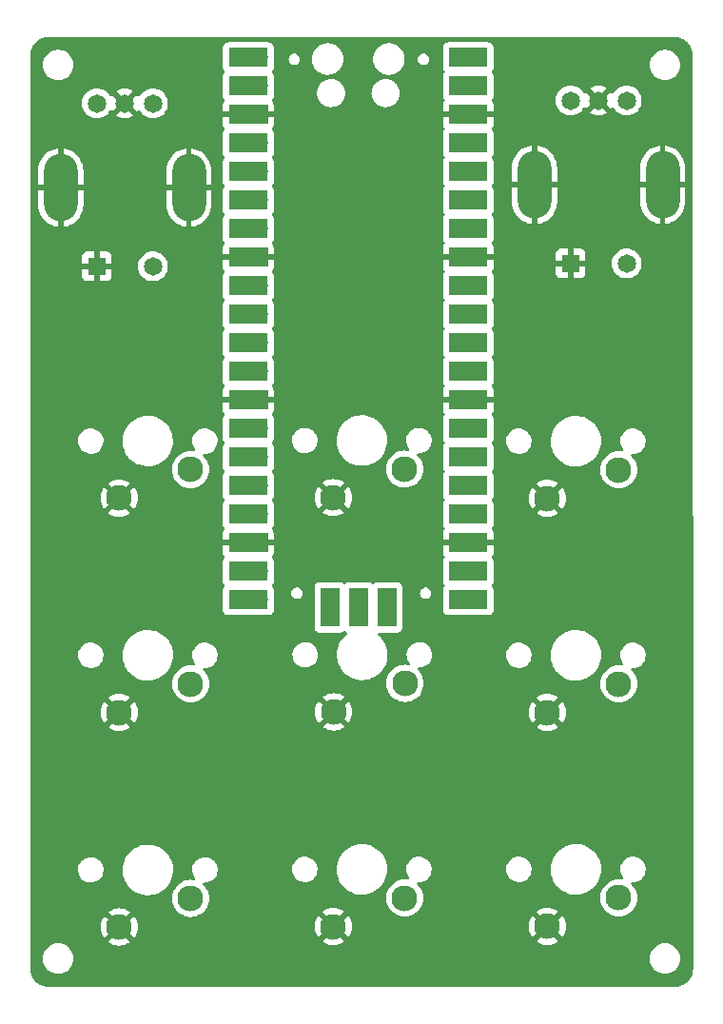
<source format=gbr>
%TF.GenerationSoftware,KiCad,Pcbnew,7.0.2*%
%TF.CreationDate,2023-06-06T14:02:04-04:00*%
%TF.ProjectId,Goufi_v1,476f7566-695f-4763-912e-6b696361645f,rev?*%
%TF.SameCoordinates,Original*%
%TF.FileFunction,Copper,L2,Bot*%
%TF.FilePolarity,Positive*%
%FSLAX46Y46*%
G04 Gerber Fmt 4.6, Leading zero omitted, Abs format (unit mm)*
G04 Created by KiCad (PCBNEW 7.0.2) date 2023-06-06 14:02:04*
%MOMM*%
%LPD*%
G01*
G04 APERTURE LIST*
%TA.AperFunction,ComponentPad*%
%ADD10C,2.300000*%
%TD*%
%TA.AperFunction,ComponentPad*%
%ADD11R,1.650000X1.650000*%
%TD*%
%TA.AperFunction,ComponentPad*%
%ADD12C,1.650000*%
%TD*%
%TA.AperFunction,ComponentPad*%
%ADD13O,3.000000X6.000000*%
%TD*%
%TA.AperFunction,ComponentPad*%
%ADD14O,1.700000X1.700000*%
%TD*%
%TA.AperFunction,SMDPad,CuDef*%
%ADD15R,3.500000X1.700000*%
%TD*%
%TA.AperFunction,ComponentPad*%
%ADD16R,1.700000X1.700000*%
%TD*%
%TA.AperFunction,SMDPad,CuDef*%
%ADD17R,1.700000X3.500000*%
%TD*%
G04 APERTURE END LIST*
D10*
%TO.P,MX7,1,1*%
%TO.N,(0\u002C2)*%
X157384038Y-88506865D03*
%TO.P,MX7,2,2*%
%TO.N,GND*%
X151034038Y-91046865D03*
%TD*%
D11*
%TO.P,MT2,1*%
%TO.N,GND*%
X153091100Y-70152000D03*
D12*
%TO.P,MT2,2*%
%TO.N,p4*%
X158091100Y-70152000D03*
%TO.P,MT2,A,A*%
%TO.N,p5*%
X153091100Y-55652000D03*
%TO.P,MT2,B,B*%
%TO.N,p6*%
X158091100Y-55652000D03*
%TO.P,MT2,COM,COM*%
%TO.N,GND*%
X155591100Y-55652000D03*
D13*
%TO.P,MT2,S1,SHIELD*%
X149891100Y-63152000D03*
%TO.P,MT2,S2,SHIELD*%
X161291100Y-63152000D03*
%TD*%
D11*
%TO.P,MT1,1*%
%TO.N,GND*%
X110927100Y-70406000D03*
D12*
%TO.P,MT1,2*%
%TO.N,p1*%
X115927100Y-70406000D03*
%TO.P,MT1,A,A*%
%TO.N,p2*%
X110927100Y-55906000D03*
%TO.P,MT1,B,B*%
%TO.N,p3*%
X115927100Y-55906000D03*
%TO.P,MT1,COM,COM*%
%TO.N,GND*%
X113427100Y-55906000D03*
D13*
%TO.P,MT1,S1,SHIELD*%
X107727100Y-63406000D03*
%TO.P,MT1,S2,SHIELD*%
X119127100Y-63406000D03*
%TD*%
D14*
%TO.P,U1,1,GPIO0*%
%TO.N,p6*%
X143095038Y-51835365D03*
D15*
X143995038Y-51835365D03*
D14*
%TO.P,U1,2,GPIO1*%
%TO.N,p5*%
X143095038Y-54375365D03*
D15*
X143995038Y-54375365D03*
D16*
%TO.P,U1,3,GND*%
%TO.N,GND*%
X143095038Y-56915365D03*
D15*
X143995038Y-56915365D03*
D14*
%TO.P,U1,4,GPIO2*%
%TO.N,p4*%
X143095038Y-59455365D03*
D15*
X143995038Y-59455365D03*
D14*
%TO.P,U1,5,GPIO3*%
%TO.N,unconnected-(U1-GPIO3-Pad5)*%
X143095038Y-61995365D03*
D15*
X143995038Y-61995365D03*
D14*
%TO.P,U1,6,GPIO4*%
%TO.N,unconnected-(U1-GPIO4-Pad6)*%
X143095038Y-64535365D03*
D15*
X143995038Y-64535365D03*
D14*
%TO.P,U1,7,GPIO5*%
%TO.N,unconnected-(U1-GPIO5-Pad7)*%
X143095038Y-67075365D03*
D15*
X143995038Y-67075365D03*
D16*
%TO.P,U1,8,GND*%
%TO.N,GND*%
X143095038Y-69615365D03*
D15*
X143995038Y-69615365D03*
D14*
%TO.P,U1,9,GPIO6*%
%TO.N,unconnected-(U1-GPIO6-Pad9)*%
X143095038Y-72155365D03*
D15*
X143995038Y-72155365D03*
D14*
%TO.P,U1,10,GPIO7*%
%TO.N,unconnected-(U1-GPIO7-Pad10)*%
X143095038Y-74695365D03*
D15*
X143995038Y-74695365D03*
D14*
%TO.P,U1,11,GPIO8*%
%TO.N,unconnected-(U1-GPIO8-Pad11)*%
X143095038Y-77235365D03*
D15*
X143995038Y-77235365D03*
D14*
%TO.P,U1,12,GPIO9*%
%TO.N,unconnected-(U1-GPIO9-Pad12)*%
X143095038Y-79775365D03*
D15*
X143995038Y-79775365D03*
D16*
%TO.P,U1,13,GND*%
%TO.N,GND*%
X143095038Y-82315365D03*
D15*
X143995038Y-82315365D03*
D14*
%TO.P,U1,14,GPIO10*%
%TO.N,unconnected-(U1-GPIO10-Pad14)*%
X143095038Y-84855365D03*
D15*
X143995038Y-84855365D03*
D14*
%TO.P,U1,15,GPIO11*%
%TO.N,unconnected-(U1-GPIO11-Pad15)*%
X143095038Y-87395365D03*
D15*
X143995038Y-87395365D03*
D14*
%TO.P,U1,16,GPIO12*%
%TO.N,unconnected-(U1-GPIO12-Pad16)*%
X143095038Y-89935365D03*
D15*
X143995038Y-89935365D03*
D14*
%TO.P,U1,17,GPIO13*%
%TO.N,(0\u002C2)*%
X143095038Y-92475365D03*
D15*
X143995038Y-92475365D03*
D16*
%TO.P,U1,18,GND*%
%TO.N,GND*%
X143095038Y-95015365D03*
D15*
X143995038Y-95015365D03*
D14*
%TO.P,U1,19,GPIO14*%
%TO.N,(1\u002C2)*%
X143095038Y-97555365D03*
D15*
X143995038Y-97555365D03*
D14*
%TO.P,U1,20,GPIO15*%
%TO.N,(2\u002C2)*%
X143095038Y-100095365D03*
D15*
X143995038Y-100095365D03*
D14*
%TO.P,U1,21,GPIO16*%
%TO.N,(2\u002C0)*%
X125315038Y-100095365D03*
D15*
X124415038Y-100095365D03*
D14*
%TO.P,U1,22,GPIO17*%
%TO.N,(2\u002C1)*%
X125315038Y-97555365D03*
D15*
X124415038Y-97555365D03*
D16*
%TO.P,U1,23,GND*%
%TO.N,GND*%
X125315038Y-95015365D03*
D15*
X124415038Y-95015365D03*
D14*
%TO.P,U1,24,GPIO18*%
%TO.N,(1\u002C0)*%
X125315038Y-92475365D03*
D15*
X124415038Y-92475365D03*
D14*
%TO.P,U1,25,GPIO19*%
%TO.N,(1\u002C1)*%
X125315038Y-89935365D03*
D15*
X124415038Y-89935365D03*
D14*
%TO.P,U1,26,GPIO20*%
%TO.N,(0\u002C1)*%
X125315038Y-87395365D03*
D15*
X124415038Y-87395365D03*
D14*
%TO.P,U1,27,GPIO21*%
%TO.N,(0\u002C0)*%
X125315038Y-84855365D03*
D15*
X124415038Y-84855365D03*
D16*
%TO.P,U1,28,GND*%
%TO.N,GND*%
X125315038Y-82315365D03*
D15*
X124415038Y-82315365D03*
D14*
%TO.P,U1,29,GPIO22*%
%TO.N,unconnected-(U1-GPIO22-Pad29)*%
X125315038Y-79775365D03*
D15*
X124415038Y-79775365D03*
D14*
%TO.P,U1,30,RUN*%
%TO.N,unconnected-(U1-RUN-Pad30)*%
X125315038Y-77235365D03*
D15*
X124415038Y-77235365D03*
D14*
%TO.P,U1,31,GPIO26_ADC0*%
%TO.N,p1*%
X125315038Y-74695365D03*
D15*
X124415038Y-74695365D03*
D14*
%TO.P,U1,32,GPIO27_ADC1*%
%TO.N,p2*%
X125315038Y-72155365D03*
D15*
X124415038Y-72155365D03*
D16*
%TO.P,U1,33,AGND*%
%TO.N,GND*%
X125315038Y-69615365D03*
D15*
X124415038Y-69615365D03*
D14*
%TO.P,U1,34,GPIO28_ADC2*%
%TO.N,p3*%
X125315038Y-67075365D03*
D15*
X124415038Y-67075365D03*
D14*
%TO.P,U1,35,ADC_VREF*%
%TO.N,unconnected-(U1-ADC_VREF-Pad35)*%
X125315038Y-64535365D03*
D15*
X124415038Y-64535365D03*
D14*
%TO.P,U1,36,3V3*%
%TO.N,unconnected-(U1-3V3-Pad36)*%
X125315038Y-61995365D03*
D15*
X124415038Y-61995365D03*
D14*
%TO.P,U1,37,3V3_EN*%
%TO.N,unconnected-(U1-3V3_EN-Pad37)*%
X125315038Y-59455365D03*
D15*
X124415038Y-59455365D03*
D16*
%TO.P,U1,38,GND*%
%TO.N,GND*%
X125315038Y-56915365D03*
D15*
X124415038Y-56915365D03*
D14*
%TO.P,U1,39,VSYS*%
%TO.N,unconnected-(U1-VSYS-Pad39)*%
X125315038Y-54375365D03*
D15*
X124415038Y-54375365D03*
D14*
%TO.P,U1,40,VBUS*%
%TO.N,unconnected-(U1-VBUS-Pad40)*%
X125315038Y-51835365D03*
D15*
X124415038Y-51835365D03*
D14*
%TO.P,U1,41,SWCLK*%
%TO.N,unconnected-(U1-SWCLK-Pad41)*%
X136745038Y-99865365D03*
D17*
X136745038Y-100765365D03*
D16*
%TO.P,U1,42,GND*%
%TO.N,unconnected-(U1-GND-Pad42)*%
X134205038Y-99865365D03*
D17*
X134205038Y-100765365D03*
D14*
%TO.P,U1,43,SWDIO*%
%TO.N,unconnected-(U1-SWDIO-Pad43)*%
X131665038Y-99865365D03*
D17*
X131665038Y-100765365D03*
%TD*%
D10*
%TO.P,MX4,1,1*%
%TO.N,(0\u002C1)*%
X138334938Y-88450000D03*
%TO.P,MX4,2,2*%
%TO.N,GND*%
X131984938Y-90990000D03*
%TD*%
%TO.P,MX1,1,1*%
%TO.N,(0\u002C0)*%
X119274938Y-88492865D03*
%TO.P,MX1,2,2*%
%TO.N,GND*%
X112924938Y-91032865D03*
%TD*%
%TO.P,MX2,1,1*%
%TO.N,(1\u002C0)*%
X119286438Y-107555665D03*
%TO.P,MX2,2,2*%
%TO.N,GND*%
X112936438Y-110095665D03*
%TD*%
%TO.P,MX3,1,1*%
%TO.N,(2\u002C0)*%
X119286438Y-126647865D03*
%TO.P,MX3,2,2*%
%TO.N,GND*%
X112936438Y-129187865D03*
%TD*%
%TO.P,MX8,1,1*%
%TO.N,(1\u002C2)*%
X157384438Y-107555665D03*
%TO.P,MX8,2,2*%
%TO.N,GND*%
X151034438Y-110095665D03*
%TD*%
%TO.P,MX5,1,1*%
%TO.N,(1\u002C1)*%
X138364938Y-107510000D03*
%TO.P,MX5,2,2*%
%TO.N,GND*%
X132014938Y-110050000D03*
%TD*%
%TO.P,MX9,1,1*%
%TO.N,(2\u002C2)*%
X157384938Y-126600000D03*
%TO.P,MX9,2,2*%
%TO.N,GND*%
X151034938Y-129140000D03*
%TD*%
%TO.P,MX6,1,1*%
%TO.N,(2\u002C1)*%
X138335638Y-126604465D03*
%TO.P,MX6,2,2*%
%TO.N,GND*%
X131985638Y-129144465D03*
%TD*%
%TA.AperFunction,Conductor*%
%TO.N,GND*%
G36*
X162325701Y-50015550D02*
G01*
X162325738Y-50015561D01*
X162373118Y-50015561D01*
X162381965Y-50015876D01*
X162447744Y-50020583D01*
X162603011Y-50032802D01*
X162619603Y-50035248D01*
X162713942Y-50055772D01*
X162716308Y-50056314D01*
X162835884Y-50085024D01*
X162850237Y-50089406D01*
X162946307Y-50125240D01*
X162950213Y-50126777D01*
X163058301Y-50171551D01*
X163070273Y-50177279D01*
X163162185Y-50227468D01*
X163167514Y-50230554D01*
X163247641Y-50279657D01*
X163265276Y-50290464D01*
X163274790Y-50296919D01*
X163359432Y-50360283D01*
X163365630Y-50365242D01*
X163452146Y-50439135D01*
X163459295Y-50445743D01*
X163496777Y-50483225D01*
X163534267Y-50520715D01*
X163540861Y-50527849D01*
X163605588Y-50603634D01*
X163614764Y-50614378D01*
X163619727Y-50620582D01*
X163683084Y-50705216D01*
X163689537Y-50714726D01*
X163742309Y-50800841D01*
X163749444Y-50812483D01*
X163752549Y-50817847D01*
X163802726Y-50909740D01*
X163808454Y-50921713D01*
X163853179Y-51029685D01*
X163854800Y-51033804D01*
X163890588Y-51129751D01*
X163894978Y-51144129D01*
X163911678Y-51213680D01*
X163923659Y-51263583D01*
X163924250Y-51266170D01*
X163944749Y-51360389D01*
X163947202Y-51377019D01*
X163959348Y-51531304D01*
X163961068Y-51555352D01*
X163963626Y-51591101D01*
X163964135Y-51598206D01*
X163964451Y-51606998D01*
X163999498Y-132908143D01*
X163999182Y-132917041D01*
X163994522Y-132982201D01*
X163982248Y-133138130D01*
X163979797Y-133154754D01*
X163959442Y-133248327D01*
X163958850Y-133250917D01*
X163930018Y-133371011D01*
X163925626Y-133385398D01*
X163889976Y-133480979D01*
X163888355Y-133485098D01*
X163843474Y-133593450D01*
X163837746Y-133605423D01*
X163787726Y-133697029D01*
X163784620Y-133702393D01*
X163724541Y-133800433D01*
X163718080Y-133809955D01*
X163654905Y-133894345D01*
X163649930Y-133900564D01*
X163575828Y-133987327D01*
X163569218Y-133994477D01*
X163494477Y-134069218D01*
X163487327Y-134075828D01*
X163400564Y-134149930D01*
X163394345Y-134154905D01*
X163309955Y-134218080D01*
X163300433Y-134224541D01*
X163202393Y-134284620D01*
X163197029Y-134287726D01*
X163105423Y-134337746D01*
X163093450Y-134343474D01*
X162985098Y-134388355D01*
X162980979Y-134389976D01*
X162885398Y-134425626D01*
X162871011Y-134430018D01*
X162750917Y-134458850D01*
X162748328Y-134459442D01*
X162654756Y-134479797D01*
X162638128Y-134482249D01*
X162482203Y-134494522D01*
X162417016Y-134499184D01*
X162408175Y-134499500D01*
X106591828Y-134499500D01*
X106582981Y-134499184D01*
X106517721Y-134494516D01*
X106361884Y-134482252D01*
X106345258Y-134479800D01*
X106251624Y-134459432D01*
X106249033Y-134458840D01*
X106128992Y-134430020D01*
X106114607Y-134425628D01*
X106019011Y-134389973D01*
X106014893Y-134388353D01*
X105906573Y-134343487D01*
X105894598Y-134337758D01*
X105802942Y-134287711D01*
X105797602Y-134284620D01*
X105699589Y-134224558D01*
X105690075Y-134218102D01*
X105624686Y-134169155D01*
X105605643Y-134154900D01*
X105599450Y-134149946D01*
X105512688Y-134075845D01*
X105505540Y-134069237D01*
X105430785Y-133994484D01*
X105424176Y-133987335D01*
X105424169Y-133987327D01*
X105350065Y-133900564D01*
X105345109Y-133894368D01*
X105324352Y-133866641D01*
X105281917Y-133809955D01*
X105275476Y-133800464D01*
X105215372Y-133702387D01*
X105212327Y-133697127D01*
X105162251Y-133605423D01*
X105156533Y-133593471D01*
X105156524Y-133593450D01*
X105111654Y-133485128D01*
X105110033Y-133481009D01*
X105105538Y-133468959D01*
X105074380Y-133385424D01*
X105069988Y-133371040D01*
X105069981Y-133371011D01*
X105041141Y-133250894D01*
X105040608Y-133248566D01*
X105020199Y-133154754D01*
X105017754Y-133138170D01*
X105005498Y-132982503D01*
X105000814Y-132917027D01*
X105000499Y-132908210D01*
X105000499Y-132000000D01*
X106144340Y-132000000D01*
X106164936Y-132235407D01*
X106226097Y-132463662D01*
X106226097Y-132463663D01*
X106325965Y-132677829D01*
X106461505Y-132871401D01*
X106628599Y-133038495D01*
X106822171Y-133174035D01*
X107036337Y-133273903D01*
X107264592Y-133335063D01*
X107441034Y-133350500D01*
X107443742Y-133350500D01*
X107556258Y-133350500D01*
X107558966Y-133350500D01*
X107735408Y-133335063D01*
X107963663Y-133273903D01*
X108177829Y-133174035D01*
X108371401Y-133038495D01*
X108538495Y-132871401D01*
X108674035Y-132677830D01*
X108773903Y-132463663D01*
X108835063Y-132235408D01*
X108855659Y-132000000D01*
X160144340Y-132000000D01*
X160164936Y-132235407D01*
X160226097Y-132463662D01*
X160226097Y-132463663D01*
X160325965Y-132677829D01*
X160461505Y-132871401D01*
X160628599Y-133038495D01*
X160822171Y-133174035D01*
X161036337Y-133273903D01*
X161264592Y-133335063D01*
X161441034Y-133350500D01*
X161443742Y-133350500D01*
X161556258Y-133350500D01*
X161558966Y-133350500D01*
X161735408Y-133335063D01*
X161963663Y-133273903D01*
X162177829Y-133174035D01*
X162371401Y-133038495D01*
X162538495Y-132871401D01*
X162674035Y-132677830D01*
X162773903Y-132463663D01*
X162835063Y-132235408D01*
X162855659Y-132000000D01*
X162835063Y-131764592D01*
X162773903Y-131536337D01*
X162674035Y-131322171D01*
X162538495Y-131128599D01*
X162371401Y-130961505D01*
X162177829Y-130825965D01*
X161963663Y-130726097D01*
X161935538Y-130718561D01*
X161735407Y-130664936D01*
X161561667Y-130649736D01*
X161561659Y-130649735D01*
X161558966Y-130649500D01*
X161441034Y-130649500D01*
X161438341Y-130649735D01*
X161438332Y-130649736D01*
X161264592Y-130664936D01*
X161036336Y-130726097D01*
X160822170Y-130825965D01*
X160628598Y-130961505D01*
X160461508Y-131128595D01*
X160325964Y-131322172D01*
X160226097Y-131536337D01*
X160164936Y-131764592D01*
X160144340Y-132000000D01*
X108855659Y-132000000D01*
X108835063Y-131764592D01*
X108773903Y-131536337D01*
X108674035Y-131322171D01*
X108538495Y-131128599D01*
X108371401Y-130961505D01*
X108177829Y-130825965D01*
X107963663Y-130726097D01*
X107935538Y-130718561D01*
X107735407Y-130664936D01*
X107561667Y-130649736D01*
X107561659Y-130649735D01*
X107558966Y-130649500D01*
X107441034Y-130649500D01*
X107438341Y-130649735D01*
X107438332Y-130649736D01*
X107264592Y-130664936D01*
X107036336Y-130726097D01*
X106822170Y-130825965D01*
X106628598Y-130961505D01*
X106461508Y-131128595D01*
X106325964Y-131322172D01*
X106226097Y-131536337D01*
X106164936Y-131764592D01*
X106144340Y-132000000D01*
X105000499Y-132000000D01*
X105000499Y-129187865D01*
X111281336Y-129187865D01*
X111301713Y-129446781D01*
X111362341Y-129699320D01*
X111461732Y-129939267D01*
X111597431Y-130160708D01*
X111603239Y-130167509D01*
X112250112Y-129520636D01*
X112272035Y-129571458D01*
X112378406Y-129714341D01*
X112514862Y-129828840D01*
X112604165Y-129873690D01*
X111956792Y-130521063D01*
X111963593Y-130526871D01*
X112185035Y-130662570D01*
X112424982Y-130761961D01*
X112677521Y-130822589D01*
X112936438Y-130842966D01*
X113195354Y-130822589D01*
X113447893Y-130761961D01*
X113687835Y-130662572D01*
X113909287Y-130526868D01*
X113916083Y-130521063D01*
X113271745Y-129876725D01*
X113280751Y-129873448D01*
X113429576Y-129775564D01*
X113551816Y-129645997D01*
X113623669Y-129521543D01*
X114269636Y-130167510D01*
X114275441Y-130160714D01*
X114411145Y-129939262D01*
X114510534Y-129699320D01*
X114571162Y-129446781D01*
X114591539Y-129187864D01*
X114588123Y-129144465D01*
X130330536Y-129144465D01*
X130350913Y-129403381D01*
X130411541Y-129655920D01*
X130510932Y-129895867D01*
X130646631Y-130117308D01*
X130652439Y-130124109D01*
X131299312Y-129477236D01*
X131321235Y-129528058D01*
X131427606Y-129670941D01*
X131564062Y-129785440D01*
X131653365Y-129830290D01*
X131005992Y-130477663D01*
X131012793Y-130483471D01*
X131234235Y-130619170D01*
X131474182Y-130718561D01*
X131726721Y-130779189D01*
X131985638Y-130799566D01*
X132244554Y-130779189D01*
X132497093Y-130718561D01*
X132737035Y-130619172D01*
X132958487Y-130483468D01*
X132965283Y-130477663D01*
X132320945Y-129833325D01*
X132329951Y-129830048D01*
X132478776Y-129732164D01*
X132601016Y-129602597D01*
X132672869Y-129478142D01*
X133318836Y-130124110D01*
X133324641Y-130117314D01*
X133460345Y-129895862D01*
X133559734Y-129655920D01*
X133620362Y-129403381D01*
X133640739Y-129144465D01*
X133640388Y-129139999D01*
X149379836Y-129139999D01*
X149400213Y-129398916D01*
X149460841Y-129651455D01*
X149560232Y-129891402D01*
X149695931Y-130112843D01*
X149701739Y-130119644D01*
X150348612Y-129472771D01*
X150370535Y-129523593D01*
X150476906Y-129666476D01*
X150613362Y-129780975D01*
X150702665Y-129825825D01*
X150055292Y-130473198D01*
X150062093Y-130479006D01*
X150283535Y-130614705D01*
X150523482Y-130714096D01*
X150776021Y-130774724D01*
X151034937Y-130795101D01*
X151293854Y-130774724D01*
X151546393Y-130714096D01*
X151786335Y-130614707D01*
X152007787Y-130479003D01*
X152014583Y-130473198D01*
X151370245Y-129828860D01*
X151379251Y-129825583D01*
X151528076Y-129727699D01*
X151650316Y-129598132D01*
X151722169Y-129473678D01*
X152368136Y-130119645D01*
X152373941Y-130112849D01*
X152509645Y-129891397D01*
X152609034Y-129651455D01*
X152669662Y-129398916D01*
X152690039Y-129139999D01*
X152669662Y-128881083D01*
X152609034Y-128628544D01*
X152509643Y-128388597D01*
X152373944Y-128167155D01*
X152368136Y-128160354D01*
X152368135Y-128160354D01*
X151721262Y-128807226D01*
X151699341Y-128756407D01*
X151592970Y-128613524D01*
X151456514Y-128499025D01*
X151367209Y-128454174D01*
X152014583Y-127806801D01*
X152007781Y-127800993D01*
X151786340Y-127665294D01*
X151546393Y-127565903D01*
X151293854Y-127505275D01*
X151034938Y-127484898D01*
X150776021Y-127505275D01*
X150523482Y-127565903D01*
X150283535Y-127665294D01*
X150062094Y-127800992D01*
X150055292Y-127806801D01*
X150699630Y-128451139D01*
X150690625Y-128454417D01*
X150541800Y-128552301D01*
X150419560Y-128681868D01*
X150347707Y-128806320D01*
X149701739Y-128160354D01*
X149695930Y-128167156D01*
X149560232Y-128388597D01*
X149460841Y-128628544D01*
X149400213Y-128881083D01*
X149379836Y-129139999D01*
X133640388Y-129139999D01*
X133620362Y-128885548D01*
X133559734Y-128633009D01*
X133460343Y-128393062D01*
X133324644Y-128171620D01*
X133318836Y-128164819D01*
X133318835Y-128164819D01*
X132671962Y-128811691D01*
X132650041Y-128760872D01*
X132543670Y-128617989D01*
X132407214Y-128503490D01*
X132317909Y-128458639D01*
X132965283Y-127811266D01*
X132958481Y-127805458D01*
X132737040Y-127669759D01*
X132497093Y-127570368D01*
X132244554Y-127509740D01*
X131985638Y-127489363D01*
X131726721Y-127509740D01*
X131474182Y-127570368D01*
X131234235Y-127669759D01*
X131012794Y-127805457D01*
X131005992Y-127811266D01*
X131650330Y-128455604D01*
X131641325Y-128458882D01*
X131492500Y-128556766D01*
X131370260Y-128686333D01*
X131298407Y-128810785D01*
X130652439Y-128164819D01*
X130646630Y-128171621D01*
X130510932Y-128393062D01*
X130411541Y-128633009D01*
X130350913Y-128885548D01*
X130330536Y-129144465D01*
X114588123Y-129144465D01*
X114571162Y-128928948D01*
X114510534Y-128676409D01*
X114411143Y-128436462D01*
X114275444Y-128215020D01*
X114269636Y-128208219D01*
X113622762Y-128855092D01*
X113600841Y-128804272D01*
X113494470Y-128661389D01*
X113358014Y-128546890D01*
X113268710Y-128502039D01*
X113916083Y-127854666D01*
X113909281Y-127848858D01*
X113687840Y-127713159D01*
X113447893Y-127613768D01*
X113195354Y-127553140D01*
X112936437Y-127532763D01*
X112677521Y-127553140D01*
X112424982Y-127613768D01*
X112185035Y-127713159D01*
X111963594Y-127848857D01*
X111956792Y-127854666D01*
X112601130Y-128499004D01*
X112592125Y-128502282D01*
X112443300Y-128600166D01*
X112321060Y-128729733D01*
X112249206Y-128854186D01*
X111603239Y-128208219D01*
X111597430Y-128215021D01*
X111461732Y-128436462D01*
X111362341Y-128676409D01*
X111301713Y-128928948D01*
X111281336Y-129187865D01*
X105000499Y-129187865D01*
X105000499Y-126647865D01*
X117630834Y-126647865D01*
X117651217Y-126906860D01*
X117711864Y-127159475D01*
X117771868Y-127304335D01*
X117811284Y-127399493D01*
X117942591Y-127613768D01*
X117947028Y-127621008D01*
X117984852Y-127665294D01*
X118115749Y-127818554D01*
X118313298Y-127987277D01*
X118534810Y-128123019D01*
X118714823Y-128197583D01*
X118774827Y-128222438D01*
X118846667Y-128239685D01*
X119027444Y-128283086D01*
X119286438Y-128303469D01*
X119545432Y-128283086D01*
X119798048Y-128222438D01*
X120038066Y-128123019D01*
X120259578Y-127987277D01*
X120457127Y-127818554D01*
X120625850Y-127621005D01*
X120761592Y-127399493D01*
X120861011Y-127159475D01*
X120921659Y-126906859D01*
X120942042Y-126647865D01*
X120938626Y-126604465D01*
X136680034Y-126604465D01*
X136700417Y-126863460D01*
X136761064Y-127116075D01*
X136821068Y-127260935D01*
X136860484Y-127356093D01*
X136968747Y-127532763D01*
X136996228Y-127577608D01*
X137063205Y-127656028D01*
X137164949Y-127775154D01*
X137304425Y-127894278D01*
X137357266Y-127939409D01*
X137362498Y-127943877D01*
X137584010Y-128079619D01*
X137764023Y-128154183D01*
X137824027Y-128179038D01*
X137903835Y-128198198D01*
X138076644Y-128239686D01*
X138335638Y-128260069D01*
X138594632Y-128239686D01*
X138847248Y-128179038D01*
X139087266Y-128079619D01*
X139308778Y-127943877D01*
X139506327Y-127775154D01*
X139675050Y-127577605D01*
X139810792Y-127356093D01*
X139910211Y-127116075D01*
X139970859Y-126863459D01*
X139991242Y-126604465D01*
X139990891Y-126600000D01*
X155729334Y-126600000D01*
X155749717Y-126858995D01*
X155810364Y-127111610D01*
X155830191Y-127159475D01*
X155909784Y-127351628D01*
X156045526Y-127573140D01*
X156045528Y-127573143D01*
X156086409Y-127621008D01*
X156214249Y-127770689D01*
X156411798Y-127939412D01*
X156633310Y-128075154D01*
X156813323Y-128149718D01*
X156873327Y-128174573D01*
X156953135Y-128193733D01*
X157125944Y-128235221D01*
X157384938Y-128255604D01*
X157643932Y-128235221D01*
X157896548Y-128174573D01*
X158136566Y-128075154D01*
X158358078Y-127939412D01*
X158555627Y-127770689D01*
X158724350Y-127573140D01*
X158860092Y-127351628D01*
X158959511Y-127111610D01*
X159020159Y-126858994D01*
X159040542Y-126600000D01*
X159020159Y-126341006D01*
X158971122Y-126136754D01*
X158959511Y-126088389D01*
X158923620Y-126001742D01*
X158860092Y-125848372D01*
X158724350Y-125626860D01*
X158724095Y-125626562D01*
X158630311Y-125516755D01*
X158555627Y-125429311D01*
X158525744Y-125403788D01*
X158487552Y-125345283D01*
X158487054Y-125275415D01*
X158524407Y-125216369D01*
X158587754Y-125186891D01*
X158606277Y-125185500D01*
X158705602Y-125185500D01*
X158708556Y-125185500D01*
X158711507Y-125185218D01*
X158711511Y-125185218D01*
X158770336Y-125179600D01*
X158868909Y-125170188D01*
X159075147Y-125109631D01*
X159266197Y-125011138D01*
X159435155Y-124878268D01*
X159575914Y-124715824D01*
X159683386Y-124529677D01*
X159753688Y-124326554D01*
X159784277Y-124113797D01*
X159774050Y-123899096D01*
X159723375Y-123690210D01*
X159719541Y-123681814D01*
X159634085Y-123494690D01*
X159512585Y-123324068D01*
X159509404Y-123319601D01*
X159353841Y-123171273D01*
X159276351Y-123121473D01*
X159173020Y-123055065D01*
X159013512Y-122991208D01*
X158973470Y-122975178D01*
X158973469Y-122975177D01*
X158973467Y-122975177D01*
X158762410Y-122934500D01*
X158601320Y-122934500D01*
X158598390Y-122934779D01*
X158598364Y-122934781D01*
X158440969Y-122949811D01*
X158234730Y-123010368D01*
X158043680Y-123108861D01*
X157874720Y-123241733D01*
X157733960Y-123404177D01*
X157626490Y-123590321D01*
X157556187Y-123793445D01*
X157525599Y-124006201D01*
X157535826Y-124220904D01*
X157586502Y-124429794D01*
X157675789Y-124625305D01*
X157675790Y-124625307D01*
X157675792Y-124625310D01*
X157740245Y-124715822D01*
X157781800Y-124774178D01*
X157804652Y-124840205D01*
X157788179Y-124908105D01*
X157737612Y-124956321D01*
X157669005Y-124969543D01*
X157651850Y-124966680D01*
X157643932Y-124964779D01*
X157384938Y-124944396D01*
X157125942Y-124964779D01*
X156873327Y-125025426D01*
X156670042Y-125109631D01*
X156633310Y-125124846D01*
X156522603Y-125192687D01*
X156411794Y-125260590D01*
X156214249Y-125429311D01*
X156045528Y-125626856D01*
X156016377Y-125674427D01*
X155909784Y-125848372D01*
X155900647Y-125870430D01*
X155810364Y-126088389D01*
X155749717Y-126341004D01*
X155729334Y-126600000D01*
X139990891Y-126600000D01*
X139970859Y-126345471D01*
X139920750Y-126136754D01*
X139910211Y-126092854D01*
X139885356Y-126032850D01*
X139810792Y-125852837D01*
X139675050Y-125631325D01*
X139674795Y-125631027D01*
X139611412Y-125556815D01*
X139506327Y-125433776D01*
X139476444Y-125408253D01*
X139438252Y-125349748D01*
X139437754Y-125279880D01*
X139475107Y-125220834D01*
X139538454Y-125191356D01*
X139556977Y-125189965D01*
X139656302Y-125189965D01*
X139659256Y-125189965D01*
X139662207Y-125189683D01*
X139662211Y-125189683D01*
X139721036Y-125184065D01*
X139819609Y-125174653D01*
X140025847Y-125114096D01*
X140216897Y-125015603D01*
X140385855Y-124882733D01*
X140526614Y-124720289D01*
X140634086Y-124534142D01*
X140704388Y-124331019D01*
X140734977Y-124118262D01*
X140729639Y-124006201D01*
X147365599Y-124006201D01*
X147375826Y-124220904D01*
X147426502Y-124429794D01*
X147515790Y-124625309D01*
X147614331Y-124763689D01*
X147640472Y-124800399D01*
X147796035Y-124948727D01*
X147835373Y-124974008D01*
X147976855Y-125064934D01*
X147988011Y-125069400D01*
X148176406Y-125144822D01*
X148387466Y-125185500D01*
X148545602Y-125185500D01*
X148548556Y-125185500D01*
X148551507Y-125185218D01*
X148551511Y-125185218D01*
X148610336Y-125179600D01*
X148708909Y-125170188D01*
X148915147Y-125109631D01*
X149106197Y-125011138D01*
X149275155Y-124878268D01*
X149415914Y-124715824D01*
X149523386Y-124529677D01*
X149593688Y-124326554D01*
X149621205Y-124135164D01*
X151326771Y-124135164D01*
X151327185Y-124139285D01*
X151327186Y-124139296D01*
X151346474Y-124331019D01*
X151356849Y-124434145D01*
X151357809Y-124438173D01*
X151357811Y-124438185D01*
X151425040Y-124720289D01*
X151426508Y-124726449D01*
X151427998Y-124730318D01*
X151428000Y-124730324D01*
X151496472Y-124908105D01*
X151534507Y-125006860D01*
X151536491Y-125010481D01*
X151536497Y-125010493D01*
X151634851Y-125189965D01*
X151678917Y-125270375D01*
X151681373Y-125273708D01*
X151681376Y-125273713D01*
X151802927Y-125438683D01*
X151857161Y-125512290D01*
X152066059Y-125728289D01*
X152191935Y-125827692D01*
X152298629Y-125911948D01*
X152298633Y-125911950D01*
X152301884Y-125914518D01*
X152305448Y-125916629D01*
X152305451Y-125916631D01*
X152378357Y-125959813D01*
X152560425Y-126067652D01*
X152564229Y-126069265D01*
X152564233Y-126069267D01*
X152619861Y-126092855D01*
X152837071Y-126184960D01*
X153126884Y-126264348D01*
X153424693Y-126304400D01*
X153428833Y-126304400D01*
X153647889Y-126304400D01*
X153649971Y-126304400D01*
X153874757Y-126289352D01*
X154169225Y-126229499D01*
X154453089Y-126130931D01*
X154721281Y-125995407D01*
X154969018Y-125825346D01*
X155191877Y-125623782D01*
X155385881Y-125394312D01*
X155547569Y-125141032D01*
X155674056Y-124868460D01*
X155763084Y-124581462D01*
X155813064Y-124285158D01*
X155823105Y-123984836D01*
X155793027Y-123685855D01*
X155723368Y-123393551D01*
X155615369Y-123113140D01*
X155613024Y-123108861D01*
X155525862Y-122949811D01*
X155470959Y-122849625D01*
X155417482Y-122777046D01*
X155295175Y-122611049D01*
X155292715Y-122607710D01*
X155083817Y-122391711D01*
X154957940Y-122292307D01*
X154851246Y-122208051D01*
X154851239Y-122208046D01*
X154847992Y-122205482D01*
X154844431Y-122203372D01*
X154844424Y-122203368D01*
X154593012Y-122054457D01*
X154593009Y-122054455D01*
X154589451Y-122052348D01*
X154585652Y-122050737D01*
X154585642Y-122050732D01*
X154316614Y-121936655D01*
X154316611Y-121936654D01*
X154312805Y-121935040D01*
X154308818Y-121933948D01*
X154308810Y-121933945D01*
X154026987Y-121856746D01*
X154026982Y-121856745D01*
X154022992Y-121855652D01*
X154018897Y-121855101D01*
X154018891Y-121855100D01*
X153729282Y-121816151D01*
X153729278Y-121816150D01*
X153725183Y-121815600D01*
X153499905Y-121815600D01*
X153497831Y-121815738D01*
X153497826Y-121815739D01*
X153279251Y-121830371D01*
X153279245Y-121830371D01*
X153275119Y-121830648D01*
X153271062Y-121831472D01*
X153271059Y-121831473D01*
X152984719Y-121889674D01*
X152984716Y-121889674D01*
X152980651Y-121890501D01*
X152976737Y-121891860D01*
X152976730Y-121891862D01*
X152700699Y-121987710D01*
X152700691Y-121987713D01*
X152696787Y-121989069D01*
X152693090Y-121990936D01*
X152693088Y-121990938D01*
X152432296Y-122122722D01*
X152432286Y-122122727D01*
X152428595Y-122124593D01*
X152425184Y-122126934D01*
X152425178Y-122126938D01*
X152184275Y-122292307D01*
X152184261Y-122292317D01*
X152180858Y-122294654D01*
X152177793Y-122297425D01*
X152177783Y-122297434D01*
X151961073Y-122493437D01*
X151961067Y-122493442D01*
X151957999Y-122496218D01*
X151955330Y-122499373D01*
X151955324Y-122499381D01*
X151766670Y-122722523D01*
X151766664Y-122722530D01*
X151763995Y-122725688D01*
X151761772Y-122729169D01*
X151761764Y-122729181D01*
X151604533Y-122975480D01*
X151604529Y-122975487D01*
X151602307Y-122978968D01*
X151600567Y-122982717D01*
X151600564Y-122982723D01*
X151477565Y-123247778D01*
X151477561Y-123247787D01*
X151475820Y-123251540D01*
X151474594Y-123255490D01*
X151474592Y-123255497D01*
X151413623Y-123452042D01*
X151386792Y-123538538D01*
X151386103Y-123542616D01*
X151386103Y-123542621D01*
X151343042Y-123797910D01*
X151336812Y-123834842D01*
X151336674Y-123838965D01*
X151336673Y-123838977D01*
X151326909Y-124131016D01*
X151326909Y-124131026D01*
X151326771Y-124135164D01*
X149621205Y-124135164D01*
X149624277Y-124113797D01*
X149614050Y-123899096D01*
X149563375Y-123690210D01*
X149559541Y-123681814D01*
X149474085Y-123494690D01*
X149352585Y-123324068D01*
X149349404Y-123319601D01*
X149193841Y-123171273D01*
X149116351Y-123121473D01*
X149013020Y-123055065D01*
X148853512Y-122991208D01*
X148813470Y-122975178D01*
X148813469Y-122975177D01*
X148813467Y-122975177D01*
X148602410Y-122934500D01*
X148441320Y-122934500D01*
X148438390Y-122934779D01*
X148438364Y-122934781D01*
X148280969Y-122949811D01*
X148074730Y-123010368D01*
X147883680Y-123108861D01*
X147714720Y-123241733D01*
X147573960Y-123404177D01*
X147466490Y-123590321D01*
X147396187Y-123793445D01*
X147365599Y-124006201D01*
X140729639Y-124006201D01*
X140724750Y-123903561D01*
X140674075Y-123694675D01*
X140668202Y-123681814D01*
X140584785Y-123499155D01*
X140460105Y-123324068D01*
X140460104Y-123324066D01*
X140304541Y-123175738D01*
X140271691Y-123154626D01*
X140123720Y-123059530D01*
X139924924Y-122979945D01*
X139924170Y-122979643D01*
X139924169Y-122979642D01*
X139924167Y-122979642D01*
X139713110Y-122938965D01*
X139552020Y-122938965D01*
X139549090Y-122939244D01*
X139549064Y-122939246D01*
X139391669Y-122954276D01*
X139185430Y-123014833D01*
X138994380Y-123113326D01*
X138939193Y-123156726D01*
X138831098Y-123241733D01*
X138825420Y-123246198D01*
X138684660Y-123408642D01*
X138577190Y-123594786D01*
X138506887Y-123797910D01*
X138476941Y-124006201D01*
X138476299Y-124010668D01*
X138481424Y-124118262D01*
X138486526Y-124225369D01*
X138537202Y-124434259D01*
X138626489Y-124629770D01*
X138626490Y-124629772D01*
X138626492Y-124629775D01*
X138698513Y-124730914D01*
X138732500Y-124778643D01*
X138755352Y-124844670D01*
X138738879Y-124912570D01*
X138688312Y-124960786D01*
X138619705Y-124974008D01*
X138602550Y-124971145D01*
X138594632Y-124969244D01*
X138335638Y-124948861D01*
X138076642Y-124969244D01*
X137824027Y-125029891D01*
X137623873Y-125112799D01*
X137584010Y-125129311D01*
X137439997Y-125217561D01*
X137362494Y-125265055D01*
X137164949Y-125433776D01*
X136996228Y-125631321D01*
X136948734Y-125708824D01*
X136860484Y-125852837D01*
X136860483Y-125852840D01*
X136761064Y-126092854D01*
X136700417Y-126345469D01*
X136680034Y-126604465D01*
X120938626Y-126604465D01*
X120921659Y-126388871D01*
X120861011Y-126136255D01*
X120860655Y-126135396D01*
X120831721Y-126065542D01*
X120761592Y-125896237D01*
X120625850Y-125674725D01*
X120625595Y-125674427D01*
X120576251Y-125616652D01*
X120457127Y-125477176D01*
X120427244Y-125451653D01*
X120389052Y-125393148D01*
X120388554Y-125323280D01*
X120425907Y-125264234D01*
X120489254Y-125234756D01*
X120507777Y-125233365D01*
X120607102Y-125233365D01*
X120610056Y-125233365D01*
X120613007Y-125233083D01*
X120613011Y-125233083D01*
X120671836Y-125227465D01*
X120770409Y-125218053D01*
X120976647Y-125157496D01*
X121167697Y-125059003D01*
X121336655Y-124926133D01*
X121477414Y-124763689D01*
X121584886Y-124577542D01*
X121655188Y-124374419D01*
X121685777Y-124161662D01*
X121678585Y-124010668D01*
X128316299Y-124010668D01*
X128321424Y-124118262D01*
X128326526Y-124225369D01*
X128377202Y-124434259D01*
X128466490Y-124629774D01*
X128569321Y-124774178D01*
X128591172Y-124804864D01*
X128746735Y-124953192D01*
X128814267Y-124996592D01*
X128927555Y-125069399D01*
X128967600Y-125085430D01*
X129127106Y-125149287D01*
X129338166Y-125189965D01*
X129496302Y-125189965D01*
X129499256Y-125189965D01*
X129502207Y-125189683D01*
X129502211Y-125189683D01*
X129561036Y-125184065D01*
X129659609Y-125174653D01*
X129865847Y-125114096D01*
X130056897Y-125015603D01*
X130225855Y-124882733D01*
X130366614Y-124720289D01*
X130474086Y-124534142D01*
X130544388Y-124331019D01*
X130571905Y-124139629D01*
X132277471Y-124139629D01*
X132277885Y-124143750D01*
X132277886Y-124143761D01*
X132306662Y-124429794D01*
X132307549Y-124438610D01*
X132308509Y-124442638D01*
X132308511Y-124442650D01*
X132353941Y-124633282D01*
X132377208Y-124730914D01*
X132378698Y-124734783D01*
X132378700Y-124734789D01*
X132435680Y-124882733D01*
X132485207Y-125011325D01*
X132487191Y-125014946D01*
X132487197Y-125014958D01*
X132584430Y-125192384D01*
X132629617Y-125274840D01*
X132632073Y-125278173D01*
X132632076Y-125278178D01*
X132755243Y-125445341D01*
X132807861Y-125516755D01*
X133016759Y-125732754D01*
X133136981Y-125827692D01*
X133249329Y-125916413D01*
X133249333Y-125916415D01*
X133252584Y-125918983D01*
X133256148Y-125921094D01*
X133256151Y-125921096D01*
X133329425Y-125964496D01*
X133511125Y-126072117D01*
X133514929Y-126073730D01*
X133514933Y-126073732D01*
X133560031Y-126092855D01*
X133787771Y-126189425D01*
X134077584Y-126268813D01*
X134375393Y-126308865D01*
X134379533Y-126308865D01*
X134598589Y-126308865D01*
X134600671Y-126308865D01*
X134825457Y-126293817D01*
X135119925Y-126233964D01*
X135403789Y-126135396D01*
X135671981Y-125999872D01*
X135919718Y-125829811D01*
X136142577Y-125628247D01*
X136336581Y-125398777D01*
X136498269Y-125145497D01*
X136624756Y-124872925D01*
X136713784Y-124585927D01*
X136763764Y-124289623D01*
X136773805Y-123989301D01*
X136743727Y-123690320D01*
X136674068Y-123398016D01*
X136566069Y-123117605D01*
X136563724Y-123113326D01*
X136492152Y-122982723D01*
X136421659Y-122854090D01*
X136243415Y-122612175D01*
X136034517Y-122396176D01*
X135902986Y-122292307D01*
X135801946Y-122212516D01*
X135801939Y-122212511D01*
X135798692Y-122209947D01*
X135795131Y-122207837D01*
X135795124Y-122207833D01*
X135543712Y-122058922D01*
X135543709Y-122058920D01*
X135540151Y-122056813D01*
X135536352Y-122055202D01*
X135536342Y-122055197D01*
X135267314Y-121941120D01*
X135267311Y-121941119D01*
X135263505Y-121939505D01*
X135259518Y-121938413D01*
X135259510Y-121938410D01*
X134977687Y-121861211D01*
X134977682Y-121861210D01*
X134973692Y-121860117D01*
X134969597Y-121859566D01*
X134969591Y-121859565D01*
X134679982Y-121820616D01*
X134679978Y-121820615D01*
X134675883Y-121820065D01*
X134450605Y-121820065D01*
X134448531Y-121820203D01*
X134448526Y-121820204D01*
X134229951Y-121834836D01*
X134229945Y-121834836D01*
X134225819Y-121835113D01*
X134221762Y-121835937D01*
X134221759Y-121835938D01*
X133935419Y-121894139D01*
X133935416Y-121894139D01*
X133931351Y-121894966D01*
X133927437Y-121896325D01*
X133927430Y-121896327D01*
X133651399Y-121992175D01*
X133651391Y-121992178D01*
X133647487Y-121993534D01*
X133643790Y-121995401D01*
X133643788Y-121995403D01*
X133382996Y-122127187D01*
X133382986Y-122127192D01*
X133379295Y-122129058D01*
X133375884Y-122131399D01*
X133375878Y-122131403D01*
X133134975Y-122296772D01*
X133134961Y-122296782D01*
X133131558Y-122299119D01*
X133128493Y-122301890D01*
X133128483Y-122301899D01*
X132911773Y-122497902D01*
X132911767Y-122497907D01*
X132908699Y-122500683D01*
X132906030Y-122503838D01*
X132906024Y-122503846D01*
X132717370Y-122726988D01*
X132717364Y-122726995D01*
X132714695Y-122730153D01*
X132712472Y-122733634D01*
X132712464Y-122733646D01*
X132555233Y-122979945D01*
X132555229Y-122979952D01*
X132553007Y-122983433D01*
X132551267Y-122987182D01*
X132551264Y-122987188D01*
X132428265Y-123252243D01*
X132428261Y-123252252D01*
X132426520Y-123256005D01*
X132425294Y-123259955D01*
X132425292Y-123259962D01*
X132367752Y-123445455D01*
X132337492Y-123543003D01*
X132336803Y-123547081D01*
X132336803Y-123547086D01*
X132288954Y-123830761D01*
X132287512Y-123839307D01*
X132287374Y-123843430D01*
X132287373Y-123843442D01*
X132277609Y-124135481D01*
X132277609Y-124135491D01*
X132277471Y-124139629D01*
X130571905Y-124139629D01*
X130574977Y-124118262D01*
X130564750Y-123903561D01*
X130514075Y-123694675D01*
X130508202Y-123681814D01*
X130424785Y-123499155D01*
X130300105Y-123324068D01*
X130300104Y-123324066D01*
X130144541Y-123175738D01*
X130111691Y-123154626D01*
X129963720Y-123059530D01*
X129764924Y-122979945D01*
X129764170Y-122979643D01*
X129764169Y-122979642D01*
X129764167Y-122979642D01*
X129553110Y-122938965D01*
X129392020Y-122938965D01*
X129389090Y-122939244D01*
X129389064Y-122939246D01*
X129231669Y-122954276D01*
X129025430Y-123014833D01*
X128834380Y-123113326D01*
X128779193Y-123156726D01*
X128671098Y-123241733D01*
X128665420Y-123246198D01*
X128524660Y-123408642D01*
X128417190Y-123594786D01*
X128346887Y-123797910D01*
X128316941Y-124006201D01*
X128316299Y-124010668D01*
X121678585Y-124010668D01*
X121675550Y-123946961D01*
X121624875Y-123738075D01*
X121601027Y-123685855D01*
X121535585Y-123542555D01*
X121440225Y-123408642D01*
X121410904Y-123367466D01*
X121255341Y-123219138D01*
X121222491Y-123198026D01*
X121074520Y-123102930D01*
X120875724Y-123023345D01*
X120874970Y-123023043D01*
X120874969Y-123023042D01*
X120874967Y-123023042D01*
X120663910Y-122982365D01*
X120502820Y-122982365D01*
X120499890Y-122982644D01*
X120499864Y-122982646D01*
X120342469Y-122997676D01*
X120136230Y-123058233D01*
X119945180Y-123156726D01*
X119865818Y-123219137D01*
X119823721Y-123252243D01*
X119776220Y-123289598D01*
X119635460Y-123452042D01*
X119527990Y-123638186D01*
X119457687Y-123841310D01*
X119427099Y-124054066D01*
X119437326Y-124268769D01*
X119488002Y-124477659D01*
X119577289Y-124673170D01*
X119577290Y-124673172D01*
X119577292Y-124673175D01*
X119615228Y-124726449D01*
X119683300Y-124822043D01*
X119706152Y-124888070D01*
X119689679Y-124955970D01*
X119639112Y-125004186D01*
X119570505Y-125017408D01*
X119553350Y-125014545D01*
X119545432Y-125012644D01*
X119286438Y-124992261D01*
X119027442Y-125012644D01*
X118774827Y-125073291D01*
X118600510Y-125145497D01*
X118534810Y-125172711D01*
X118391407Y-125260588D01*
X118313294Y-125308455D01*
X118115749Y-125477176D01*
X117947028Y-125674721D01*
X117947026Y-125674725D01*
X117811284Y-125896237D01*
X117811283Y-125896240D01*
X117711864Y-126136254D01*
X117651217Y-126388869D01*
X117630834Y-126647865D01*
X105000499Y-126647865D01*
X105000499Y-124054066D01*
X109267099Y-124054066D01*
X109277326Y-124268769D01*
X109328002Y-124477659D01*
X109417290Y-124673174D01*
X109511065Y-124804861D01*
X109541972Y-124848264D01*
X109697535Y-124996592D01*
X109749351Y-125029892D01*
X109878355Y-125112799D01*
X109881595Y-125114096D01*
X110077906Y-125192687D01*
X110288966Y-125233365D01*
X110447102Y-125233365D01*
X110450056Y-125233365D01*
X110453007Y-125233083D01*
X110453011Y-125233083D01*
X110511836Y-125227465D01*
X110610409Y-125218053D01*
X110816647Y-125157496D01*
X111007697Y-125059003D01*
X111176655Y-124926133D01*
X111317414Y-124763689D01*
X111424886Y-124577542D01*
X111495188Y-124374419D01*
X111522705Y-124183029D01*
X113228271Y-124183029D01*
X113228685Y-124187150D01*
X113228686Y-124187161D01*
X113253545Y-124434259D01*
X113258349Y-124482010D01*
X113259309Y-124486038D01*
X113259311Y-124486050D01*
X113325475Y-124763687D01*
X113328008Y-124774314D01*
X113329498Y-124778183D01*
X113329500Y-124778189D01*
X113386480Y-124926133D01*
X113436007Y-125054725D01*
X113437991Y-125058346D01*
X113437997Y-125058358D01*
X113548823Y-125260588D01*
X113580417Y-125318240D01*
X113582873Y-125321573D01*
X113582876Y-125321578D01*
X113697522Y-125477176D01*
X113758661Y-125560155D01*
X113967559Y-125776154D01*
X114090464Y-125873211D01*
X114200129Y-125959813D01*
X114200133Y-125959815D01*
X114203384Y-125962383D01*
X114206948Y-125964494D01*
X114206951Y-125964496D01*
X114262717Y-125997526D01*
X114461925Y-126115517D01*
X114465729Y-126117130D01*
X114465733Y-126117132D01*
X114510831Y-126136255D01*
X114738571Y-126232825D01*
X115028384Y-126312213D01*
X115326193Y-126352265D01*
X115330333Y-126352265D01*
X115549389Y-126352265D01*
X115551471Y-126352265D01*
X115776257Y-126337217D01*
X116070725Y-126277364D01*
X116354589Y-126178796D01*
X116622781Y-126043272D01*
X116870518Y-125873211D01*
X117093377Y-125671647D01*
X117287381Y-125442177D01*
X117449069Y-125188897D01*
X117575556Y-124916325D01*
X117664584Y-124629327D01*
X117714564Y-124333023D01*
X117724605Y-124032701D01*
X117694527Y-123733720D01*
X117624868Y-123441416D01*
X117516869Y-123161005D01*
X117514524Y-123156726D01*
X117419168Y-122982723D01*
X117372459Y-122897490D01*
X117194215Y-122655575D01*
X116985317Y-122439576D01*
X116859440Y-122340172D01*
X116752746Y-122255916D01*
X116752739Y-122255911D01*
X116749492Y-122253347D01*
X116745931Y-122251237D01*
X116745924Y-122251233D01*
X116494512Y-122102322D01*
X116494509Y-122102320D01*
X116490951Y-122100213D01*
X116487152Y-122098602D01*
X116487142Y-122098597D01*
X116218114Y-121984520D01*
X116218111Y-121984519D01*
X116214305Y-121982905D01*
X116210318Y-121981813D01*
X116210310Y-121981810D01*
X115928487Y-121904611D01*
X115928482Y-121904610D01*
X115924492Y-121903517D01*
X115920397Y-121902966D01*
X115920391Y-121902965D01*
X115630782Y-121864016D01*
X115630778Y-121864015D01*
X115626683Y-121863465D01*
X115401405Y-121863465D01*
X115399331Y-121863603D01*
X115399326Y-121863604D01*
X115180751Y-121878236D01*
X115180745Y-121878236D01*
X115176619Y-121878513D01*
X115172562Y-121879337D01*
X115172559Y-121879338D01*
X114886219Y-121937539D01*
X114886216Y-121937539D01*
X114882151Y-121938366D01*
X114878237Y-121939725D01*
X114878230Y-121939727D01*
X114602199Y-122035575D01*
X114602191Y-122035578D01*
X114598287Y-122036934D01*
X114594590Y-122038801D01*
X114594588Y-122038803D01*
X114333796Y-122170587D01*
X114333786Y-122170592D01*
X114330095Y-122172458D01*
X114326684Y-122174799D01*
X114326678Y-122174803D01*
X114085775Y-122340172D01*
X114085761Y-122340182D01*
X114082358Y-122342519D01*
X114079293Y-122345290D01*
X114079283Y-122345299D01*
X113862573Y-122541302D01*
X113862567Y-122541307D01*
X113859499Y-122544083D01*
X113856830Y-122547238D01*
X113856824Y-122547246D01*
X113668170Y-122770388D01*
X113668164Y-122770395D01*
X113665495Y-122773553D01*
X113663272Y-122777034D01*
X113663264Y-122777046D01*
X113506033Y-123023345D01*
X113506029Y-123023352D01*
X113503807Y-123026833D01*
X113502067Y-123030582D01*
X113502064Y-123030588D01*
X113379065Y-123295643D01*
X113379061Y-123295652D01*
X113377320Y-123299405D01*
X113376094Y-123303355D01*
X113376092Y-123303362D01*
X113304367Y-123534582D01*
X113288292Y-123586403D01*
X113287603Y-123590481D01*
X113287603Y-123590486D01*
X113245295Y-123841311D01*
X113238312Y-123882707D01*
X113238174Y-123886830D01*
X113238173Y-123886842D01*
X113228409Y-124178881D01*
X113228409Y-124178891D01*
X113228271Y-124183029D01*
X111522705Y-124183029D01*
X111525777Y-124161662D01*
X111515550Y-123946961D01*
X111464875Y-123738075D01*
X111441027Y-123685855D01*
X111375585Y-123542555D01*
X111280225Y-123408642D01*
X111250904Y-123367466D01*
X111095341Y-123219138D01*
X111062491Y-123198026D01*
X110914520Y-123102930D01*
X110715724Y-123023345D01*
X110714970Y-123023043D01*
X110714969Y-123023042D01*
X110714967Y-123023042D01*
X110503910Y-122982365D01*
X110342820Y-122982365D01*
X110339890Y-122982644D01*
X110339864Y-122982646D01*
X110182469Y-122997676D01*
X109976230Y-123058233D01*
X109785180Y-123156726D01*
X109705818Y-123219137D01*
X109663721Y-123252243D01*
X109616220Y-123289598D01*
X109475460Y-123452042D01*
X109367990Y-123638186D01*
X109297687Y-123841310D01*
X109267099Y-124054066D01*
X105000499Y-124054066D01*
X105000499Y-110095665D01*
X111281336Y-110095665D01*
X111301713Y-110354581D01*
X111362341Y-110607120D01*
X111461732Y-110847067D01*
X111597431Y-111068508D01*
X111603239Y-111075309D01*
X112250112Y-110428436D01*
X112272035Y-110479258D01*
X112378406Y-110622141D01*
X112514862Y-110736640D01*
X112604165Y-110781490D01*
X111956792Y-111428863D01*
X111963593Y-111434671D01*
X112185035Y-111570370D01*
X112424982Y-111669761D01*
X112677521Y-111730389D01*
X112936438Y-111750766D01*
X113195354Y-111730389D01*
X113447893Y-111669761D01*
X113687835Y-111570372D01*
X113909287Y-111434668D01*
X113916083Y-111428863D01*
X113271745Y-110784525D01*
X113280751Y-110781248D01*
X113429576Y-110683364D01*
X113551816Y-110553797D01*
X113623669Y-110429343D01*
X114269636Y-111075310D01*
X114275441Y-111068514D01*
X114411145Y-110847062D01*
X114510534Y-110607120D01*
X114571162Y-110354581D01*
X114591539Y-110095665D01*
X114587945Y-110050000D01*
X130359836Y-110050000D01*
X130380213Y-110308916D01*
X130440841Y-110561455D01*
X130540232Y-110801402D01*
X130675931Y-111022843D01*
X130681739Y-111029644D01*
X131328612Y-110382771D01*
X131350535Y-110433593D01*
X131456906Y-110576476D01*
X131593362Y-110690975D01*
X131682665Y-110735825D01*
X131035292Y-111383198D01*
X131042093Y-111389006D01*
X131263535Y-111524705D01*
X131503482Y-111624096D01*
X131756021Y-111684724D01*
X132014938Y-111705101D01*
X132273854Y-111684724D01*
X132526393Y-111624096D01*
X132766335Y-111524707D01*
X132987787Y-111389003D01*
X132994583Y-111383198D01*
X132350245Y-110738860D01*
X132359251Y-110735583D01*
X132508076Y-110637699D01*
X132630316Y-110508132D01*
X132702169Y-110383678D01*
X133348136Y-111029645D01*
X133353941Y-111022849D01*
X133489645Y-110801397D01*
X133589034Y-110561455D01*
X133649662Y-110308916D01*
X133666445Y-110095664D01*
X149379336Y-110095664D01*
X149399713Y-110354581D01*
X149460341Y-110607120D01*
X149559732Y-110847067D01*
X149695431Y-111068508D01*
X149701239Y-111075309D01*
X150348112Y-110428436D01*
X150370035Y-110479258D01*
X150476406Y-110622141D01*
X150612862Y-110736640D01*
X150702165Y-110781490D01*
X150054792Y-111428863D01*
X150061593Y-111434671D01*
X150283035Y-111570370D01*
X150522982Y-111669761D01*
X150775521Y-111730389D01*
X151034438Y-111750766D01*
X151293354Y-111730389D01*
X151545893Y-111669761D01*
X151785835Y-111570372D01*
X152007287Y-111434668D01*
X152014083Y-111428863D01*
X151369745Y-110784525D01*
X151378751Y-110781248D01*
X151527576Y-110683364D01*
X151649816Y-110553797D01*
X151721669Y-110429343D01*
X152367636Y-111075310D01*
X152373441Y-111068514D01*
X152509145Y-110847062D01*
X152608534Y-110607120D01*
X152669162Y-110354581D01*
X152689539Y-110095665D01*
X152669162Y-109836748D01*
X152608534Y-109584209D01*
X152509143Y-109344262D01*
X152373444Y-109122820D01*
X152367636Y-109116019D01*
X151720762Y-109762892D01*
X151698841Y-109712072D01*
X151592470Y-109569189D01*
X151456014Y-109454690D01*
X151366709Y-109409839D01*
X152014083Y-108762466D01*
X152007281Y-108756658D01*
X151785840Y-108620959D01*
X151545893Y-108521568D01*
X151293354Y-108460940D01*
X151034437Y-108440563D01*
X150775521Y-108460940D01*
X150522982Y-108521568D01*
X150283035Y-108620959D01*
X150061594Y-108756657D01*
X150054792Y-108762466D01*
X150699130Y-109406804D01*
X150690125Y-109410082D01*
X150541300Y-109507966D01*
X150419060Y-109637533D01*
X150347206Y-109761986D01*
X149701239Y-109116019D01*
X149695430Y-109122821D01*
X149559732Y-109344262D01*
X149460341Y-109584209D01*
X149399713Y-109836748D01*
X149379336Y-110095664D01*
X133666445Y-110095664D01*
X133670039Y-110049999D01*
X133649662Y-109791083D01*
X133589034Y-109538544D01*
X133489643Y-109298597D01*
X133353944Y-109077155D01*
X133348136Y-109070354D01*
X132701262Y-109717227D01*
X132679341Y-109666407D01*
X132572970Y-109523524D01*
X132436514Y-109409025D01*
X132347210Y-109364174D01*
X132994583Y-108716801D01*
X132987781Y-108710993D01*
X132766340Y-108575294D01*
X132526393Y-108475903D01*
X132273854Y-108415275D01*
X132014937Y-108394898D01*
X131756021Y-108415275D01*
X131503482Y-108475903D01*
X131263535Y-108575294D01*
X131042094Y-108710992D01*
X131035292Y-108716801D01*
X131679630Y-109361139D01*
X131670625Y-109364417D01*
X131521800Y-109462301D01*
X131399560Y-109591868D01*
X131327706Y-109716321D01*
X130681739Y-109070354D01*
X130675930Y-109077156D01*
X130540232Y-109298597D01*
X130440841Y-109538544D01*
X130380213Y-109791083D01*
X130359836Y-110050000D01*
X114587945Y-110050000D01*
X114571162Y-109836748D01*
X114510534Y-109584209D01*
X114411143Y-109344262D01*
X114275444Y-109122820D01*
X114269636Y-109116019D01*
X113622762Y-109762892D01*
X113600841Y-109712072D01*
X113494470Y-109569189D01*
X113358014Y-109454690D01*
X113268710Y-109409839D01*
X113916083Y-108762466D01*
X113909281Y-108756658D01*
X113687840Y-108620959D01*
X113447893Y-108521568D01*
X113195354Y-108460940D01*
X112936438Y-108440563D01*
X112677521Y-108460940D01*
X112424982Y-108521568D01*
X112185035Y-108620959D01*
X111963594Y-108756657D01*
X111956792Y-108762466D01*
X112601130Y-109406804D01*
X112592125Y-109410082D01*
X112443300Y-109507966D01*
X112321060Y-109637533D01*
X112249206Y-109761986D01*
X111603239Y-109116019D01*
X111597430Y-109122821D01*
X111461732Y-109344262D01*
X111362341Y-109584209D01*
X111301713Y-109836748D01*
X111281336Y-110095665D01*
X105000499Y-110095665D01*
X105000499Y-107555664D01*
X117630834Y-107555664D01*
X117651217Y-107814660D01*
X117711864Y-108067275D01*
X117771868Y-108212135D01*
X117811284Y-108307293D01*
X117942591Y-108521568D01*
X117947028Y-108528808D01*
X117986731Y-108575294D01*
X118115749Y-108726354D01*
X118313298Y-108895077D01*
X118534810Y-109030819D01*
X118714823Y-109105383D01*
X118774827Y-109130238D01*
X118837232Y-109145220D01*
X119027444Y-109190886D01*
X119286438Y-109211269D01*
X119545432Y-109190886D01*
X119798048Y-109130238D01*
X120038066Y-109030819D01*
X120259578Y-108895077D01*
X120457127Y-108726354D01*
X120625850Y-108528805D01*
X120761592Y-108307293D01*
X120861011Y-108067275D01*
X120921659Y-107814659D01*
X120942042Y-107555665D01*
X120938448Y-107510000D01*
X136709334Y-107510000D01*
X136729717Y-107768995D01*
X136790364Y-108021610D01*
X136850368Y-108166470D01*
X136889784Y-108261628D01*
X136999435Y-108440563D01*
X137025528Y-108483143D01*
X137064530Y-108528808D01*
X137194249Y-108680689D01*
X137391798Y-108849412D01*
X137613310Y-108985154D01*
X137793323Y-109059718D01*
X137853327Y-109084573D01*
X137933135Y-109103733D01*
X138105944Y-109145221D01*
X138364938Y-109165604D01*
X138623932Y-109145221D01*
X138876548Y-109084573D01*
X139116566Y-108985154D01*
X139338078Y-108849412D01*
X139535627Y-108680689D01*
X139704350Y-108483140D01*
X139840092Y-108261628D01*
X139939511Y-108021610D01*
X140000159Y-107768994D01*
X140016948Y-107555664D01*
X155728834Y-107555664D01*
X155749217Y-107814660D01*
X155809864Y-108067275D01*
X155869868Y-108212135D01*
X155909284Y-108307293D01*
X156040591Y-108521568D01*
X156045028Y-108528808D01*
X156084731Y-108575294D01*
X156213749Y-108726354D01*
X156411298Y-108895077D01*
X156632810Y-109030819D01*
X156812823Y-109105383D01*
X156872827Y-109130238D01*
X156935232Y-109145220D01*
X157125444Y-109190886D01*
X157384438Y-109211269D01*
X157643432Y-109190886D01*
X157896048Y-109130238D01*
X158136066Y-109030819D01*
X158357578Y-108895077D01*
X158555127Y-108726354D01*
X158723850Y-108528805D01*
X158859592Y-108307293D01*
X158959011Y-108067275D01*
X159019659Y-107814659D01*
X159040042Y-107555665D01*
X159019659Y-107296671D01*
X158959011Y-107044055D01*
X158958279Y-107042289D01*
X158930632Y-106975542D01*
X158859592Y-106804037D01*
X158723850Y-106582525D01*
X158723595Y-106582227D01*
X158674251Y-106524452D01*
X158555127Y-106384976D01*
X158525244Y-106359453D01*
X158487052Y-106300948D01*
X158486554Y-106231080D01*
X158523907Y-106172034D01*
X158587254Y-106142556D01*
X158605777Y-106141165D01*
X158705102Y-106141165D01*
X158708056Y-106141165D01*
X158711007Y-106140883D01*
X158711011Y-106140883D01*
X158769836Y-106135265D01*
X158868409Y-106125853D01*
X159074647Y-106065296D01*
X159265697Y-105966803D01*
X159434655Y-105833933D01*
X159575414Y-105671489D01*
X159682886Y-105485342D01*
X159753188Y-105282219D01*
X159783777Y-105069462D01*
X159773550Y-104854761D01*
X159722875Y-104645875D01*
X159719041Y-104637479D01*
X159633585Y-104450355D01*
X159531922Y-104307590D01*
X159508904Y-104275266D01*
X159353341Y-104126938D01*
X159282285Y-104081273D01*
X159172520Y-104010730D01*
X158973724Y-103931145D01*
X158972970Y-103930843D01*
X158972969Y-103930842D01*
X158972967Y-103930842D01*
X158761910Y-103890165D01*
X158600820Y-103890165D01*
X158597890Y-103890444D01*
X158597864Y-103890446D01*
X158440469Y-103905476D01*
X158234230Y-103966033D01*
X158043180Y-104064526D01*
X157874220Y-104197398D01*
X157733460Y-104359842D01*
X157625990Y-104545986D01*
X157555687Y-104749110D01*
X157525099Y-104961866D01*
X157535326Y-105176569D01*
X157586002Y-105385459D01*
X157675289Y-105580970D01*
X157675290Y-105580972D01*
X157675292Y-105580975D01*
X157707229Y-105625824D01*
X157781300Y-105729843D01*
X157804152Y-105795870D01*
X157787679Y-105863770D01*
X157737112Y-105911986D01*
X157668505Y-105925208D01*
X157651350Y-105922345D01*
X157643432Y-105920444D01*
X157384438Y-105900061D01*
X157384437Y-105900061D01*
X157125442Y-105920444D01*
X156872827Y-105981091D01*
X156669542Y-106065296D01*
X156632810Y-106080511D01*
X156488797Y-106168761D01*
X156411294Y-106216255D01*
X156213749Y-106384976D01*
X156045028Y-106582521D01*
X156045026Y-106582525D01*
X155909284Y-106804037D01*
X155899925Y-106826631D01*
X155809864Y-107044054D01*
X155749217Y-107296669D01*
X155728834Y-107555664D01*
X140016948Y-107555664D01*
X140020542Y-107510000D01*
X140000159Y-107251006D01*
X139945883Y-107024932D01*
X139939511Y-106998389D01*
X139914656Y-106938385D01*
X139840092Y-106758372D01*
X139704350Y-106536860D01*
X139704095Y-106536562D01*
X139642647Y-106464615D01*
X139535627Y-106339311D01*
X139505744Y-106313788D01*
X139467552Y-106255283D01*
X139467054Y-106185415D01*
X139504407Y-106126369D01*
X139567754Y-106096891D01*
X139586277Y-106095500D01*
X139685602Y-106095500D01*
X139688556Y-106095500D01*
X139691507Y-106095218D01*
X139691511Y-106095218D01*
X139750336Y-106089600D01*
X139848909Y-106080188D01*
X140055147Y-106019631D01*
X140246197Y-105921138D01*
X140415155Y-105788268D01*
X140555914Y-105625824D01*
X140663386Y-105439677D01*
X140733688Y-105236554D01*
X140764277Y-105023797D01*
X140761327Y-104961866D01*
X147365099Y-104961866D01*
X147375326Y-105176569D01*
X147426002Y-105385459D01*
X147515290Y-105580974D01*
X147588782Y-105684178D01*
X147639972Y-105756064D01*
X147795535Y-105904392D01*
X147869521Y-105951940D01*
X147976355Y-106020599D01*
X148011940Y-106034845D01*
X148175906Y-106100487D01*
X148386966Y-106141165D01*
X148545102Y-106141165D01*
X148548056Y-106141165D01*
X148551007Y-106140883D01*
X148551011Y-106140883D01*
X148609836Y-106135265D01*
X148708409Y-106125853D01*
X148914647Y-106065296D01*
X149105697Y-105966803D01*
X149274655Y-105833933D01*
X149415414Y-105671489D01*
X149522886Y-105485342D01*
X149593188Y-105282219D01*
X149620705Y-105090829D01*
X151326271Y-105090829D01*
X151326685Y-105094950D01*
X151326686Y-105094961D01*
X151341771Y-105244903D01*
X151356349Y-105389810D01*
X151357309Y-105393838D01*
X151357311Y-105393850D01*
X151416049Y-105640324D01*
X151426008Y-105682114D01*
X151427498Y-105685983D01*
X151427500Y-105685989D01*
X151484480Y-105833933D01*
X151534007Y-105962525D01*
X151535991Y-105966146D01*
X151535997Y-105966158D01*
X151648030Y-106170590D01*
X151678417Y-106226040D01*
X151680873Y-106229373D01*
X151680876Y-106229378D01*
X151795522Y-106384976D01*
X151856661Y-106467955D01*
X152065559Y-106683954D01*
X152188464Y-106781011D01*
X152298129Y-106867613D01*
X152298133Y-106867615D01*
X152301384Y-106870183D01*
X152559925Y-107023317D01*
X152563729Y-107024930D01*
X152563733Y-107024932D01*
X152608831Y-107044055D01*
X152836571Y-107140625D01*
X153126384Y-107220013D01*
X153424193Y-107260065D01*
X153428333Y-107260065D01*
X153647389Y-107260065D01*
X153649471Y-107260065D01*
X153874257Y-107245017D01*
X154168725Y-107185164D01*
X154452589Y-107086596D01*
X154720781Y-106951072D01*
X154968518Y-106781011D01*
X155191377Y-106579447D01*
X155385381Y-106349977D01*
X155547069Y-106096697D01*
X155673556Y-105824125D01*
X155762584Y-105537127D01*
X155812564Y-105240823D01*
X155822605Y-104940501D01*
X155792527Y-104641520D01*
X155722868Y-104349216D01*
X155614869Y-104068805D01*
X155612524Y-104064526D01*
X155525362Y-103905476D01*
X155470459Y-103805290D01*
X155292215Y-103563375D01*
X155083317Y-103347376D01*
X154902586Y-103204654D01*
X154850746Y-103163716D01*
X154850739Y-103163711D01*
X154847492Y-103161147D01*
X154843931Y-103159037D01*
X154843924Y-103159033D01*
X154592512Y-103010122D01*
X154592509Y-103010120D01*
X154588951Y-103008013D01*
X154585152Y-103006402D01*
X154585142Y-103006397D01*
X154316114Y-102892320D01*
X154316111Y-102892319D01*
X154312305Y-102890705D01*
X154308318Y-102889613D01*
X154308310Y-102889610D01*
X154026487Y-102812411D01*
X154026482Y-102812410D01*
X154022492Y-102811317D01*
X154018397Y-102810766D01*
X154018391Y-102810765D01*
X153728782Y-102771816D01*
X153728778Y-102771815D01*
X153724683Y-102771265D01*
X153499405Y-102771265D01*
X153497331Y-102771403D01*
X153497326Y-102771404D01*
X153278751Y-102786036D01*
X153278745Y-102786036D01*
X153274619Y-102786313D01*
X153270562Y-102787137D01*
X153270559Y-102787138D01*
X152984219Y-102845339D01*
X152984216Y-102845339D01*
X152980151Y-102846166D01*
X152976237Y-102847525D01*
X152976230Y-102847527D01*
X152700199Y-102943375D01*
X152700191Y-102943378D01*
X152696287Y-102944734D01*
X152692590Y-102946601D01*
X152692588Y-102946603D01*
X152431796Y-103078387D01*
X152431786Y-103078392D01*
X152428095Y-103080258D01*
X152424684Y-103082599D01*
X152424678Y-103082603D01*
X152183775Y-103247972D01*
X152183761Y-103247982D01*
X152180358Y-103250319D01*
X152177293Y-103253090D01*
X152177283Y-103253099D01*
X151960573Y-103449102D01*
X151960567Y-103449107D01*
X151957499Y-103451883D01*
X151954830Y-103455038D01*
X151954824Y-103455046D01*
X151766170Y-103678188D01*
X151766164Y-103678195D01*
X151763495Y-103681353D01*
X151761272Y-103684834D01*
X151761264Y-103684846D01*
X151604033Y-103931145D01*
X151604029Y-103931152D01*
X151601807Y-103934633D01*
X151600067Y-103938382D01*
X151600064Y-103938388D01*
X151477065Y-104203443D01*
X151477061Y-104203452D01*
X151475320Y-104207205D01*
X151474094Y-104211155D01*
X151474092Y-104211162D01*
X151400457Y-104448538D01*
X151386292Y-104494203D01*
X151385603Y-104498281D01*
X151385603Y-104498286D01*
X151343295Y-104749111D01*
X151336312Y-104790507D01*
X151336174Y-104794630D01*
X151336173Y-104794642D01*
X151326409Y-105086681D01*
X151326409Y-105086691D01*
X151326271Y-105090829D01*
X149620705Y-105090829D01*
X149623777Y-105069462D01*
X149613550Y-104854761D01*
X149562875Y-104645875D01*
X149559041Y-104637479D01*
X149473585Y-104450355D01*
X149371922Y-104307590D01*
X149348904Y-104275266D01*
X149193341Y-104126938D01*
X149122285Y-104081273D01*
X149012520Y-104010730D01*
X148813724Y-103931145D01*
X148812970Y-103930843D01*
X148812969Y-103930842D01*
X148812967Y-103930842D01*
X148601910Y-103890165D01*
X148440820Y-103890165D01*
X148437890Y-103890444D01*
X148437864Y-103890446D01*
X148280469Y-103905476D01*
X148074230Y-103966033D01*
X147883180Y-104064526D01*
X147714220Y-104197398D01*
X147573460Y-104359842D01*
X147465990Y-104545986D01*
X147395687Y-104749110D01*
X147365099Y-104961866D01*
X140761327Y-104961866D01*
X140754050Y-104809096D01*
X140703375Y-104600210D01*
X140678612Y-104545986D01*
X140614085Y-104404690D01*
X140489405Y-104229603D01*
X140489404Y-104229601D01*
X140333841Y-104081273D01*
X140300991Y-104060161D01*
X140153020Y-103965065D01*
X139972316Y-103892723D01*
X139953470Y-103885178D01*
X139953469Y-103885177D01*
X139953467Y-103885177D01*
X139742410Y-103844500D01*
X139581320Y-103844500D01*
X139578390Y-103844779D01*
X139578364Y-103844781D01*
X139420969Y-103859811D01*
X139214730Y-103920368D01*
X139023680Y-104018861D01*
X138965612Y-104064526D01*
X138886251Y-104126937D01*
X138854720Y-104151733D01*
X138713960Y-104314177D01*
X138606490Y-104500321D01*
X138536187Y-104703445D01*
X138505599Y-104916201D01*
X138505599Y-104916203D01*
X138515826Y-105130904D01*
X138552534Y-105282219D01*
X138566502Y-105339794D01*
X138655789Y-105535305D01*
X138655790Y-105535307D01*
X138655792Y-105535310D01*
X138688309Y-105580974D01*
X138761800Y-105684178D01*
X138784652Y-105750205D01*
X138768179Y-105818105D01*
X138717612Y-105866321D01*
X138649005Y-105879543D01*
X138631850Y-105876680D01*
X138623932Y-105874779D01*
X138364938Y-105854396D01*
X138105942Y-105874779D01*
X137853327Y-105935426D01*
X137650042Y-106019631D01*
X137613310Y-106034846D01*
X137506688Y-106100184D01*
X137391794Y-106170590D01*
X137194249Y-106339311D01*
X137025528Y-106536856D01*
X136978034Y-106614359D01*
X136889784Y-106758372D01*
X136889783Y-106758375D01*
X136790364Y-106998389D01*
X136729717Y-107251004D01*
X136709334Y-107510000D01*
X120938448Y-107510000D01*
X120921659Y-107296671D01*
X120861011Y-107044055D01*
X120860279Y-107042289D01*
X120832632Y-106975542D01*
X120761592Y-106804037D01*
X120625850Y-106582525D01*
X120625595Y-106582227D01*
X120576251Y-106524452D01*
X120457127Y-106384976D01*
X120427244Y-106359453D01*
X120389052Y-106300948D01*
X120388554Y-106231080D01*
X120425907Y-106172034D01*
X120489254Y-106142556D01*
X120507777Y-106141165D01*
X120607102Y-106141165D01*
X120610056Y-106141165D01*
X120613007Y-106140883D01*
X120613011Y-106140883D01*
X120671836Y-106135265D01*
X120770409Y-106125853D01*
X120976647Y-106065296D01*
X121167697Y-105966803D01*
X121336655Y-105833933D01*
X121477414Y-105671489D01*
X121584886Y-105485342D01*
X121655188Y-105282219D01*
X121685777Y-105069462D01*
X121678477Y-104916203D01*
X128345599Y-104916203D01*
X128355826Y-105130904D01*
X128392534Y-105282219D01*
X128406502Y-105339794D01*
X128495790Y-105535309D01*
X128600330Y-105682114D01*
X128620472Y-105710399D01*
X128776035Y-105858727D01*
X128840352Y-105900061D01*
X128956855Y-105974934D01*
X128972235Y-105981091D01*
X129156406Y-106054822D01*
X129367466Y-106095500D01*
X129525602Y-106095500D01*
X129528556Y-106095500D01*
X129531507Y-106095218D01*
X129531511Y-106095218D01*
X129590336Y-106089600D01*
X129688909Y-106080188D01*
X129895147Y-106019631D01*
X130086197Y-105921138D01*
X130255155Y-105788268D01*
X130395914Y-105625824D01*
X130503386Y-105439677D01*
X130573688Y-105236554D01*
X130604277Y-105023797D01*
X130594050Y-104809096D01*
X130543375Y-104600210D01*
X130518612Y-104545986D01*
X130454085Y-104404690D01*
X130329405Y-104229603D01*
X130329404Y-104229601D01*
X130173841Y-104081273D01*
X130140991Y-104060161D01*
X129993020Y-103965065D01*
X129812316Y-103892723D01*
X129793470Y-103885178D01*
X129793469Y-103885177D01*
X129793467Y-103885177D01*
X129582410Y-103844500D01*
X129421320Y-103844500D01*
X129418390Y-103844779D01*
X129418364Y-103844781D01*
X129260969Y-103859811D01*
X129054730Y-103920368D01*
X128863680Y-104018861D01*
X128805612Y-104064526D01*
X128726251Y-104126937D01*
X128694720Y-104151733D01*
X128553960Y-104314177D01*
X128446490Y-104500321D01*
X128376187Y-104703445D01*
X128345599Y-104916201D01*
X128345599Y-104916203D01*
X121678477Y-104916203D01*
X121675550Y-104854761D01*
X121624875Y-104645875D01*
X121621041Y-104637479D01*
X121535585Y-104450355D01*
X121433922Y-104307590D01*
X121410904Y-104275266D01*
X121255341Y-104126938D01*
X121184285Y-104081273D01*
X121074520Y-104010730D01*
X120875724Y-103931145D01*
X120874970Y-103930843D01*
X120874969Y-103930842D01*
X120874967Y-103930842D01*
X120663910Y-103890165D01*
X120502820Y-103890165D01*
X120499890Y-103890444D01*
X120499864Y-103890446D01*
X120342469Y-103905476D01*
X120136230Y-103966033D01*
X119945180Y-104064526D01*
X119776220Y-104197398D01*
X119635460Y-104359842D01*
X119527990Y-104545986D01*
X119457687Y-104749110D01*
X119427099Y-104961866D01*
X119437326Y-105176569D01*
X119488002Y-105385459D01*
X119577289Y-105580970D01*
X119577290Y-105580972D01*
X119577292Y-105580975D01*
X119609229Y-105625824D01*
X119683300Y-105729843D01*
X119706152Y-105795870D01*
X119689679Y-105863770D01*
X119639112Y-105911986D01*
X119570505Y-105925208D01*
X119553350Y-105922345D01*
X119545432Y-105920444D01*
X119286438Y-105900061D01*
X119027442Y-105920444D01*
X118774827Y-105981091D01*
X118571542Y-106065296D01*
X118534810Y-106080511D01*
X118390797Y-106168761D01*
X118313294Y-106216255D01*
X118115749Y-106384976D01*
X117947028Y-106582521D01*
X117947026Y-106582525D01*
X117811284Y-106804037D01*
X117801925Y-106826631D01*
X117711864Y-107044054D01*
X117651217Y-107296669D01*
X117630834Y-107555664D01*
X105000499Y-107555664D01*
X105000499Y-104961866D01*
X109267099Y-104961866D01*
X109277326Y-105176569D01*
X109328002Y-105385459D01*
X109417290Y-105580974D01*
X109490782Y-105684178D01*
X109541972Y-105756064D01*
X109697535Y-105904392D01*
X109771521Y-105951940D01*
X109878355Y-106020599D01*
X109913940Y-106034845D01*
X110077906Y-106100487D01*
X110288966Y-106141165D01*
X110447102Y-106141165D01*
X110450056Y-106141165D01*
X110453007Y-106140883D01*
X110453011Y-106140883D01*
X110511836Y-106135265D01*
X110610409Y-106125853D01*
X110816647Y-106065296D01*
X111007697Y-105966803D01*
X111176655Y-105833933D01*
X111317414Y-105671489D01*
X111424886Y-105485342D01*
X111495188Y-105282219D01*
X111522705Y-105090829D01*
X113228271Y-105090829D01*
X113228685Y-105094950D01*
X113228686Y-105094961D01*
X113243771Y-105244903D01*
X113258349Y-105389810D01*
X113259309Y-105393838D01*
X113259311Y-105393850D01*
X113318049Y-105640324D01*
X113328008Y-105682114D01*
X113329498Y-105685983D01*
X113329500Y-105685989D01*
X113386480Y-105833933D01*
X113436007Y-105962525D01*
X113437991Y-105966146D01*
X113437997Y-105966158D01*
X113550030Y-106170590D01*
X113580417Y-106226040D01*
X113582873Y-106229373D01*
X113582876Y-106229378D01*
X113697522Y-106384976D01*
X113758661Y-106467955D01*
X113967559Y-106683954D01*
X114090464Y-106781011D01*
X114200129Y-106867613D01*
X114200133Y-106867615D01*
X114203384Y-106870183D01*
X114461925Y-107023317D01*
X114465729Y-107024930D01*
X114465733Y-107024932D01*
X114510831Y-107044055D01*
X114738571Y-107140625D01*
X115028384Y-107220013D01*
X115326193Y-107260065D01*
X115330333Y-107260065D01*
X115549389Y-107260065D01*
X115551471Y-107260065D01*
X115776257Y-107245017D01*
X116070725Y-107185164D01*
X116354589Y-107086596D01*
X116622781Y-106951072D01*
X116870518Y-106781011D01*
X117093377Y-106579447D01*
X117287381Y-106349977D01*
X117449069Y-106096697D01*
X117575556Y-105824125D01*
X117664584Y-105537127D01*
X117714564Y-105240823D01*
X117724605Y-104940501D01*
X117694527Y-104641520D01*
X117624868Y-104349216D01*
X117516869Y-104068805D01*
X117514524Y-104064526D01*
X117427362Y-103905476D01*
X117372459Y-103805290D01*
X117194215Y-103563375D01*
X116985317Y-103347376D01*
X116804586Y-103204654D01*
X116752746Y-103163716D01*
X116752739Y-103163711D01*
X116749492Y-103161147D01*
X116745931Y-103159037D01*
X116745924Y-103159033D01*
X116494512Y-103010122D01*
X116494509Y-103010120D01*
X116490951Y-103008013D01*
X116487152Y-103006402D01*
X116487142Y-103006397D01*
X116218114Y-102892320D01*
X116218111Y-102892319D01*
X116214305Y-102890705D01*
X116210318Y-102889613D01*
X116210310Y-102889610D01*
X115928487Y-102812411D01*
X115928482Y-102812410D01*
X115924492Y-102811317D01*
X115920397Y-102810766D01*
X115920391Y-102810765D01*
X115630782Y-102771816D01*
X115630778Y-102771815D01*
X115626683Y-102771265D01*
X115401405Y-102771265D01*
X115399331Y-102771403D01*
X115399326Y-102771404D01*
X115180751Y-102786036D01*
X115180745Y-102786036D01*
X115176619Y-102786313D01*
X115172562Y-102787137D01*
X115172559Y-102787138D01*
X114886219Y-102845339D01*
X114886216Y-102845339D01*
X114882151Y-102846166D01*
X114878237Y-102847525D01*
X114878230Y-102847527D01*
X114602199Y-102943375D01*
X114602191Y-102943378D01*
X114598287Y-102944734D01*
X114594590Y-102946601D01*
X114594588Y-102946603D01*
X114333796Y-103078387D01*
X114333786Y-103078392D01*
X114330095Y-103080258D01*
X114326684Y-103082599D01*
X114326678Y-103082603D01*
X114085775Y-103247972D01*
X114085761Y-103247982D01*
X114082358Y-103250319D01*
X114079293Y-103253090D01*
X114079283Y-103253099D01*
X113862573Y-103449102D01*
X113862567Y-103449107D01*
X113859499Y-103451883D01*
X113856830Y-103455038D01*
X113856824Y-103455046D01*
X113668170Y-103678188D01*
X113668164Y-103678195D01*
X113665495Y-103681353D01*
X113663272Y-103684834D01*
X113663264Y-103684846D01*
X113506033Y-103931145D01*
X113506029Y-103931152D01*
X113503807Y-103934633D01*
X113502067Y-103938382D01*
X113502064Y-103938388D01*
X113379065Y-104203443D01*
X113379061Y-104203452D01*
X113377320Y-104207205D01*
X113376094Y-104211155D01*
X113376092Y-104211162D01*
X113302457Y-104448538D01*
X113288292Y-104494203D01*
X113287603Y-104498281D01*
X113287603Y-104498286D01*
X113245295Y-104749111D01*
X113238312Y-104790507D01*
X113238174Y-104794630D01*
X113238173Y-104794642D01*
X113228409Y-105086681D01*
X113228409Y-105086691D01*
X113228271Y-105090829D01*
X111522705Y-105090829D01*
X111525777Y-105069462D01*
X111515550Y-104854761D01*
X111464875Y-104645875D01*
X111461041Y-104637479D01*
X111375585Y-104450355D01*
X111273922Y-104307590D01*
X111250904Y-104275266D01*
X111095341Y-104126938D01*
X111024285Y-104081273D01*
X110914520Y-104010730D01*
X110715724Y-103931145D01*
X110714970Y-103930843D01*
X110714969Y-103930842D01*
X110714967Y-103930842D01*
X110503910Y-103890165D01*
X110342820Y-103890165D01*
X110339890Y-103890444D01*
X110339864Y-103890446D01*
X110182469Y-103905476D01*
X109976230Y-103966033D01*
X109785180Y-104064526D01*
X109616220Y-104197398D01*
X109475460Y-104359842D01*
X109367990Y-104545986D01*
X109297687Y-104749110D01*
X109267099Y-104961866D01*
X105000499Y-104961866D01*
X105000499Y-100989943D01*
X122164538Y-100989943D01*
X122164539Y-100993237D01*
X122170947Y-101052848D01*
X122221242Y-101187696D01*
X122307492Y-101302911D01*
X122422707Y-101389161D01*
X122557555Y-101439456D01*
X122617165Y-101445865D01*
X125250649Y-101445864D01*
X125261457Y-101446335D01*
X125315038Y-101451024D01*
X125368618Y-101446335D01*
X125379427Y-101445864D01*
X126209599Y-101445864D01*
X126212910Y-101445864D01*
X126272521Y-101439456D01*
X126407369Y-101389161D01*
X126522584Y-101302911D01*
X126608834Y-101187696D01*
X126659129Y-101052848D01*
X126665538Y-100993238D01*
X126665537Y-100159749D01*
X126666009Y-100148941D01*
X126670697Y-100095365D01*
X126670697Y-100095364D01*
X126666006Y-100041761D01*
X126665537Y-100031000D01*
X126665537Y-99499999D01*
X128244353Y-99499999D01*
X128264834Y-99642457D01*
X128324623Y-99773374D01*
X128353231Y-99806389D01*
X128418872Y-99882143D01*
X128539947Y-99959953D01*
X128678039Y-100000500D01*
X128821961Y-100000500D01*
X128960053Y-99959953D01*
X129081128Y-99882143D01*
X129095669Y-99865362D01*
X130309378Y-99865362D01*
X130314066Y-99918938D01*
X130314538Y-99929746D01*
X130314538Y-102559925D01*
X130314538Y-102559943D01*
X130314539Y-102563237D01*
X130320947Y-102622848D01*
X130371242Y-102757696D01*
X130457492Y-102872911D01*
X130572707Y-102959161D01*
X130707555Y-103009456D01*
X130767165Y-103015865D01*
X132562910Y-103015864D01*
X132622521Y-103009456D01*
X132757369Y-102959161D01*
X132860728Y-102881786D01*
X132926190Y-102857370D01*
X132994463Y-102872221D01*
X133009347Y-102881787D01*
X133084531Y-102938068D01*
X133112707Y-102959161D01*
X133152074Y-102973844D01*
X133208007Y-103015714D01*
X133232424Y-103081178D01*
X133217573Y-103149451D01*
X133178922Y-103192253D01*
X133164273Y-103202309D01*
X133164265Y-103202314D01*
X133160858Y-103204654D01*
X133157793Y-103207425D01*
X133157783Y-103207434D01*
X132941073Y-103403437D01*
X132941067Y-103403442D01*
X132937999Y-103406218D01*
X132935330Y-103409373D01*
X132935324Y-103409381D01*
X132746670Y-103632523D01*
X132746664Y-103632530D01*
X132743995Y-103635688D01*
X132741772Y-103639169D01*
X132741764Y-103639181D01*
X132584533Y-103885480D01*
X132584529Y-103885487D01*
X132582307Y-103888968D01*
X132580567Y-103892717D01*
X132580564Y-103892723D01*
X132457565Y-104157778D01*
X132457561Y-104157787D01*
X132455820Y-104161540D01*
X132454594Y-104165490D01*
X132454592Y-104165497D01*
X132408471Y-104314177D01*
X132366792Y-104448538D01*
X132366103Y-104452616D01*
X132366103Y-104452621D01*
X132323795Y-104703446D01*
X132316812Y-104744842D01*
X132316674Y-104748965D01*
X132316673Y-104748977D01*
X132306909Y-105041016D01*
X132306909Y-105041026D01*
X132306771Y-105045164D01*
X132307185Y-105049285D01*
X132307186Y-105049296D01*
X132326865Y-105244903D01*
X132336849Y-105344145D01*
X132337809Y-105348173D01*
X132337811Y-105348185D01*
X132393288Y-105580975D01*
X132406508Y-105636449D01*
X132407998Y-105640318D01*
X132408000Y-105640324D01*
X132480239Y-105827886D01*
X132514507Y-105916860D01*
X132516491Y-105920481D01*
X132516497Y-105920493D01*
X132614971Y-106100184D01*
X132658917Y-106180375D01*
X132661373Y-106183708D01*
X132661376Y-106183713D01*
X132776022Y-106339311D01*
X132837161Y-106422290D01*
X133046059Y-106638289D01*
X133168964Y-106735346D01*
X133278629Y-106821948D01*
X133278633Y-106821950D01*
X133281884Y-106824518D01*
X133285448Y-106826629D01*
X133285451Y-106826631D01*
X133362549Y-106872296D01*
X133540425Y-106977652D01*
X133544229Y-106979265D01*
X133544233Y-106979267D01*
X133589331Y-106998390D01*
X133817071Y-107094960D01*
X134106884Y-107174348D01*
X134404693Y-107214400D01*
X134408833Y-107214400D01*
X134627889Y-107214400D01*
X134629971Y-107214400D01*
X134854757Y-107199352D01*
X135149225Y-107139499D01*
X135433089Y-107040931D01*
X135701281Y-106905407D01*
X135949018Y-106735346D01*
X136171877Y-106533782D01*
X136365881Y-106304312D01*
X136527569Y-106051032D01*
X136654056Y-105778460D01*
X136743084Y-105491462D01*
X136793064Y-105195158D01*
X136803105Y-104894836D01*
X136773027Y-104595855D01*
X136703368Y-104303551D01*
X136595369Y-104023140D01*
X136593024Y-104018861D01*
X136505862Y-103859811D01*
X136450959Y-103759625D01*
X136272715Y-103517710D01*
X136063817Y-103301711D01*
X135982098Y-103237178D01*
X135941687Y-103180182D01*
X135938504Y-103110385D01*
X135973562Y-103049947D01*
X136035729Y-103018057D01*
X136058939Y-103015864D01*
X137642910Y-103015864D01*
X137702521Y-103009456D01*
X137837369Y-102959161D01*
X137952584Y-102872911D01*
X138038834Y-102757696D01*
X138089129Y-102622848D01*
X138095538Y-102563238D01*
X138095537Y-100095364D01*
X141739378Y-100095364D01*
X141744066Y-100148941D01*
X141744538Y-100159749D01*
X141744538Y-100989925D01*
X141744538Y-100989943D01*
X141744539Y-100993237D01*
X141750947Y-101052848D01*
X141801242Y-101187696D01*
X141887492Y-101302911D01*
X142002707Y-101389161D01*
X142137555Y-101439456D01*
X142197165Y-101445865D01*
X143030653Y-101445864D01*
X143041462Y-101446336D01*
X143095037Y-101451024D01*
X143095037Y-101451023D01*
X143095038Y-101451024D01*
X143148612Y-101446336D01*
X143159422Y-101445864D01*
X145789599Y-101445864D01*
X145792910Y-101445864D01*
X145852521Y-101439456D01*
X145987369Y-101389161D01*
X146102584Y-101302911D01*
X146188834Y-101187696D01*
X146239129Y-101052848D01*
X146245538Y-100993238D01*
X146245537Y-99197493D01*
X146239129Y-99137882D01*
X146188834Y-99003034D01*
X146111459Y-98899675D01*
X146087043Y-98834211D01*
X146101895Y-98765938D01*
X146111460Y-98751054D01*
X146188834Y-98647696D01*
X146239129Y-98512848D01*
X146245538Y-98453238D01*
X146245537Y-96657493D01*
X146239129Y-96597882D01*
X146188834Y-96463034D01*
X146111146Y-96359257D01*
X146086730Y-96293793D01*
X146101582Y-96225520D01*
X146111148Y-96210635D01*
X146188390Y-96107454D01*
X146238637Y-95972736D01*
X146244683Y-95916497D01*
X146245038Y-95909883D01*
X146245038Y-95265365D01*
X143540610Y-95265365D01*
X143563720Y-95229405D01*
X143605038Y-95088692D01*
X143605038Y-94942038D01*
X143563720Y-94801325D01*
X143540610Y-94765365D01*
X146245038Y-94765365D01*
X146245038Y-94120846D01*
X146244683Y-94114232D01*
X146238637Y-94057993D01*
X146188390Y-93923276D01*
X146111147Y-93820092D01*
X146086730Y-93754628D01*
X146101582Y-93686355D01*
X146111138Y-93671483D01*
X146188834Y-93567696D01*
X146239129Y-93432848D01*
X146245538Y-93373238D01*
X146245537Y-91577493D01*
X146239129Y-91517882D01*
X146188834Y-91383034D01*
X146111459Y-91279675D01*
X146087043Y-91214211D01*
X146101895Y-91145938D01*
X146111460Y-91131054D01*
X146117324Y-91123221D01*
X146174485Y-91046864D01*
X149378936Y-91046864D01*
X149399313Y-91305781D01*
X149459941Y-91558320D01*
X149559332Y-91798267D01*
X149695031Y-92019708D01*
X149700839Y-92026509D01*
X150347712Y-91379636D01*
X150369635Y-91430458D01*
X150476006Y-91573341D01*
X150612462Y-91687840D01*
X150701765Y-91732690D01*
X150054392Y-92380063D01*
X150061193Y-92385871D01*
X150282635Y-92521570D01*
X150522582Y-92620961D01*
X150775121Y-92681589D01*
X151034038Y-92701966D01*
X151292954Y-92681589D01*
X151545493Y-92620961D01*
X151785435Y-92521572D01*
X152006887Y-92385868D01*
X152013683Y-92380063D01*
X151369345Y-91735725D01*
X151378351Y-91732448D01*
X151527176Y-91634564D01*
X151649416Y-91504997D01*
X151721269Y-91380543D01*
X152367236Y-92026510D01*
X152373041Y-92019714D01*
X152508745Y-91798262D01*
X152608134Y-91558320D01*
X152668762Y-91305781D01*
X152689139Y-91046864D01*
X152668762Y-90787948D01*
X152608134Y-90535409D01*
X152508743Y-90295462D01*
X152373044Y-90074020D01*
X152367236Y-90067219D01*
X151720362Y-90714092D01*
X151698441Y-90663272D01*
X151592070Y-90520389D01*
X151455614Y-90405890D01*
X151366310Y-90361039D01*
X152013683Y-89713666D01*
X152006881Y-89707858D01*
X151785440Y-89572159D01*
X151545493Y-89472768D01*
X151292954Y-89412140D01*
X151034037Y-89391763D01*
X150775121Y-89412140D01*
X150522582Y-89472768D01*
X150282635Y-89572159D01*
X150061194Y-89707857D01*
X150054392Y-89713666D01*
X150698730Y-90358004D01*
X150689725Y-90361282D01*
X150540900Y-90459166D01*
X150418660Y-90588733D01*
X150346806Y-90713186D01*
X149700839Y-90067219D01*
X149695030Y-90074021D01*
X149559332Y-90295462D01*
X149459941Y-90535409D01*
X149399313Y-90787948D01*
X149378936Y-91046864D01*
X146174485Y-91046864D01*
X146188834Y-91027696D01*
X146239129Y-90892848D01*
X146245538Y-90833238D01*
X146245537Y-89037493D01*
X146239129Y-88977882D01*
X146188834Y-88843034D01*
X146111459Y-88739675D01*
X146087043Y-88674211D01*
X146101895Y-88605938D01*
X146111460Y-88591054D01*
X146174485Y-88506864D01*
X155728434Y-88506864D01*
X155748817Y-88765860D01*
X155809464Y-89018475D01*
X155869468Y-89163335D01*
X155908884Y-89258493D01*
X156031612Y-89458768D01*
X156044628Y-89480008D01*
X156111376Y-89558159D01*
X156213349Y-89677554D01*
X156255631Y-89713666D01*
X156394502Y-89832274D01*
X156410898Y-89846277D01*
X156632410Y-89982019D01*
X156804302Y-90053219D01*
X156872427Y-90081438D01*
X156952235Y-90100598D01*
X157125044Y-90142086D01*
X157384038Y-90162469D01*
X157643032Y-90142086D01*
X157895648Y-90081438D01*
X158135666Y-89982019D01*
X158357178Y-89846277D01*
X158554727Y-89677554D01*
X158723450Y-89480005D01*
X158859192Y-89258493D01*
X158958611Y-89018475D01*
X159019259Y-88765859D01*
X159039642Y-88506865D01*
X159019259Y-88247871D01*
X158968143Y-88034960D01*
X158958611Y-87995254D01*
X158925593Y-87915542D01*
X158859192Y-87755237D01*
X158723450Y-87533725D01*
X158723195Y-87533427D01*
X158655645Y-87454336D01*
X158554727Y-87336176D01*
X158524844Y-87310653D01*
X158486652Y-87252148D01*
X158486154Y-87182280D01*
X158523507Y-87123234D01*
X158586854Y-87093756D01*
X158605377Y-87092365D01*
X158704702Y-87092365D01*
X158707656Y-87092365D01*
X158710607Y-87092083D01*
X158710611Y-87092083D01*
X158769436Y-87086465D01*
X158868009Y-87077053D01*
X159074247Y-87016496D01*
X159265297Y-86918003D01*
X159434255Y-86785133D01*
X159575014Y-86622689D01*
X159682486Y-86436542D01*
X159752788Y-86233419D01*
X159783377Y-86020662D01*
X159773150Y-85805961D01*
X159722475Y-85597075D01*
X159718641Y-85588679D01*
X159633185Y-85401555D01*
X159508505Y-85226468D01*
X159508504Y-85226466D01*
X159352941Y-85078138D01*
X159320091Y-85057026D01*
X159172120Y-84961930D01*
X158973324Y-84882345D01*
X158972570Y-84882043D01*
X158972569Y-84882042D01*
X158972567Y-84882042D01*
X158761510Y-84841365D01*
X158600420Y-84841365D01*
X158597490Y-84841644D01*
X158597464Y-84841646D01*
X158440069Y-84856676D01*
X158233830Y-84917233D01*
X158042780Y-85015726D01*
X157981221Y-85064137D01*
X157883936Y-85140643D01*
X157873820Y-85148598D01*
X157733060Y-85311042D01*
X157625590Y-85497186D01*
X157555287Y-85700310D01*
X157524699Y-85913066D01*
X157524699Y-85913068D01*
X157527936Y-85981016D01*
X157534926Y-86127769D01*
X157585602Y-86336659D01*
X157674889Y-86532170D01*
X157674890Y-86532172D01*
X157674892Y-86532175D01*
X157736943Y-86619314D01*
X157780900Y-86681043D01*
X157803752Y-86747070D01*
X157787279Y-86814970D01*
X157736712Y-86863186D01*
X157668105Y-86876408D01*
X157650950Y-86873545D01*
X157643032Y-86871644D01*
X157384038Y-86851261D01*
X157125042Y-86871644D01*
X156872427Y-86932291D01*
X156669142Y-87016496D01*
X156632410Y-87031711D01*
X156493658Y-87116738D01*
X156410894Y-87167455D01*
X156213349Y-87336176D01*
X156044628Y-87533721D01*
X155997134Y-87611224D01*
X155908884Y-87755237D01*
X155894323Y-87790389D01*
X155809464Y-87995254D01*
X155748817Y-88247869D01*
X155728434Y-88506864D01*
X146174485Y-88506864D01*
X146188834Y-88487696D01*
X146239129Y-88352848D01*
X146245538Y-88293238D01*
X146245537Y-86497493D01*
X146239129Y-86437882D01*
X146188834Y-86303034D01*
X146111459Y-86199675D01*
X146087043Y-86134211D01*
X146101895Y-86065938D01*
X146111460Y-86051054D01*
X146125603Y-86032161D01*
X146188834Y-85947696D01*
X146201749Y-85913068D01*
X147364699Y-85913068D01*
X147367936Y-85981016D01*
X147374926Y-86127769D01*
X147425602Y-86336659D01*
X147514890Y-86532174D01*
X147610931Y-86667043D01*
X147639572Y-86707264D01*
X147795135Y-86855592D01*
X147857787Y-86895856D01*
X147975955Y-86971799D01*
X148014615Y-86987276D01*
X148175506Y-87051687D01*
X148386566Y-87092365D01*
X148544702Y-87092365D01*
X148547656Y-87092365D01*
X148550607Y-87092083D01*
X148550611Y-87092083D01*
X148609436Y-87086465D01*
X148708009Y-87077053D01*
X148914247Y-87016496D01*
X149105297Y-86918003D01*
X149274255Y-86785133D01*
X149415014Y-86622689D01*
X149522486Y-86436542D01*
X149592788Y-86233419D01*
X149620305Y-86042029D01*
X151325871Y-86042029D01*
X151326285Y-86046150D01*
X151326286Y-86046161D01*
X151354947Y-86331050D01*
X151355949Y-86341010D01*
X151356909Y-86345038D01*
X151356911Y-86345050D01*
X151423075Y-86622687D01*
X151425608Y-86633314D01*
X151427098Y-86637183D01*
X151427100Y-86637189D01*
X151484080Y-86785133D01*
X151533607Y-86913725D01*
X151535591Y-86917346D01*
X151535597Y-86917358D01*
X151640749Y-87109234D01*
X151678017Y-87177240D01*
X151680473Y-87180573D01*
X151680476Y-87180578D01*
X151816560Y-87365272D01*
X151856261Y-87419155D01*
X152065159Y-87635154D01*
X152188064Y-87732211D01*
X152297729Y-87818813D01*
X152297733Y-87818815D01*
X152300984Y-87821383D01*
X152304548Y-87823494D01*
X152304551Y-87823496D01*
X152409954Y-87885926D01*
X152559525Y-87974517D01*
X152563329Y-87976130D01*
X152563333Y-87976132D01*
X152608431Y-87995255D01*
X152836171Y-88091825D01*
X153125984Y-88171213D01*
X153423793Y-88211265D01*
X153427933Y-88211265D01*
X153646989Y-88211265D01*
X153649071Y-88211265D01*
X153873857Y-88196217D01*
X154168325Y-88136364D01*
X154452189Y-88037796D01*
X154720381Y-87902272D01*
X154968118Y-87732211D01*
X155190977Y-87530647D01*
X155384981Y-87301177D01*
X155546669Y-87047897D01*
X155673156Y-86775325D01*
X155762184Y-86488327D01*
X155812164Y-86192023D01*
X155822205Y-85891701D01*
X155792127Y-85592720D01*
X155722468Y-85300416D01*
X155614469Y-85020005D01*
X155612124Y-85015726D01*
X155526986Y-84860369D01*
X155470059Y-84756490D01*
X155425700Y-84696286D01*
X155294275Y-84517914D01*
X155291815Y-84514575D01*
X155082917Y-84298576D01*
X154939312Y-84185172D01*
X154850346Y-84114916D01*
X154850339Y-84114911D01*
X154847092Y-84112347D01*
X154843531Y-84110237D01*
X154843524Y-84110233D01*
X154592112Y-83961322D01*
X154592109Y-83961320D01*
X154588551Y-83959213D01*
X154584752Y-83957602D01*
X154584742Y-83957597D01*
X154315714Y-83843520D01*
X154315711Y-83843519D01*
X154311905Y-83841905D01*
X154307918Y-83840813D01*
X154307910Y-83840810D01*
X154026087Y-83763611D01*
X154026082Y-83763610D01*
X154022092Y-83762517D01*
X154017997Y-83761966D01*
X154017991Y-83761965D01*
X153728382Y-83723016D01*
X153728378Y-83723015D01*
X153724283Y-83722465D01*
X153499005Y-83722465D01*
X153496931Y-83722603D01*
X153496926Y-83722604D01*
X153278351Y-83737236D01*
X153278345Y-83737236D01*
X153274219Y-83737513D01*
X153270162Y-83738337D01*
X153270159Y-83738338D01*
X152983819Y-83796539D01*
X152983816Y-83796539D01*
X152979751Y-83797366D01*
X152975837Y-83798725D01*
X152975830Y-83798727D01*
X152699799Y-83894575D01*
X152699791Y-83894578D01*
X152695887Y-83895934D01*
X152692190Y-83897801D01*
X152692188Y-83897803D01*
X152431396Y-84029587D01*
X152431386Y-84029592D01*
X152427695Y-84031458D01*
X152424284Y-84033799D01*
X152424278Y-84033803D01*
X152183375Y-84199172D01*
X152183361Y-84199182D01*
X152179958Y-84201519D01*
X152176893Y-84204290D01*
X152176883Y-84204299D01*
X151960173Y-84400302D01*
X151960167Y-84400307D01*
X151957099Y-84403083D01*
X151954430Y-84406238D01*
X151954424Y-84406246D01*
X151765770Y-84629388D01*
X151765764Y-84629395D01*
X151763095Y-84632553D01*
X151760872Y-84636034D01*
X151760864Y-84636046D01*
X151603633Y-84882345D01*
X151603629Y-84882352D01*
X151601407Y-84885833D01*
X151599667Y-84889582D01*
X151599664Y-84889588D01*
X151476665Y-85154643D01*
X151476661Y-85154652D01*
X151474920Y-85158405D01*
X151473694Y-85162355D01*
X151473692Y-85162362D01*
X151403532Y-85388538D01*
X151385892Y-85445403D01*
X151385203Y-85449481D01*
X151385203Y-85449486D01*
X151338962Y-85723626D01*
X151335912Y-85741707D01*
X151335774Y-85745830D01*
X151335773Y-85745842D01*
X151326009Y-86037881D01*
X151326009Y-86037891D01*
X151325871Y-86042029D01*
X149620305Y-86042029D01*
X149623377Y-86020662D01*
X149613150Y-85805961D01*
X149562475Y-85597075D01*
X149558641Y-85588679D01*
X149473185Y-85401555D01*
X149348505Y-85226468D01*
X149348504Y-85226466D01*
X149192941Y-85078138D01*
X149160091Y-85057026D01*
X149012120Y-84961930D01*
X148813324Y-84882345D01*
X148812570Y-84882043D01*
X148812569Y-84882042D01*
X148812567Y-84882042D01*
X148601510Y-84841365D01*
X148440420Y-84841365D01*
X148437490Y-84841644D01*
X148437464Y-84841646D01*
X148280069Y-84856676D01*
X148073830Y-84917233D01*
X147882780Y-85015726D01*
X147821221Y-85064137D01*
X147723936Y-85140643D01*
X147713820Y-85148598D01*
X147573060Y-85311042D01*
X147465590Y-85497186D01*
X147395287Y-85700310D01*
X147364699Y-85913066D01*
X147364699Y-85913068D01*
X146201749Y-85913068D01*
X146239129Y-85812848D01*
X146245538Y-85753238D01*
X146245537Y-83957493D01*
X146239129Y-83897882D01*
X146188834Y-83763034D01*
X146111146Y-83659257D01*
X146086730Y-83593793D01*
X146101582Y-83525520D01*
X146111148Y-83510635D01*
X146188390Y-83407454D01*
X146238637Y-83272736D01*
X146244683Y-83216497D01*
X146245038Y-83209883D01*
X146245038Y-82565365D01*
X143540610Y-82565365D01*
X143563720Y-82529405D01*
X143605038Y-82388692D01*
X143605038Y-82242038D01*
X143563720Y-82101325D01*
X143540610Y-82065365D01*
X146245038Y-82065365D01*
X146245038Y-81420846D01*
X146244683Y-81414232D01*
X146238637Y-81357993D01*
X146188390Y-81223276D01*
X146111147Y-81120092D01*
X146086730Y-81054628D01*
X146101582Y-80986355D01*
X146111138Y-80971483D01*
X146188834Y-80867696D01*
X146239129Y-80732848D01*
X146245538Y-80673238D01*
X146245537Y-78877493D01*
X146239129Y-78817882D01*
X146188834Y-78683034D01*
X146111459Y-78579675D01*
X146087043Y-78514211D01*
X146101895Y-78445938D01*
X146111460Y-78431054D01*
X146188834Y-78327696D01*
X146239129Y-78192848D01*
X146245538Y-78133238D01*
X146245537Y-76337493D01*
X146239129Y-76277882D01*
X146188834Y-76143034D01*
X146111459Y-76039675D01*
X146087043Y-75974211D01*
X146101895Y-75905938D01*
X146111460Y-75891054D01*
X146188834Y-75787696D01*
X146239129Y-75652848D01*
X146245538Y-75593238D01*
X146245537Y-73797493D01*
X146239129Y-73737882D01*
X146188834Y-73603034D01*
X146111458Y-73499673D01*
X146087042Y-73434211D01*
X146101894Y-73365938D01*
X146111449Y-73351067D01*
X146188834Y-73247696D01*
X146239129Y-73112848D01*
X146245538Y-73053238D01*
X146245537Y-71257493D01*
X146239129Y-71197882D01*
X146188834Y-71063034D01*
X146157755Y-71021518D01*
X151766100Y-71021518D01*
X151766454Y-71028132D01*
X151772500Y-71084371D01*
X151822747Y-71219089D01*
X151908911Y-71334188D01*
X152024010Y-71420352D01*
X152158728Y-71470599D01*
X152214967Y-71476645D01*
X152221582Y-71477000D01*
X152841100Y-71477000D01*
X152841100Y-70643683D01*
X152869919Y-70661209D01*
X153015504Y-70702000D01*
X153128722Y-70702000D01*
X153240883Y-70686584D01*
X153341100Y-70643053D01*
X153341100Y-71477000D01*
X153960618Y-71477000D01*
X153967232Y-71476645D01*
X154023471Y-71470599D01*
X154158189Y-71420352D01*
X154273288Y-71334188D01*
X154359452Y-71219089D01*
X154409699Y-71084371D01*
X154415745Y-71028132D01*
X154416100Y-71021518D01*
X154416100Y-70402000D01*
X153585952Y-70402000D01*
X153634659Y-70264953D01*
X153642385Y-70152000D01*
X156760536Y-70152000D01*
X156780750Y-70383047D01*
X156840780Y-70607080D01*
X156893606Y-70720365D01*
X156938799Y-70817282D01*
X157071830Y-71007269D01*
X157235831Y-71171270D01*
X157425818Y-71304301D01*
X157636021Y-71402320D01*
X157860050Y-71462349D01*
X158091100Y-71482563D01*
X158322150Y-71462349D01*
X158546179Y-71402320D01*
X158756382Y-71304301D01*
X158946369Y-71171270D01*
X159110370Y-71007269D01*
X159243401Y-70817282D01*
X159341420Y-70607079D01*
X159401449Y-70383050D01*
X159421663Y-70152000D01*
X159401449Y-69920950D01*
X159341420Y-69696921D01*
X159243401Y-69486719D01*
X159110370Y-69296731D01*
X158946369Y-69132730D01*
X158756382Y-68999699D01*
X158659465Y-68954506D01*
X158546180Y-68901680D01*
X158322147Y-68841650D01*
X158091100Y-68821436D01*
X157860052Y-68841650D01*
X157636019Y-68901680D01*
X157425821Y-68999698D01*
X157425819Y-68999699D01*
X157252595Y-69120992D01*
X157235827Y-69132733D01*
X157071833Y-69296727D01*
X157071830Y-69296730D01*
X157071830Y-69296731D01*
X156947966Y-69473628D01*
X156938798Y-69486721D01*
X156840780Y-69696919D01*
X156780750Y-69920952D01*
X156760536Y-70152000D01*
X153642385Y-70152000D01*
X153644977Y-70114114D01*
X153614216Y-69966085D01*
X153581010Y-69902000D01*
X154416100Y-69902000D01*
X154416100Y-69282481D01*
X154415745Y-69275867D01*
X154409699Y-69219628D01*
X154359452Y-69084910D01*
X154273288Y-68969811D01*
X154158189Y-68883647D01*
X154023471Y-68833400D01*
X153967232Y-68827354D01*
X153960618Y-68827000D01*
X153341100Y-68827000D01*
X153341100Y-69660316D01*
X153312281Y-69642791D01*
X153166696Y-69602000D01*
X153053478Y-69602000D01*
X152941317Y-69617416D01*
X152841100Y-69660946D01*
X152841100Y-68827000D01*
X152221582Y-68827000D01*
X152214967Y-68827354D01*
X152158728Y-68833400D01*
X152024010Y-68883647D01*
X151908911Y-68969811D01*
X151822747Y-69084910D01*
X151772500Y-69219628D01*
X151766454Y-69275867D01*
X151766100Y-69282481D01*
X151766100Y-69902000D01*
X152596248Y-69902000D01*
X152547541Y-70039047D01*
X152537223Y-70189886D01*
X152567984Y-70337915D01*
X152601190Y-70402000D01*
X151766100Y-70402000D01*
X151766100Y-71021518D01*
X146157755Y-71021518D01*
X146111146Y-70959257D01*
X146086730Y-70893793D01*
X146101582Y-70825520D01*
X146111148Y-70810635D01*
X146188390Y-70707454D01*
X146238637Y-70572736D01*
X146244683Y-70516497D01*
X146245038Y-70509883D01*
X146245038Y-69865365D01*
X143540610Y-69865365D01*
X143563720Y-69829405D01*
X143605038Y-69688692D01*
X143605038Y-69542038D01*
X143563720Y-69401325D01*
X143540610Y-69365365D01*
X146245038Y-69365365D01*
X146245038Y-68720846D01*
X146244683Y-68714232D01*
X146238637Y-68657993D01*
X146188390Y-68523276D01*
X146111147Y-68420092D01*
X146086730Y-68354628D01*
X146101582Y-68286355D01*
X146111138Y-68271483D01*
X146188834Y-68167696D01*
X146239129Y-68032848D01*
X146245538Y-67973238D01*
X146245537Y-66177493D01*
X146239129Y-66117882D01*
X146188834Y-65983034D01*
X146111459Y-65879675D01*
X146087043Y-65814211D01*
X146101895Y-65745938D01*
X146111460Y-65731054D01*
X146188834Y-65627696D01*
X146239129Y-65492848D01*
X146245538Y-65433238D01*
X146245538Y-64721218D01*
X147891100Y-64721218D01*
X147891258Y-64725644D01*
X147906400Y-64937357D01*
X147967211Y-65216902D01*
X148067188Y-65484952D01*
X148204293Y-65736041D01*
X148375742Y-65965069D01*
X148578030Y-66167357D01*
X148807058Y-66338806D01*
X149058147Y-66475911D01*
X149326197Y-66575888D01*
X149605743Y-66636700D01*
X149641099Y-66639228D01*
X149641100Y-66639228D01*
X149641100Y-64520245D01*
X149738891Y-64545566D01*
X149942010Y-64555867D01*
X150141100Y-64525366D01*
X150141100Y-66639228D01*
X150176456Y-66636700D01*
X150456002Y-66575888D01*
X150724052Y-66475911D01*
X150975141Y-66338806D01*
X151204169Y-66167357D01*
X151406457Y-65965069D01*
X151577906Y-65736041D01*
X151715011Y-65484952D01*
X151814988Y-65216902D01*
X151875799Y-64937357D01*
X151890941Y-64725644D01*
X151891100Y-64721218D01*
X159291100Y-64721218D01*
X159291258Y-64725644D01*
X159306400Y-64937357D01*
X159367211Y-65216902D01*
X159467188Y-65484952D01*
X159604293Y-65736041D01*
X159775742Y-65965069D01*
X159978030Y-66167357D01*
X160207058Y-66338806D01*
X160458147Y-66475911D01*
X160726197Y-66575888D01*
X161005743Y-66636700D01*
X161041099Y-66639228D01*
X161041100Y-66639228D01*
X161041100Y-64520245D01*
X161138891Y-64545566D01*
X161342010Y-64555867D01*
X161541100Y-64525366D01*
X161541100Y-66639228D01*
X161576456Y-66636700D01*
X161856002Y-66575888D01*
X162124052Y-66475911D01*
X162375141Y-66338806D01*
X162604169Y-66167357D01*
X162806457Y-65965069D01*
X162977906Y-65736041D01*
X163115011Y-65484952D01*
X163214988Y-65216902D01*
X163275799Y-64937357D01*
X163290941Y-64725644D01*
X163291100Y-64721218D01*
X163291100Y-63402000D01*
X162291100Y-63402000D01*
X162291100Y-62902000D01*
X163291100Y-62902000D01*
X163291100Y-61582781D01*
X163290941Y-61578355D01*
X163275799Y-61366642D01*
X163214988Y-61087097D01*
X163115011Y-60819047D01*
X162977906Y-60567958D01*
X162806457Y-60338930D01*
X162604169Y-60136642D01*
X162375141Y-59965193D01*
X162124052Y-59828088D01*
X161856002Y-59728111D01*
X161576458Y-59667300D01*
X161541100Y-59664771D01*
X161541100Y-61783754D01*
X161443309Y-61758434D01*
X161240190Y-61748133D01*
X161041100Y-61778633D01*
X161041100Y-59664771D01*
X161041099Y-59664771D01*
X161005741Y-59667300D01*
X160726197Y-59728111D01*
X160458147Y-59828088D01*
X160207058Y-59965193D01*
X159978030Y-60136642D01*
X159775742Y-60338930D01*
X159604293Y-60567958D01*
X159467188Y-60819047D01*
X159367211Y-61087097D01*
X159306400Y-61366642D01*
X159291258Y-61578355D01*
X159291100Y-61582781D01*
X159291100Y-62902000D01*
X160291100Y-62902000D01*
X160291100Y-63402000D01*
X159291100Y-63402000D01*
X159291100Y-64721218D01*
X151891100Y-64721218D01*
X151891100Y-63402000D01*
X150891100Y-63402000D01*
X150891100Y-62902000D01*
X151891100Y-62902000D01*
X151891100Y-61582781D01*
X151890941Y-61578355D01*
X151875799Y-61366642D01*
X151814988Y-61087097D01*
X151715011Y-60819047D01*
X151577906Y-60567958D01*
X151406457Y-60338930D01*
X151204169Y-60136642D01*
X150975141Y-59965193D01*
X150724052Y-59828088D01*
X150456002Y-59728111D01*
X150176458Y-59667300D01*
X150141100Y-59664771D01*
X150141100Y-61783754D01*
X150043309Y-61758434D01*
X149840190Y-61748133D01*
X149641100Y-61778633D01*
X149641100Y-59664771D01*
X149641099Y-59664771D01*
X149605741Y-59667300D01*
X149326197Y-59728111D01*
X149058147Y-59828088D01*
X148807058Y-59965193D01*
X148578030Y-60136642D01*
X148375742Y-60338930D01*
X148204293Y-60567958D01*
X148067188Y-60819047D01*
X147967211Y-61087097D01*
X147906400Y-61366642D01*
X147891258Y-61578355D01*
X147891100Y-61582781D01*
X147891100Y-62902000D01*
X148891100Y-62902000D01*
X148891100Y-63402000D01*
X147891100Y-63402000D01*
X147891100Y-64721218D01*
X146245538Y-64721218D01*
X146245537Y-63637493D01*
X146239129Y-63577882D01*
X146188834Y-63443034D01*
X146111458Y-63339673D01*
X146087042Y-63274211D01*
X146101894Y-63205938D01*
X146111449Y-63191067D01*
X146188834Y-63087696D01*
X146239129Y-62952848D01*
X146245538Y-62893238D01*
X146245537Y-61097493D01*
X146239129Y-61037882D01*
X146188834Y-60903034D01*
X146111458Y-60799673D01*
X146087042Y-60734211D01*
X146101894Y-60665938D01*
X146111449Y-60651067D01*
X146188834Y-60547696D01*
X146239129Y-60412848D01*
X146245538Y-60353238D01*
X146245537Y-58557493D01*
X146239129Y-58497882D01*
X146188834Y-58363034D01*
X146111146Y-58259257D01*
X146086730Y-58193793D01*
X146101582Y-58125520D01*
X146111148Y-58110635D01*
X146188390Y-58007454D01*
X146238637Y-57872736D01*
X146244683Y-57816497D01*
X146245038Y-57809883D01*
X146245038Y-57165365D01*
X143540610Y-57165365D01*
X143563720Y-57129405D01*
X143605038Y-56988692D01*
X143605038Y-56842038D01*
X143563720Y-56701325D01*
X143540610Y-56665365D01*
X146245038Y-56665365D01*
X146245038Y-56020846D01*
X146244683Y-56014232D01*
X146238637Y-55957993D01*
X146188390Y-55823276D01*
X146111147Y-55720092D01*
X146086730Y-55654628D01*
X146087302Y-55651999D01*
X151760536Y-55651999D01*
X151780750Y-55883047D01*
X151840780Y-56107080D01*
X151891412Y-56215661D01*
X151938799Y-56317282D01*
X152071830Y-56507269D01*
X152235831Y-56671270D01*
X152425818Y-56804301D01*
X152636021Y-56902320D01*
X152860050Y-56962349D01*
X153091100Y-56982563D01*
X153322150Y-56962349D01*
X153546179Y-56902320D01*
X153756382Y-56804301D01*
X153946369Y-56671270D01*
X154110370Y-56507269D01*
X154239831Y-56322380D01*
X154294406Y-56278757D01*
X154363904Y-56271564D01*
X154426259Y-56303086D01*
X154442979Y-56322382D01*
X154494122Y-56395422D01*
X154494124Y-56395423D01*
X155065170Y-55824376D01*
X155067984Y-55837915D01*
X155137542Y-55972156D01*
X155240738Y-56082652D01*
X155369919Y-56161209D01*
X155421102Y-56175549D01*
X154847675Y-56748975D01*
X154847675Y-56748976D01*
X154926067Y-56803866D01*
X155136192Y-56901848D01*
X155360138Y-56961854D01*
X155591100Y-56982061D01*
X155822061Y-56961854D01*
X156046007Y-56901848D01*
X156256128Y-56803867D01*
X156334523Y-56748975D01*
X155762668Y-56177121D01*
X155879558Y-56126349D01*
X155996839Y-56030934D01*
X156084028Y-55907415D01*
X156114454Y-55821802D01*
X156688075Y-56395423D01*
X156739220Y-56322381D01*
X156793797Y-56278756D01*
X156863295Y-56271562D01*
X156925650Y-56303085D01*
X156942363Y-56322372D01*
X157071830Y-56507269D01*
X157235831Y-56671270D01*
X157425818Y-56804301D01*
X157636021Y-56902320D01*
X157860050Y-56962349D01*
X158091100Y-56982563D01*
X158322150Y-56962349D01*
X158546179Y-56902320D01*
X158756382Y-56804301D01*
X158946369Y-56671270D01*
X159110370Y-56507269D01*
X159243401Y-56317282D01*
X159341420Y-56107079D01*
X159401449Y-55883050D01*
X159421663Y-55652000D01*
X159401449Y-55420950D01*
X159341420Y-55196921D01*
X159243401Y-54986719D01*
X159110370Y-54796731D01*
X158946369Y-54632730D01*
X158756382Y-54499699D01*
X158627821Y-54439750D01*
X158546180Y-54401680D01*
X158322147Y-54341650D01*
X158091100Y-54321436D01*
X157860052Y-54341650D01*
X157636019Y-54401680D01*
X157452934Y-54487055D01*
X157425819Y-54499699D01*
X157288080Y-54596145D01*
X157235827Y-54632733D01*
X157071833Y-54796727D01*
X157071830Y-54796730D01*
X157071830Y-54796731D01*
X156942368Y-54981621D01*
X156887793Y-55025244D01*
X156818294Y-55032437D01*
X156755940Y-55000915D01*
X156739220Y-54981620D01*
X156688074Y-54908576D01*
X156117029Y-55479622D01*
X156114216Y-55466085D01*
X156044658Y-55331844D01*
X155941462Y-55221348D01*
X155812281Y-55142791D01*
X155761095Y-55128449D01*
X156334523Y-54555023D01*
X156256132Y-54500133D01*
X156046007Y-54402151D01*
X155822061Y-54342145D01*
X155591100Y-54321938D01*
X155360138Y-54342145D01*
X155136192Y-54402151D01*
X154926068Y-54500133D01*
X154847676Y-54555023D01*
X154847676Y-54555024D01*
X155419531Y-55126878D01*
X155302642Y-55177651D01*
X155185361Y-55273066D01*
X155098172Y-55396585D01*
X155067745Y-55482197D01*
X154494124Y-54908576D01*
X154494124Y-54908577D01*
X154442979Y-54981619D01*
X154388401Y-55025244D01*
X154318903Y-55032436D01*
X154256548Y-55000914D01*
X154239829Y-54981618D01*
X154210012Y-54939035D01*
X154110370Y-54796731D01*
X153946369Y-54632730D01*
X153756382Y-54499699D01*
X153627821Y-54439750D01*
X153546180Y-54401680D01*
X153322147Y-54341650D01*
X153091100Y-54321436D01*
X152860052Y-54341650D01*
X152636019Y-54401680D01*
X152452934Y-54487055D01*
X152425819Y-54499699D01*
X152288080Y-54596145D01*
X152235827Y-54632733D01*
X152071833Y-54796727D01*
X152071830Y-54796730D01*
X152071830Y-54796731D01*
X151942370Y-54981620D01*
X151938798Y-54986721D01*
X151840780Y-55196919D01*
X151780750Y-55420952D01*
X151760536Y-55651999D01*
X146087302Y-55651999D01*
X146101582Y-55586355D01*
X146111138Y-55571483D01*
X146188834Y-55467696D01*
X146239129Y-55332848D01*
X146245538Y-55273238D01*
X146245537Y-53477493D01*
X146239129Y-53417882D01*
X146188834Y-53283034D01*
X146111458Y-53179673D01*
X146087042Y-53114211D01*
X146101894Y-53045938D01*
X146111449Y-53031067D01*
X146188834Y-52927696D01*
X146239129Y-52792848D01*
X146245538Y-52733238D01*
X146245538Y-52500000D01*
X160144340Y-52500000D01*
X160164936Y-52735407D01*
X160216460Y-52927696D01*
X160226097Y-52963663D01*
X160325965Y-53177829D01*
X160461505Y-53371401D01*
X160628599Y-53538495D01*
X160822171Y-53674035D01*
X161036337Y-53773903D01*
X161264592Y-53835063D01*
X161441034Y-53850500D01*
X161443742Y-53850500D01*
X161556258Y-53850500D01*
X161558966Y-53850500D01*
X161735408Y-53835063D01*
X161963663Y-53773903D01*
X162177829Y-53674035D01*
X162371401Y-53538495D01*
X162538495Y-53371401D01*
X162674035Y-53177830D01*
X162773903Y-52963663D01*
X162835063Y-52735408D01*
X162855659Y-52500000D01*
X162835063Y-52264592D01*
X162773903Y-52036337D01*
X162674035Y-51822171D01*
X162538495Y-51628599D01*
X162371401Y-51461505D01*
X162177829Y-51325965D01*
X161963663Y-51226097D01*
X161735407Y-51164936D01*
X161561667Y-51149736D01*
X161561659Y-51149735D01*
X161558966Y-51149500D01*
X161441034Y-51149500D01*
X161438341Y-51149735D01*
X161438332Y-51149736D01*
X161264592Y-51164936D01*
X161036336Y-51226097D01*
X160822170Y-51325965D01*
X160628598Y-51461505D01*
X160461508Y-51628595D01*
X160461505Y-51628598D01*
X160461505Y-51628599D01*
X160326609Y-51821251D01*
X160325964Y-51822172D01*
X160226097Y-52036337D01*
X160164936Y-52264592D01*
X160144340Y-52500000D01*
X146245538Y-52500000D01*
X146245537Y-50937493D01*
X146239129Y-50877882D01*
X146188834Y-50743034D01*
X146102584Y-50627819D01*
X145987369Y-50541569D01*
X145852521Y-50491274D01*
X145792911Y-50484865D01*
X145789589Y-50484865D01*
X143159423Y-50484865D01*
X143148616Y-50484393D01*
X143095037Y-50479705D01*
X143041458Y-50484393D01*
X143030651Y-50484865D01*
X142200477Y-50484865D01*
X142200458Y-50484865D01*
X142197166Y-50484866D01*
X142193886Y-50485218D01*
X142193878Y-50485219D01*
X142137553Y-50491274D01*
X142002707Y-50541569D01*
X141887492Y-50627819D01*
X141801242Y-50743033D01*
X141750948Y-50877880D01*
X141750947Y-50877882D01*
X141744538Y-50937492D01*
X141744538Y-50940813D01*
X141744538Y-50940814D01*
X141744538Y-51770980D01*
X141744066Y-51781787D01*
X141739378Y-51835364D01*
X141744066Y-51888941D01*
X141744538Y-51899749D01*
X141744538Y-52729925D01*
X141744538Y-52729943D01*
X141744539Y-52733237D01*
X141744891Y-52736517D01*
X141744892Y-52736524D01*
X141750947Y-52792849D01*
X141801242Y-52927697D01*
X141878615Y-53031055D01*
X141903032Y-53096519D01*
X141888180Y-53164792D01*
X141878615Y-53179675D01*
X141801243Y-53283031D01*
X141750948Y-53417880D01*
X141750947Y-53417882D01*
X141744538Y-53477492D01*
X141744538Y-53480814D01*
X141744538Y-54310980D01*
X141744066Y-54321787D01*
X141739378Y-54375364D01*
X141744066Y-54428941D01*
X141744538Y-54439749D01*
X141744538Y-55269925D01*
X141744538Y-55269943D01*
X141744539Y-55273237D01*
X141744891Y-55276517D01*
X141744892Y-55276524D01*
X141750947Y-55332849D01*
X141800641Y-55466085D01*
X141801242Y-55467696D01*
X141878928Y-55571471D01*
X141903345Y-55636934D01*
X141888494Y-55705207D01*
X141878928Y-55720091D01*
X141801686Y-55823273D01*
X141751438Y-55957993D01*
X141745392Y-56014232D01*
X141745038Y-56020846D01*
X141745038Y-56665365D01*
X142649466Y-56665365D01*
X142626356Y-56701325D01*
X142585038Y-56842038D01*
X142585038Y-56988692D01*
X142626356Y-57129405D01*
X142649466Y-57165365D01*
X141745038Y-57165365D01*
X141745038Y-57809883D01*
X141745392Y-57816497D01*
X141751438Y-57872736D01*
X141801685Y-58007454D01*
X141878928Y-58110637D01*
X141903345Y-58176102D01*
X141888493Y-58244375D01*
X141878928Y-58259259D01*
X141801242Y-58363033D01*
X141750948Y-58497880D01*
X141750947Y-58497882D01*
X141744538Y-58557492D01*
X141744538Y-58560814D01*
X141744538Y-59390980D01*
X141744066Y-59401787D01*
X141739378Y-59455364D01*
X141744066Y-59508941D01*
X141744538Y-59519749D01*
X141744538Y-60349925D01*
X141744538Y-60349943D01*
X141744539Y-60353237D01*
X141744891Y-60356517D01*
X141744892Y-60356524D01*
X141750947Y-60412849D01*
X141801242Y-60547697D01*
X141878615Y-60651055D01*
X141903032Y-60716519D01*
X141888180Y-60784792D01*
X141878615Y-60799675D01*
X141801243Y-60903031D01*
X141750947Y-61037881D01*
X141745656Y-61087097D01*
X141744538Y-61097492D01*
X141744538Y-61100813D01*
X141744538Y-61100814D01*
X141744538Y-61930980D01*
X141744066Y-61941787D01*
X141739378Y-61995364D01*
X141744066Y-62048941D01*
X141744538Y-62059749D01*
X141744538Y-62889925D01*
X141744538Y-62889943D01*
X141744539Y-62893237D01*
X141744891Y-62896517D01*
X141744892Y-62896524D01*
X141750947Y-62952849D01*
X141801242Y-63087697D01*
X141878615Y-63191055D01*
X141903032Y-63256519D01*
X141888180Y-63324792D01*
X141878615Y-63339675D01*
X141801243Y-63443031D01*
X141750948Y-63577880D01*
X141750947Y-63577882D01*
X141744538Y-63637492D01*
X141744538Y-63640814D01*
X141744538Y-64470980D01*
X141744066Y-64481787D01*
X141739378Y-64535364D01*
X141744066Y-64588941D01*
X141744538Y-64599749D01*
X141744538Y-65429925D01*
X141744538Y-65429943D01*
X141744539Y-65433237D01*
X141750947Y-65492848D01*
X141801242Y-65627696D01*
X141878616Y-65731054D01*
X141903033Y-65796519D01*
X141888181Y-65864792D01*
X141878616Y-65879676D01*
X141801242Y-65983033D01*
X141750948Y-66117880D01*
X141750947Y-66117882D01*
X141744538Y-66177492D01*
X141744538Y-66180813D01*
X141744538Y-66180814D01*
X141744538Y-67010980D01*
X141744066Y-67021787D01*
X141739378Y-67075364D01*
X141744066Y-67128941D01*
X141744538Y-67139749D01*
X141744538Y-67969925D01*
X141744538Y-67969943D01*
X141744539Y-67973237D01*
X141750947Y-68032848D01*
X141801242Y-68167696D01*
X141878928Y-68271471D01*
X141903345Y-68336934D01*
X141888494Y-68405207D01*
X141878928Y-68420091D01*
X141801686Y-68523273D01*
X141751438Y-68657993D01*
X141745392Y-68714232D01*
X141745038Y-68720846D01*
X141745038Y-69365365D01*
X142649466Y-69365365D01*
X142626356Y-69401325D01*
X142585038Y-69542038D01*
X142585038Y-69688692D01*
X142626356Y-69829405D01*
X142649466Y-69865365D01*
X141745038Y-69865365D01*
X141745038Y-70509883D01*
X141745392Y-70516497D01*
X141751438Y-70572736D01*
X141801685Y-70707454D01*
X141878928Y-70810637D01*
X141903345Y-70876102D01*
X141888493Y-70944375D01*
X141878928Y-70959259D01*
X141801242Y-71063033D01*
X141750948Y-71197880D01*
X141750947Y-71197882D01*
X141744538Y-71257492D01*
X141744538Y-71260813D01*
X141744538Y-71260814D01*
X141744538Y-72090980D01*
X141744066Y-72101787D01*
X141739378Y-72155364D01*
X141744066Y-72208941D01*
X141744538Y-72219749D01*
X141744538Y-73049925D01*
X141744538Y-73049943D01*
X141744539Y-73053237D01*
X141744891Y-73056517D01*
X141744892Y-73056524D01*
X141750947Y-73112849D01*
X141801242Y-73247697D01*
X141878615Y-73351055D01*
X141903032Y-73416519D01*
X141888180Y-73484792D01*
X141878615Y-73499675D01*
X141801243Y-73603031D01*
X141750948Y-73737880D01*
X141750947Y-73737882D01*
X141744538Y-73797492D01*
X141744538Y-73800814D01*
X141744538Y-74630980D01*
X141744066Y-74641787D01*
X141739378Y-74695364D01*
X141744066Y-74748941D01*
X141744538Y-74759749D01*
X141744538Y-75589925D01*
X141744538Y-75589943D01*
X141744539Y-75593237D01*
X141744891Y-75596517D01*
X141744892Y-75596524D01*
X141750947Y-75652849D01*
X141801242Y-75787697D01*
X141878615Y-75891055D01*
X141903032Y-75956519D01*
X141888180Y-76024792D01*
X141878615Y-76039675D01*
X141801243Y-76143031D01*
X141750948Y-76277880D01*
X141750947Y-76277882D01*
X141744538Y-76337492D01*
X141744538Y-76340813D01*
X141744538Y-76340814D01*
X141744538Y-77170980D01*
X141744066Y-77181787D01*
X141739378Y-77235364D01*
X141744066Y-77288941D01*
X141744538Y-77299749D01*
X141744538Y-78129925D01*
X141744538Y-78129943D01*
X141744539Y-78133237D01*
X141744891Y-78136517D01*
X141744892Y-78136524D01*
X141750947Y-78192849D01*
X141801242Y-78327697D01*
X141878615Y-78431055D01*
X141903032Y-78496519D01*
X141888180Y-78564792D01*
X141878615Y-78579675D01*
X141801243Y-78683031D01*
X141750948Y-78817880D01*
X141750947Y-78817882D01*
X141744538Y-78877492D01*
X141744538Y-78880814D01*
X141744538Y-79710980D01*
X141744066Y-79721787D01*
X141739378Y-79775364D01*
X141744066Y-79828941D01*
X141744538Y-79839749D01*
X141744538Y-80669925D01*
X141744538Y-80669943D01*
X141744539Y-80673237D01*
X141750947Y-80732848D01*
X141801242Y-80867696D01*
X141878928Y-80971471D01*
X141903345Y-81036934D01*
X141888494Y-81105207D01*
X141878928Y-81120091D01*
X141801686Y-81223273D01*
X141751438Y-81357993D01*
X141745392Y-81414232D01*
X141745038Y-81420846D01*
X141745038Y-82065365D01*
X142649466Y-82065365D01*
X142626356Y-82101325D01*
X142585038Y-82242038D01*
X142585038Y-82388692D01*
X142626356Y-82529405D01*
X142649466Y-82565365D01*
X141745038Y-82565365D01*
X141745038Y-83209883D01*
X141745392Y-83216497D01*
X141751438Y-83272736D01*
X141801685Y-83407454D01*
X141878928Y-83510637D01*
X141903345Y-83576102D01*
X141888493Y-83644375D01*
X141878928Y-83659259D01*
X141801242Y-83763033D01*
X141750947Y-83897881D01*
X141750641Y-83900732D01*
X141744538Y-83957492D01*
X141744538Y-83960814D01*
X141744538Y-84790980D01*
X141744066Y-84801787D01*
X141739378Y-84855364D01*
X141744066Y-84908941D01*
X141744538Y-84919749D01*
X141744538Y-85749925D01*
X141744538Y-85749943D01*
X141744539Y-85753237D01*
X141744891Y-85756517D01*
X141744892Y-85756524D01*
X141750947Y-85812849D01*
X141801242Y-85947697D01*
X141878615Y-86051055D01*
X141903032Y-86116519D01*
X141888180Y-86184792D01*
X141878615Y-86199675D01*
X141801243Y-86303031D01*
X141750947Y-86437881D01*
X141747029Y-86474327D01*
X141744538Y-86497492D01*
X141744538Y-86500813D01*
X141744538Y-86500814D01*
X141744538Y-87330980D01*
X141744066Y-87341787D01*
X141739378Y-87395364D01*
X141744066Y-87448941D01*
X141744538Y-87459749D01*
X141744538Y-88289925D01*
X141744538Y-88289943D01*
X141744539Y-88293237D01*
X141744891Y-88296517D01*
X141744892Y-88296524D01*
X141750947Y-88352849D01*
X141801242Y-88487697D01*
X141878615Y-88591055D01*
X141903032Y-88656519D01*
X141888180Y-88724792D01*
X141878615Y-88739675D01*
X141801243Y-88843031D01*
X141750947Y-88977881D01*
X141746583Y-89018475D01*
X141744538Y-89037492D01*
X141744538Y-89040814D01*
X141744538Y-89870980D01*
X141744066Y-89881787D01*
X141739378Y-89935364D01*
X141744066Y-89988941D01*
X141744538Y-89999749D01*
X141744538Y-90829925D01*
X141744538Y-90829943D01*
X141744539Y-90833237D01*
X141744891Y-90836517D01*
X141744892Y-90836524D01*
X141750947Y-90892849D01*
X141801242Y-91027697D01*
X141878615Y-91131055D01*
X141903032Y-91196519D01*
X141888180Y-91264792D01*
X141878615Y-91279675D01*
X141801243Y-91383031D01*
X141750947Y-91517881D01*
X141746490Y-91559341D01*
X141744538Y-91577492D01*
X141744538Y-91580813D01*
X141744538Y-91580814D01*
X141744538Y-92410980D01*
X141744066Y-92421787D01*
X141739378Y-92475364D01*
X141744066Y-92528941D01*
X141744538Y-92539749D01*
X141744538Y-93369925D01*
X141744538Y-93369943D01*
X141744539Y-93373237D01*
X141750947Y-93432848D01*
X141801242Y-93567696D01*
X141878928Y-93671471D01*
X141903345Y-93736934D01*
X141888494Y-93805207D01*
X141878928Y-93820091D01*
X141801686Y-93923273D01*
X141751438Y-94057993D01*
X141745392Y-94114232D01*
X141745038Y-94120846D01*
X141745038Y-94765365D01*
X142649466Y-94765365D01*
X142626356Y-94801325D01*
X142585038Y-94942038D01*
X142585038Y-95088692D01*
X142626356Y-95229405D01*
X142649466Y-95265365D01*
X141745038Y-95265365D01*
X141745038Y-95909883D01*
X141745392Y-95916497D01*
X141751438Y-95972736D01*
X141801685Y-96107454D01*
X141878928Y-96210637D01*
X141903345Y-96276102D01*
X141888493Y-96344375D01*
X141878928Y-96359259D01*
X141801242Y-96463033D01*
X141750948Y-96597880D01*
X141750947Y-96597882D01*
X141744538Y-96657492D01*
X141744538Y-96660813D01*
X141744538Y-96660814D01*
X141744538Y-97490980D01*
X141744066Y-97501787D01*
X141739378Y-97555364D01*
X141744066Y-97608941D01*
X141744538Y-97619749D01*
X141744538Y-98449925D01*
X141744538Y-98449943D01*
X141744539Y-98453237D01*
X141744891Y-98456517D01*
X141744892Y-98456524D01*
X141750947Y-98512849D01*
X141801242Y-98647697D01*
X141878615Y-98751055D01*
X141903032Y-98816519D01*
X141888180Y-98884792D01*
X141878615Y-98899675D01*
X141801243Y-99003031D01*
X141750948Y-99137880D01*
X141750947Y-99137882D01*
X141744538Y-99197492D01*
X141744538Y-99200814D01*
X141744538Y-100030980D01*
X141744066Y-100041787D01*
X141739378Y-100095364D01*
X138095537Y-100095364D01*
X138095537Y-99929746D01*
X138096009Y-99918943D01*
X138096010Y-99918938D01*
X138100697Y-99865365D01*
X138096009Y-99811789D01*
X138096009Y-99811783D01*
X138095537Y-99800975D01*
X138095537Y-99500000D01*
X139694353Y-99500000D01*
X139714834Y-99642457D01*
X139774623Y-99773374D01*
X139803231Y-99806389D01*
X139868872Y-99882143D01*
X139989947Y-99959953D01*
X140128039Y-100000500D01*
X140271961Y-100000500D01*
X140410053Y-99959953D01*
X140531128Y-99882143D01*
X140625377Y-99773373D01*
X140685165Y-99642457D01*
X140705647Y-99500000D01*
X140685165Y-99357543D01*
X140625377Y-99226627D01*
X140625376Y-99226626D01*
X140625376Y-99226625D01*
X140531129Y-99117858D01*
X140531128Y-99117857D01*
X140410053Y-99040047D01*
X140271961Y-98999500D01*
X140128039Y-98999500D01*
X139989947Y-99040047D01*
X139868870Y-99117858D01*
X139774623Y-99226625D01*
X139714834Y-99357542D01*
X139694353Y-99500000D01*
X138095537Y-99500000D01*
X138095537Y-98970804D01*
X138095537Y-98967493D01*
X138089129Y-98907882D01*
X138038834Y-98773034D01*
X137952584Y-98657819D01*
X137837369Y-98571569D01*
X137702521Y-98521274D01*
X137642911Y-98514865D01*
X137639589Y-98514865D01*
X136809421Y-98514865D01*
X136798614Y-98514393D01*
X136795208Y-98514095D01*
X136745037Y-98509705D01*
X136691460Y-98514393D01*
X136680653Y-98514865D01*
X135850477Y-98514865D01*
X135850458Y-98514865D01*
X135847166Y-98514866D01*
X135843886Y-98515218D01*
X135843878Y-98515219D01*
X135787553Y-98521274D01*
X135652705Y-98571569D01*
X135549348Y-98648942D01*
X135483884Y-98673359D01*
X135415611Y-98658507D01*
X135400728Y-98648942D01*
X135297371Y-98571570D01*
X135297369Y-98571569D01*
X135162521Y-98521274D01*
X135102911Y-98514865D01*
X135099588Y-98514865D01*
X133310477Y-98514865D01*
X133310458Y-98514865D01*
X133307166Y-98514866D01*
X133303886Y-98515218D01*
X133303878Y-98515219D01*
X133247553Y-98521274D01*
X133112707Y-98571569D01*
X133009347Y-98648943D01*
X132943882Y-98673359D01*
X132875609Y-98658507D01*
X132860726Y-98648942D01*
X132757369Y-98571569D01*
X132622521Y-98521274D01*
X132566204Y-98515219D01*
X132566203Y-98515218D01*
X132562911Y-98514865D01*
X132559589Y-98514865D01*
X131729421Y-98514865D01*
X131718614Y-98514393D01*
X131715208Y-98514095D01*
X131665037Y-98509705D01*
X131611460Y-98514393D01*
X131600653Y-98514865D01*
X130770477Y-98514865D01*
X130770458Y-98514865D01*
X130767166Y-98514866D01*
X130763886Y-98515218D01*
X130763878Y-98515219D01*
X130707553Y-98521274D01*
X130572707Y-98571569D01*
X130457492Y-98657819D01*
X130371242Y-98773033D01*
X130320948Y-98907880D01*
X130320947Y-98907882D01*
X130314538Y-98967492D01*
X130314538Y-98970795D01*
X130314537Y-98970814D01*
X130314537Y-99800983D01*
X130314065Y-99811789D01*
X130309378Y-99865362D01*
X129095669Y-99865362D01*
X129175377Y-99773373D01*
X129235165Y-99642457D01*
X129255647Y-99500000D01*
X129235165Y-99357543D01*
X129175377Y-99226627D01*
X129175376Y-99226626D01*
X129175376Y-99226625D01*
X129081129Y-99117858D01*
X129081128Y-99117857D01*
X128960053Y-99040047D01*
X128821961Y-98999500D01*
X128678039Y-98999500D01*
X128539947Y-99040047D01*
X128418870Y-99117858D01*
X128324623Y-99226625D01*
X128264834Y-99357542D01*
X128244353Y-99499999D01*
X126665537Y-99499999D01*
X126665537Y-99197493D01*
X126659129Y-99137882D01*
X126608834Y-99003034D01*
X126531458Y-98899673D01*
X126507042Y-98834211D01*
X126521894Y-98765938D01*
X126531449Y-98751067D01*
X126608834Y-98647696D01*
X126659129Y-98512848D01*
X126665538Y-98453238D01*
X126665537Y-97619749D01*
X126666009Y-97608941D01*
X126670697Y-97555365D01*
X126670696Y-97555364D01*
X126666006Y-97501761D01*
X126665537Y-97491000D01*
X126665537Y-96657493D01*
X126659129Y-96597882D01*
X126608834Y-96463034D01*
X126531146Y-96359257D01*
X126506730Y-96293793D01*
X126521582Y-96225520D01*
X126531148Y-96210635D01*
X126608390Y-96107454D01*
X126658637Y-95972736D01*
X126664683Y-95916497D01*
X126665038Y-95909883D01*
X126665038Y-95265365D01*
X125760610Y-95265365D01*
X125783720Y-95229405D01*
X125825038Y-95088692D01*
X125825038Y-94942038D01*
X125783720Y-94801325D01*
X125760610Y-94765365D01*
X126665038Y-94765365D01*
X126665038Y-94120846D01*
X126664683Y-94114232D01*
X126658637Y-94057993D01*
X126608390Y-93923276D01*
X126531147Y-93820092D01*
X126506730Y-93754628D01*
X126521582Y-93686355D01*
X126531138Y-93671483D01*
X126608834Y-93567696D01*
X126659129Y-93432848D01*
X126665538Y-93373238D01*
X126665537Y-92539749D01*
X126666009Y-92528941D01*
X126670697Y-92475365D01*
X126669764Y-92464705D01*
X126666006Y-92421761D01*
X126665537Y-92411000D01*
X126665537Y-91577493D01*
X126659129Y-91517882D01*
X126608834Y-91383034D01*
X126531459Y-91279675D01*
X126507043Y-91214211D01*
X126521895Y-91145938D01*
X126531460Y-91131054D01*
X126537324Y-91123221D01*
X126608834Y-91027696D01*
X126622894Y-90989999D01*
X130329836Y-90989999D01*
X130350213Y-91248916D01*
X130410841Y-91501455D01*
X130510232Y-91741402D01*
X130645931Y-91962843D01*
X130651739Y-91969644D01*
X131298612Y-91322771D01*
X131320535Y-91373593D01*
X131426906Y-91516476D01*
X131563362Y-91630975D01*
X131652665Y-91675825D01*
X131005292Y-92323198D01*
X131012093Y-92329006D01*
X131233535Y-92464705D01*
X131473482Y-92564096D01*
X131726021Y-92624724D01*
X131984938Y-92645101D01*
X132243854Y-92624724D01*
X132496393Y-92564096D01*
X132736335Y-92464707D01*
X132957787Y-92329003D01*
X132964583Y-92323198D01*
X132320245Y-91678860D01*
X132329251Y-91675583D01*
X132478076Y-91577699D01*
X132600316Y-91448132D01*
X132672169Y-91323678D01*
X133318136Y-91969645D01*
X133323941Y-91962849D01*
X133459645Y-91741397D01*
X133559034Y-91501455D01*
X133619662Y-91248916D01*
X133640039Y-90989999D01*
X133619662Y-90731083D01*
X133559034Y-90478544D01*
X133459643Y-90238597D01*
X133323944Y-90017155D01*
X133318136Y-90010354D01*
X132671262Y-90657226D01*
X132649341Y-90606407D01*
X132542970Y-90463524D01*
X132406514Y-90349025D01*
X132317210Y-90304174D01*
X132964583Y-89656801D01*
X132957781Y-89650993D01*
X132736340Y-89515294D01*
X132496393Y-89415903D01*
X132243854Y-89355275D01*
X131984937Y-89334898D01*
X131726021Y-89355275D01*
X131473482Y-89415903D01*
X131233535Y-89515294D01*
X131012094Y-89650992D01*
X131005292Y-89656801D01*
X131649630Y-90301139D01*
X131640625Y-90304417D01*
X131491800Y-90402301D01*
X131369560Y-90531868D01*
X131297706Y-90656321D01*
X130651739Y-90010354D01*
X130645930Y-90017156D01*
X130510232Y-90238597D01*
X130410841Y-90478544D01*
X130350213Y-90731083D01*
X130329836Y-90989999D01*
X126622894Y-90989999D01*
X126659129Y-90892848D01*
X126665538Y-90833238D01*
X126665537Y-89999749D01*
X126666009Y-89988941D01*
X126670697Y-89935365D01*
X126670697Y-89935364D01*
X126666006Y-89881761D01*
X126665537Y-89871000D01*
X126665537Y-89037493D01*
X126659129Y-88977882D01*
X126608834Y-88843034D01*
X126531458Y-88739673D01*
X126507042Y-88674211D01*
X126521894Y-88605938D01*
X126531449Y-88591067D01*
X126608834Y-88487696D01*
X126622894Y-88450000D01*
X136679334Y-88450000D01*
X136699717Y-88708995D01*
X136760364Y-88961610D01*
X136793168Y-89040804D01*
X136859784Y-89201628D01*
X136980206Y-89398140D01*
X136995528Y-89423143D01*
X137025955Y-89458768D01*
X137164249Y-89620689D01*
X137361798Y-89789412D01*
X137583310Y-89925154D01*
X137737305Y-89988941D01*
X137823327Y-90024573D01*
X137903135Y-90043733D01*
X138075944Y-90085221D01*
X138334938Y-90105604D01*
X138593932Y-90085221D01*
X138846548Y-90024573D01*
X139086566Y-89925154D01*
X139308078Y-89789412D01*
X139505627Y-89620689D01*
X139674350Y-89423140D01*
X139810092Y-89201628D01*
X139909511Y-88961610D01*
X139970159Y-88708994D01*
X139990542Y-88450000D01*
X139970159Y-88191006D01*
X139909511Y-87938390D01*
X139894550Y-87902272D01*
X139884656Y-87878385D01*
X139810092Y-87698372D01*
X139674350Y-87476860D01*
X139674095Y-87476562D01*
X139610255Y-87401815D01*
X139505627Y-87279311D01*
X139475744Y-87253788D01*
X139437552Y-87195283D01*
X139437054Y-87125415D01*
X139474407Y-87066369D01*
X139537754Y-87036891D01*
X139556277Y-87035500D01*
X139655602Y-87035500D01*
X139658556Y-87035500D01*
X139661507Y-87035218D01*
X139661511Y-87035218D01*
X139720336Y-87029600D01*
X139818909Y-87020188D01*
X140025147Y-86959631D01*
X140216197Y-86861138D01*
X140385155Y-86728268D01*
X140525914Y-86565824D01*
X140633386Y-86379677D01*
X140703688Y-86176554D01*
X140734277Y-85963797D01*
X140724050Y-85749096D01*
X140673375Y-85540210D01*
X140647334Y-85483188D01*
X140584085Y-85344690D01*
X140459405Y-85169603D01*
X140459404Y-85169601D01*
X140303841Y-85021273D01*
X140270991Y-85000161D01*
X140123020Y-84905065D01*
X139932937Y-84828968D01*
X139923470Y-84825178D01*
X139923469Y-84825177D01*
X139923467Y-84825177D01*
X139712410Y-84784500D01*
X139551320Y-84784500D01*
X139548390Y-84784779D01*
X139548364Y-84784781D01*
X139390969Y-84799811D01*
X139184730Y-84860368D01*
X138993680Y-84958861D01*
X138921369Y-85015727D01*
X138842009Y-85078137D01*
X138824720Y-85091733D01*
X138683960Y-85254177D01*
X138576490Y-85440321D01*
X138506187Y-85643445D01*
X138475599Y-85856201D01*
X138475599Y-85856203D01*
X138477641Y-85899066D01*
X138485826Y-86070904D01*
X138536502Y-86279794D01*
X138625789Y-86475305D01*
X138625790Y-86475307D01*
X138625792Y-86475310D01*
X138690245Y-86565822D01*
X138731800Y-86624178D01*
X138754652Y-86690205D01*
X138738179Y-86758105D01*
X138687612Y-86806321D01*
X138619005Y-86819543D01*
X138601850Y-86816680D01*
X138593932Y-86814779D01*
X138334938Y-86794396D01*
X138075942Y-86814779D01*
X137823327Y-86875426D01*
X137620042Y-86959631D01*
X137583310Y-86974846D01*
X137464101Y-87047897D01*
X137361794Y-87110590D01*
X137164249Y-87279311D01*
X136995528Y-87476856D01*
X136969441Y-87519427D01*
X136859784Y-87698372D01*
X136859783Y-87698375D01*
X136760364Y-87938389D01*
X136699717Y-88191004D01*
X136679334Y-88450000D01*
X126622894Y-88450000D01*
X126659129Y-88352848D01*
X126665538Y-88293238D01*
X126665537Y-87459749D01*
X126666009Y-87448941D01*
X126670697Y-87395365D01*
X126670696Y-87395364D01*
X126666006Y-87341761D01*
X126665537Y-87331000D01*
X126665537Y-86497493D01*
X126659129Y-86437882D01*
X126608834Y-86303034D01*
X126531459Y-86199675D01*
X126507043Y-86134211D01*
X126521895Y-86065938D01*
X126531460Y-86051054D01*
X126545603Y-86032161D01*
X126608834Y-85947696D01*
X126642959Y-85856203D01*
X128315599Y-85856203D01*
X128317641Y-85899066D01*
X128325826Y-86070904D01*
X128376502Y-86279794D01*
X128465790Y-86475309D01*
X128570738Y-86622687D01*
X128590472Y-86650399D01*
X128746035Y-86798727D01*
X128805995Y-86837261D01*
X128926855Y-86914934D01*
X128935243Y-86918292D01*
X129126406Y-86994822D01*
X129337466Y-87035500D01*
X129495602Y-87035500D01*
X129498556Y-87035500D01*
X129501507Y-87035218D01*
X129501511Y-87035218D01*
X129560336Y-87029600D01*
X129658909Y-87020188D01*
X129865147Y-86959631D01*
X130056197Y-86861138D01*
X130225155Y-86728268D01*
X130365914Y-86565824D01*
X130473386Y-86379677D01*
X130543688Y-86176554D01*
X130571205Y-85985164D01*
X132276771Y-85985164D01*
X132277185Y-85989285D01*
X132277186Y-85989296D01*
X132298351Y-86199675D01*
X132306849Y-86284145D01*
X132307809Y-86288173D01*
X132307811Y-86288185D01*
X132365956Y-86532170D01*
X132376508Y-86576449D01*
X132377998Y-86580318D01*
X132378000Y-86580324D01*
X132434980Y-86728268D01*
X132484507Y-86856860D01*
X132486491Y-86860481D01*
X132486497Y-86860493D01*
X132583437Y-87037384D01*
X132628917Y-87120375D01*
X132631373Y-87123708D01*
X132631376Y-87123713D01*
X132758801Y-87296655D01*
X132807161Y-87362290D01*
X133016059Y-87578289D01*
X133138964Y-87675346D01*
X133248629Y-87761948D01*
X133248633Y-87761950D01*
X133251884Y-87764518D01*
X133510425Y-87917652D01*
X133514229Y-87919265D01*
X133514233Y-87919267D01*
X133559331Y-87938390D01*
X133787071Y-88034960D01*
X134076884Y-88114348D01*
X134374693Y-88154400D01*
X134378833Y-88154400D01*
X134597889Y-88154400D01*
X134599971Y-88154400D01*
X134824757Y-88139352D01*
X135119225Y-88079499D01*
X135403089Y-87980931D01*
X135671281Y-87845407D01*
X135919018Y-87675346D01*
X136141877Y-87473782D01*
X136335881Y-87244312D01*
X136497569Y-86991032D01*
X136624056Y-86718460D01*
X136713084Y-86431462D01*
X136763064Y-86135158D01*
X136773105Y-85834836D01*
X136743027Y-85535855D01*
X136673368Y-85243551D01*
X136565369Y-84963140D01*
X136563024Y-84958861D01*
X136471022Y-84790978D01*
X136420959Y-84699625D01*
X136363798Y-84622046D01*
X136327310Y-84572523D01*
X136242715Y-84457710D01*
X136033817Y-84241711D01*
X135907940Y-84142307D01*
X135801246Y-84058051D01*
X135801239Y-84058046D01*
X135797992Y-84055482D01*
X135794431Y-84053372D01*
X135794424Y-84053368D01*
X135543012Y-83904457D01*
X135543009Y-83904455D01*
X135539451Y-83902348D01*
X135535652Y-83900737D01*
X135535642Y-83900732D01*
X135266614Y-83786655D01*
X135266611Y-83786654D01*
X135262805Y-83785040D01*
X135258818Y-83783948D01*
X135258810Y-83783945D01*
X134976987Y-83706746D01*
X134976982Y-83706745D01*
X134972992Y-83705652D01*
X134968897Y-83705101D01*
X134968891Y-83705100D01*
X134679282Y-83666151D01*
X134679278Y-83666150D01*
X134675183Y-83665600D01*
X134449905Y-83665600D01*
X134447831Y-83665738D01*
X134447826Y-83665739D01*
X134229251Y-83680371D01*
X134229245Y-83680371D01*
X134225119Y-83680648D01*
X134221062Y-83681472D01*
X134221059Y-83681473D01*
X133934719Y-83739674D01*
X133934716Y-83739674D01*
X133930651Y-83740501D01*
X133926737Y-83741860D01*
X133926730Y-83741862D01*
X133650699Y-83837710D01*
X133650691Y-83837713D01*
X133646787Y-83839069D01*
X133643090Y-83840936D01*
X133643088Y-83840938D01*
X133382296Y-83972722D01*
X133382286Y-83972727D01*
X133378595Y-83974593D01*
X133375184Y-83976934D01*
X133375178Y-83976938D01*
X133134275Y-84142307D01*
X133134261Y-84142317D01*
X133130858Y-84144654D01*
X133127793Y-84147425D01*
X133127783Y-84147434D01*
X132911073Y-84343437D01*
X132911067Y-84343442D01*
X132907999Y-84346218D01*
X132905330Y-84349373D01*
X132905324Y-84349381D01*
X132716670Y-84572523D01*
X132716664Y-84572530D01*
X132713995Y-84575688D01*
X132711772Y-84579169D01*
X132711764Y-84579181D01*
X132554533Y-84825480D01*
X132554529Y-84825487D01*
X132552307Y-84828968D01*
X132550567Y-84832717D01*
X132550564Y-84832723D01*
X132427565Y-85097778D01*
X132427561Y-85097787D01*
X132425820Y-85101540D01*
X132424594Y-85105490D01*
X132424592Y-85105497D01*
X132350394Y-85344690D01*
X132336792Y-85388538D01*
X132336103Y-85392616D01*
X132336103Y-85392621D01*
X132293795Y-85643446D01*
X132286812Y-85684842D01*
X132286674Y-85688965D01*
X132286673Y-85688977D01*
X132276909Y-85981016D01*
X132276909Y-85981026D01*
X132276771Y-85985164D01*
X130571205Y-85985164D01*
X130574277Y-85963797D01*
X130564050Y-85749096D01*
X130513375Y-85540210D01*
X130487334Y-85483188D01*
X130424085Y-85344690D01*
X130299405Y-85169603D01*
X130299404Y-85169601D01*
X130143841Y-85021273D01*
X130110991Y-85000161D01*
X129963020Y-84905065D01*
X129772937Y-84828968D01*
X129763470Y-84825178D01*
X129763469Y-84825177D01*
X129763467Y-84825177D01*
X129552410Y-84784500D01*
X129391320Y-84784500D01*
X129388390Y-84784779D01*
X129388364Y-84784781D01*
X129230969Y-84799811D01*
X129024730Y-84860368D01*
X128833680Y-84958861D01*
X128761369Y-85015727D01*
X128682009Y-85078137D01*
X128664720Y-85091733D01*
X128523960Y-85254177D01*
X128416490Y-85440321D01*
X128346187Y-85643445D01*
X128315599Y-85856201D01*
X128315599Y-85856203D01*
X126642959Y-85856203D01*
X126659129Y-85812848D01*
X126665538Y-85753238D01*
X126665537Y-84919749D01*
X126666009Y-84908941D01*
X126666509Y-84903233D01*
X126670697Y-84855365D01*
X126666006Y-84801761D01*
X126665537Y-84791000D01*
X126665537Y-83957493D01*
X126659129Y-83897882D01*
X126608834Y-83763034D01*
X126531146Y-83659257D01*
X126506730Y-83593793D01*
X126521582Y-83525520D01*
X126531148Y-83510635D01*
X126608390Y-83407454D01*
X126658637Y-83272736D01*
X126664683Y-83216497D01*
X126665038Y-83209883D01*
X126665038Y-82565365D01*
X125760610Y-82565365D01*
X125783720Y-82529405D01*
X125825038Y-82388692D01*
X125825038Y-82242038D01*
X125783720Y-82101325D01*
X125760610Y-82065365D01*
X126665038Y-82065365D01*
X126665038Y-81420846D01*
X126664683Y-81414232D01*
X126658637Y-81357993D01*
X126608390Y-81223276D01*
X126531147Y-81120092D01*
X126506730Y-81054628D01*
X126521582Y-80986355D01*
X126531138Y-80971483D01*
X126608834Y-80867696D01*
X126659129Y-80732848D01*
X126665538Y-80673238D01*
X126665537Y-79839749D01*
X126666009Y-79828941D01*
X126670697Y-79775365D01*
X126670697Y-79775364D01*
X126666006Y-79721761D01*
X126665537Y-79711000D01*
X126665537Y-78877493D01*
X126659129Y-78817882D01*
X126608834Y-78683034D01*
X126531459Y-78579675D01*
X126507043Y-78514211D01*
X126521895Y-78445938D01*
X126531460Y-78431054D01*
X126608834Y-78327696D01*
X126659129Y-78192848D01*
X126665538Y-78133238D01*
X126665537Y-77299749D01*
X126666009Y-77288941D01*
X126670697Y-77235365D01*
X126670696Y-77235364D01*
X126666006Y-77181761D01*
X126665537Y-77171000D01*
X126665537Y-76337493D01*
X126659129Y-76277882D01*
X126608834Y-76143034D01*
X126531459Y-76039675D01*
X126507043Y-75974211D01*
X126521895Y-75905938D01*
X126531460Y-75891054D01*
X126608834Y-75787696D01*
X126659129Y-75652848D01*
X126665538Y-75593238D01*
X126665537Y-74759749D01*
X126666009Y-74748941D01*
X126670697Y-74695365D01*
X126670697Y-74695364D01*
X126666006Y-74641761D01*
X126665537Y-74631000D01*
X126665537Y-73797493D01*
X126659129Y-73737882D01*
X126608834Y-73603034D01*
X126531459Y-73499675D01*
X126507043Y-73434211D01*
X126521895Y-73365938D01*
X126531460Y-73351054D01*
X126608834Y-73247696D01*
X126659129Y-73112848D01*
X126665538Y-73053238D01*
X126665537Y-72219749D01*
X126666009Y-72208941D01*
X126670697Y-72155365D01*
X126670696Y-72155364D01*
X126666006Y-72101761D01*
X126665537Y-72091000D01*
X126665537Y-71257493D01*
X126659129Y-71197882D01*
X126608834Y-71063034D01*
X126531146Y-70959257D01*
X126506730Y-70893793D01*
X126521582Y-70825520D01*
X126531148Y-70810635D01*
X126608390Y-70707454D01*
X126658637Y-70572736D01*
X126664683Y-70516497D01*
X126665038Y-70509883D01*
X126665038Y-69865365D01*
X125760610Y-69865365D01*
X125783720Y-69829405D01*
X125825038Y-69688692D01*
X125825038Y-69542038D01*
X125783720Y-69401325D01*
X125760610Y-69365365D01*
X126665038Y-69365365D01*
X126665038Y-68720846D01*
X126664683Y-68714232D01*
X126658637Y-68657993D01*
X126608390Y-68523276D01*
X126531147Y-68420092D01*
X126506730Y-68354628D01*
X126521582Y-68286355D01*
X126531138Y-68271483D01*
X126608834Y-68167696D01*
X126659129Y-68032848D01*
X126665538Y-67973238D01*
X126665537Y-67139749D01*
X126666009Y-67128941D01*
X126670697Y-67075365D01*
X126670696Y-67075364D01*
X126666006Y-67021761D01*
X126665537Y-67011000D01*
X126665537Y-66177493D01*
X126659129Y-66117882D01*
X126608834Y-65983034D01*
X126531458Y-65879673D01*
X126507042Y-65814211D01*
X126521894Y-65745938D01*
X126531449Y-65731067D01*
X126608834Y-65627696D01*
X126659129Y-65492848D01*
X126665538Y-65433238D01*
X126665537Y-64599749D01*
X126666009Y-64588941D01*
X126670697Y-64535365D01*
X126669796Y-64525069D01*
X126666006Y-64481761D01*
X126665537Y-64471000D01*
X126665537Y-63637493D01*
X126659129Y-63577882D01*
X126608834Y-63443034D01*
X126531459Y-63339675D01*
X126507043Y-63274211D01*
X126521895Y-63205938D01*
X126531460Y-63191054D01*
X126608834Y-63087696D01*
X126659129Y-62952848D01*
X126665538Y-62893238D01*
X126665537Y-62059749D01*
X126666009Y-62048941D01*
X126670697Y-61995365D01*
X126670696Y-61995364D01*
X126666006Y-61941761D01*
X126665537Y-61931000D01*
X126665537Y-61097493D01*
X126659129Y-61037882D01*
X126608834Y-60903034D01*
X126531459Y-60799675D01*
X126507043Y-60734211D01*
X126521895Y-60665938D01*
X126531460Y-60651054D01*
X126608834Y-60547696D01*
X126659129Y-60412848D01*
X126665538Y-60353238D01*
X126665537Y-59519749D01*
X126666009Y-59508941D01*
X126670697Y-59455365D01*
X126670697Y-59455364D01*
X126666006Y-59401761D01*
X126665537Y-59391000D01*
X126665537Y-58557493D01*
X126659129Y-58497882D01*
X126608834Y-58363034D01*
X126531146Y-58259257D01*
X126506730Y-58193793D01*
X126521582Y-58125520D01*
X126531148Y-58110635D01*
X126608390Y-58007454D01*
X126658637Y-57872736D01*
X126664683Y-57816497D01*
X126665038Y-57809883D01*
X126665038Y-57165365D01*
X125760610Y-57165365D01*
X125783720Y-57129405D01*
X125825038Y-56988692D01*
X125825038Y-56842038D01*
X125783720Y-56701325D01*
X125760610Y-56665365D01*
X126665038Y-56665365D01*
X126665038Y-56020846D01*
X126664683Y-56014232D01*
X126658637Y-55957993D01*
X126608390Y-55823276D01*
X126531147Y-55720092D01*
X126506730Y-55654628D01*
X126521582Y-55586355D01*
X126531138Y-55571483D01*
X126608834Y-55467696D01*
X126659129Y-55332848D01*
X126665538Y-55273238D01*
X126665538Y-54995365D01*
X130524761Y-54995365D01*
X130526370Y-55013765D01*
X130526716Y-55030118D01*
X130525747Y-55051693D01*
X130536482Y-55130941D01*
X130537132Y-55136778D01*
X130543830Y-55213341D01*
X130549499Y-55234497D01*
X130552602Y-55249943D01*
X130555963Y-55274755D01*
X130579611Y-55347535D01*
X130581454Y-55353758D01*
X130600461Y-55424692D01*
X130611173Y-55447663D01*
X130616721Y-55461748D01*
X130625519Y-55488825D01*
X130660166Y-55553212D01*
X130663352Y-55559564D01*
X130692934Y-55623002D01*
X130709444Y-55646580D01*
X130717061Y-55658940D01*
X130732186Y-55687046D01*
X130763143Y-55725865D01*
X130775626Y-55741518D01*
X130780252Y-55747705D01*
X130818441Y-55802243D01*
X130841224Y-55825026D01*
X130850490Y-55835394D01*
X130872531Y-55863032D01*
X130922425Y-55906624D01*
X130928522Y-55912324D01*
X130973161Y-55956963D01*
X131002368Y-55977414D01*
X131012831Y-55985609D01*
X131032623Y-56002900D01*
X131042042Y-56011130D01*
X131095978Y-56043355D01*
X131103473Y-56048208D01*
X131152399Y-56082467D01*
X131152796Y-56082652D01*
X131187837Y-56098993D01*
X131199029Y-56104925D01*
X131235274Y-56126580D01*
X131235277Y-56126581D01*
X131290877Y-56147448D01*
X131299707Y-56151157D01*
X131344037Y-56171829D01*
X131350708Y-56174940D01*
X131391795Y-56185949D01*
X131403273Y-56189631D01*
X131414941Y-56194010D01*
X131446014Y-56205672D01*
X131501062Y-56215661D01*
X131511008Y-56217892D01*
X131562061Y-56231572D01*
X131606171Y-56235430D01*
X131607852Y-56235578D01*
X131619186Y-56237098D01*
X131667491Y-56245865D01*
X131720023Y-56245865D01*
X131730829Y-56246336D01*
X131753485Y-56248319D01*
X131780037Y-56250642D01*
X131780037Y-56250641D01*
X131780038Y-56250642D01*
X131833324Y-56245980D01*
X131835063Y-56245865D01*
X131836193Y-56245865D01*
X131890210Y-56241003D01*
X131890209Y-56241002D01*
X132002703Y-56231162D01*
X132004224Y-56230742D01*
X132004226Y-56230742D01*
X132108035Y-56202091D01*
X132209368Y-56174940D01*
X132209368Y-56174939D01*
X132214417Y-56173587D01*
X132219191Y-56171829D01*
X132221206Y-56170858D01*
X132221208Y-56170858D01*
X132315492Y-56125453D01*
X132407677Y-56082467D01*
X132407685Y-56082460D01*
X132409431Y-56081647D01*
X132423193Y-56073587D01*
X132424011Y-56073194D01*
X132506194Y-56013483D01*
X132586915Y-55956963D01*
X132587786Y-55956091D01*
X132602581Y-55943454D01*
X132606116Y-55940887D01*
X132673275Y-55870642D01*
X132675135Y-55868742D01*
X132741631Y-55802247D01*
X132741631Y-55802246D01*
X132741636Y-55802242D01*
X132744323Y-55798404D01*
X132756270Y-55783836D01*
X132761670Y-55778190D01*
X132813326Y-55699931D01*
X132815120Y-55697294D01*
X132867140Y-55623004D01*
X132870577Y-55615632D01*
X132879472Y-55599727D01*
X132879623Y-55599497D01*
X132885673Y-55590333D01*
X132921152Y-55507323D01*
X132922751Y-55503742D01*
X132959613Y-55424695D01*
X132962610Y-55413508D01*
X132968362Y-55396873D01*
X132974140Y-55383355D01*
X132974139Y-55383355D01*
X132974141Y-55383353D01*
X132993472Y-55298656D01*
X132994571Y-55294228D01*
X132999790Y-55274752D01*
X133016245Y-55213342D01*
X133017554Y-55198370D01*
X133020191Y-55181592D01*
X133024229Y-55163902D01*
X133027972Y-55080548D01*
X133028312Y-55075404D01*
X133035315Y-54995365D01*
X135374761Y-54995365D01*
X135376370Y-55013765D01*
X135376716Y-55030118D01*
X135375747Y-55051693D01*
X135386482Y-55130941D01*
X135387132Y-55136778D01*
X135393830Y-55213341D01*
X135399499Y-55234497D01*
X135402602Y-55249943D01*
X135405963Y-55274755D01*
X135429611Y-55347535D01*
X135431454Y-55353758D01*
X135450461Y-55424692D01*
X135461173Y-55447663D01*
X135466721Y-55461748D01*
X135475519Y-55488825D01*
X135510166Y-55553212D01*
X135513352Y-55559564D01*
X135542934Y-55623002D01*
X135559444Y-55646580D01*
X135567061Y-55658940D01*
X135582186Y-55687046D01*
X135613143Y-55725865D01*
X135625626Y-55741518D01*
X135630252Y-55747705D01*
X135668441Y-55802243D01*
X135691224Y-55825026D01*
X135700490Y-55835394D01*
X135722531Y-55863032D01*
X135772425Y-55906624D01*
X135778522Y-55912324D01*
X135823161Y-55956963D01*
X135852368Y-55977414D01*
X135862831Y-55985609D01*
X135882623Y-56002900D01*
X135892042Y-56011130D01*
X135945978Y-56043355D01*
X135953473Y-56048208D01*
X136002399Y-56082467D01*
X136002796Y-56082652D01*
X136037837Y-56098993D01*
X136049029Y-56104925D01*
X136085274Y-56126580D01*
X136085277Y-56126581D01*
X136140877Y-56147448D01*
X136149707Y-56151157D01*
X136194037Y-56171829D01*
X136200708Y-56174940D01*
X136241795Y-56185949D01*
X136253273Y-56189631D01*
X136264941Y-56194010D01*
X136296014Y-56205672D01*
X136351062Y-56215661D01*
X136361008Y-56217892D01*
X136412061Y-56231572D01*
X136456171Y-56235430D01*
X136457852Y-56235578D01*
X136469186Y-56237098D01*
X136517491Y-56245865D01*
X136570023Y-56245865D01*
X136580829Y-56246336D01*
X136603485Y-56248319D01*
X136630037Y-56250642D01*
X136630037Y-56250641D01*
X136630038Y-56250642D01*
X136683324Y-56245980D01*
X136685063Y-56245865D01*
X136686193Y-56245865D01*
X136740210Y-56241003D01*
X136740209Y-56241002D01*
X136852703Y-56231162D01*
X136854224Y-56230742D01*
X136854226Y-56230742D01*
X136958035Y-56202091D01*
X137059368Y-56174940D01*
X137059368Y-56174939D01*
X137064417Y-56173587D01*
X137069191Y-56171829D01*
X137071206Y-56170858D01*
X137071208Y-56170858D01*
X137165492Y-56125453D01*
X137257677Y-56082467D01*
X137257685Y-56082460D01*
X137259431Y-56081647D01*
X137273193Y-56073587D01*
X137274011Y-56073194D01*
X137356194Y-56013483D01*
X137436915Y-55956963D01*
X137437786Y-55956091D01*
X137452581Y-55943454D01*
X137456116Y-55940887D01*
X137523275Y-55870642D01*
X137525135Y-55868742D01*
X137591631Y-55802247D01*
X137591631Y-55802246D01*
X137591636Y-55802242D01*
X137594323Y-55798404D01*
X137606270Y-55783836D01*
X137611670Y-55778190D01*
X137663326Y-55699931D01*
X137665120Y-55697294D01*
X137717140Y-55623004D01*
X137720577Y-55615632D01*
X137729472Y-55599727D01*
X137729623Y-55599497D01*
X137735673Y-55590333D01*
X137771152Y-55507323D01*
X137772751Y-55503742D01*
X137809613Y-55424695D01*
X137812610Y-55413508D01*
X137818362Y-55396873D01*
X137824140Y-55383355D01*
X137824139Y-55383355D01*
X137824141Y-55383353D01*
X137843472Y-55298656D01*
X137844571Y-55294228D01*
X137849790Y-55274752D01*
X137866245Y-55213342D01*
X137867554Y-55198370D01*
X137870191Y-55181592D01*
X137874229Y-55163902D01*
X137877972Y-55080548D01*
X137878312Y-55075404D01*
X137885315Y-54995365D01*
X137883705Y-54976973D01*
X137883359Y-54960603D01*
X137884328Y-54939035D01*
X137873587Y-54859750D01*
X137872943Y-54853961D01*
X137869013Y-54809025D01*
X137866246Y-54777392D01*
X137866244Y-54777385D01*
X137860574Y-54756225D01*
X137857472Y-54740779D01*
X137854113Y-54715979D01*
X137846329Y-54692024D01*
X137830459Y-54643181D01*
X137828616Y-54636957D01*
X137809613Y-54566036D01*
X137804477Y-54555023D01*
X137798903Y-54543069D01*
X137793355Y-54528984D01*
X137784555Y-54501900D01*
X137749907Y-54437513D01*
X137746719Y-54431159D01*
X137717140Y-54367727D01*
X137717140Y-54367726D01*
X137700629Y-54344147D01*
X137693013Y-54331788D01*
X137677890Y-54303684D01*
X137634442Y-54249202D01*
X137629823Y-54243026D01*
X137591636Y-54188488D01*
X137568842Y-54165694D01*
X137559584Y-54155334D01*
X137537544Y-54127697D01*
X137487649Y-54084104D01*
X137481552Y-54078404D01*
X137436916Y-54033767D01*
X137407702Y-54013312D01*
X137397248Y-54005124D01*
X137368034Y-53979600D01*
X137368029Y-53979597D01*
X137314111Y-53947382D01*
X137306588Y-53942510D01*
X137257678Y-53908263D01*
X137236081Y-53898192D01*
X137222239Y-53891737D01*
X137211052Y-53885807D01*
X137174802Y-53864149D01*
X137119209Y-53843286D01*
X137110387Y-53839581D01*
X137059368Y-53815790D01*
X137059366Y-53815789D01*
X137031613Y-53808352D01*
X137018266Y-53804776D01*
X137006800Y-53801097D01*
X136964062Y-53785058D01*
X136920674Y-53777183D01*
X136909002Y-53775065D01*
X136899056Y-53772833D01*
X136848018Y-53759158D01*
X136802213Y-53755150D01*
X136790884Y-53753629D01*
X136742588Y-53744865D01*
X136742585Y-53744865D01*
X136690053Y-53744865D01*
X136679246Y-53744393D01*
X136675523Y-53744067D01*
X136630037Y-53740087D01*
X136576761Y-53744749D01*
X136575008Y-53744865D01*
X136573883Y-53744865D01*
X136571137Y-53745112D01*
X136571116Y-53745113D01*
X136519865Y-53749726D01*
X136407371Y-53759567D01*
X136302040Y-53788638D01*
X136195699Y-53817132D01*
X136190851Y-53818916D01*
X136125758Y-53850263D01*
X136094566Y-53865284D01*
X136060093Y-53881359D01*
X136000672Y-53909068D01*
X135986913Y-53917127D01*
X135986067Y-53917534D01*
X135903868Y-53977254D01*
X135823158Y-54033768D01*
X135822273Y-54034654D01*
X135807505Y-54047266D01*
X135803961Y-54049841D01*
X135736884Y-54119997D01*
X135734941Y-54121984D01*
X135668439Y-54188487D01*
X135665746Y-54192333D01*
X135653814Y-54206882D01*
X135648408Y-54212537D01*
X135596813Y-54290698D01*
X135594904Y-54293506D01*
X135542935Y-54367728D01*
X135539498Y-54375099D01*
X135530609Y-54390994D01*
X135524402Y-54400397D01*
X135488931Y-54483386D01*
X135487298Y-54487041D01*
X135480369Y-54501901D01*
X135450461Y-54566038D01*
X135447464Y-54577221D01*
X135441718Y-54593843D01*
X135435935Y-54607374D01*
X135416614Y-54692024D01*
X135415498Y-54696522D01*
X135393831Y-54777385D01*
X135392521Y-54792358D01*
X135389885Y-54809132D01*
X135385847Y-54826825D01*
X135382104Y-54910142D01*
X135381757Y-54915381D01*
X135375963Y-54981619D01*
X135374761Y-54995365D01*
X133035315Y-54995365D01*
X133033705Y-54976973D01*
X133033359Y-54960603D01*
X133034328Y-54939035D01*
X133023587Y-54859750D01*
X133022943Y-54853961D01*
X133019013Y-54809025D01*
X133016246Y-54777392D01*
X133016244Y-54777385D01*
X133010574Y-54756225D01*
X133007472Y-54740779D01*
X133004113Y-54715979D01*
X132996329Y-54692024D01*
X132980459Y-54643181D01*
X132978616Y-54636957D01*
X132959613Y-54566036D01*
X132954477Y-54555023D01*
X132948903Y-54543069D01*
X132943355Y-54528984D01*
X132934555Y-54501900D01*
X132899907Y-54437513D01*
X132896719Y-54431159D01*
X132867140Y-54367727D01*
X132867140Y-54367726D01*
X132850629Y-54344147D01*
X132843013Y-54331788D01*
X132827890Y-54303684D01*
X132784442Y-54249202D01*
X132779823Y-54243026D01*
X132741636Y-54188488D01*
X132718842Y-54165694D01*
X132709584Y-54155334D01*
X132687544Y-54127697D01*
X132637649Y-54084104D01*
X132631552Y-54078404D01*
X132586916Y-54033767D01*
X132557702Y-54013312D01*
X132547248Y-54005124D01*
X132518034Y-53979600D01*
X132518029Y-53979597D01*
X132464111Y-53947382D01*
X132456588Y-53942510D01*
X132407678Y-53908263D01*
X132386081Y-53898192D01*
X132372239Y-53891737D01*
X132361052Y-53885807D01*
X132324802Y-53864149D01*
X132269209Y-53843286D01*
X132260387Y-53839581D01*
X132209368Y-53815790D01*
X132209366Y-53815789D01*
X132181613Y-53808352D01*
X132168266Y-53804776D01*
X132156800Y-53801097D01*
X132114062Y-53785058D01*
X132070674Y-53777183D01*
X132059002Y-53775065D01*
X132049056Y-53772833D01*
X131998018Y-53759158D01*
X131952213Y-53755150D01*
X131940884Y-53753629D01*
X131892588Y-53744865D01*
X131892585Y-53744865D01*
X131840053Y-53744865D01*
X131829246Y-53744393D01*
X131825523Y-53744067D01*
X131780037Y-53740087D01*
X131726761Y-53744749D01*
X131725008Y-53744865D01*
X131723883Y-53744865D01*
X131721137Y-53745112D01*
X131721116Y-53745113D01*
X131669865Y-53749726D01*
X131557371Y-53759567D01*
X131452040Y-53788638D01*
X131345699Y-53817132D01*
X131340851Y-53818916D01*
X131275758Y-53850263D01*
X131244566Y-53865284D01*
X131210093Y-53881359D01*
X131150672Y-53909068D01*
X131136913Y-53917127D01*
X131136067Y-53917534D01*
X131053868Y-53977254D01*
X130973158Y-54033768D01*
X130972273Y-54034654D01*
X130957505Y-54047266D01*
X130953961Y-54049841D01*
X130886884Y-54119997D01*
X130884941Y-54121984D01*
X130818439Y-54188487D01*
X130815746Y-54192333D01*
X130803814Y-54206882D01*
X130798408Y-54212537D01*
X130746813Y-54290698D01*
X130744904Y-54293506D01*
X130692935Y-54367728D01*
X130689498Y-54375099D01*
X130680609Y-54390994D01*
X130674402Y-54400397D01*
X130638931Y-54483386D01*
X130637298Y-54487041D01*
X130630369Y-54501901D01*
X130600461Y-54566038D01*
X130597464Y-54577221D01*
X130591718Y-54593843D01*
X130585935Y-54607374D01*
X130566614Y-54692024D01*
X130565498Y-54696522D01*
X130543831Y-54777385D01*
X130542521Y-54792358D01*
X130539885Y-54809132D01*
X130535847Y-54826825D01*
X130532104Y-54910142D01*
X130531757Y-54915381D01*
X130525963Y-54981619D01*
X130524761Y-54995365D01*
X126665538Y-54995365D01*
X126665537Y-54439749D01*
X126666009Y-54428941D01*
X126670697Y-54375365D01*
X126667790Y-54342145D01*
X126666006Y-54321761D01*
X126665537Y-54311000D01*
X126665537Y-53477493D01*
X126659129Y-53417882D01*
X126608834Y-53283034D01*
X126531459Y-53179675D01*
X126507043Y-53114211D01*
X126521895Y-53045938D01*
X126531460Y-53031054D01*
X126608834Y-52927696D01*
X126659129Y-52792848D01*
X126665538Y-52733238D01*
X126665537Y-52000000D01*
X127994353Y-52000000D01*
X128014834Y-52142457D01*
X128074623Y-52273374D01*
X128137113Y-52345491D01*
X128168872Y-52382143D01*
X128289947Y-52459953D01*
X128428039Y-52500500D01*
X128571961Y-52500500D01*
X128710053Y-52459953D01*
X128831128Y-52382143D01*
X128925377Y-52273373D01*
X128985165Y-52142457D01*
X129005647Y-52000000D01*
X129000667Y-51965363D01*
X130074737Y-51965363D01*
X130081788Y-52050462D01*
X130082099Y-52055436D01*
X130085858Y-52143897D01*
X130090130Y-52163721D01*
X130092489Y-52179602D01*
X130093903Y-52196666D01*
X130115699Y-52282736D01*
X130116707Y-52287041D01*
X130128668Y-52342536D01*
X130136084Y-52376946D01*
X130142371Y-52392591D01*
X130147517Y-52408382D01*
X130150881Y-52421666D01*
X130187913Y-52506092D01*
X130189415Y-52509666D01*
X130224974Y-52598155D01*
X130232017Y-52609594D01*
X130239983Y-52624796D01*
X130244114Y-52634214D01*
X130296404Y-52714251D01*
X130298185Y-52717058D01*
X130349969Y-52801161D01*
X130356577Y-52808668D01*
X130367306Y-52822774D01*
X130371059Y-52828518D01*
X130438155Y-52901405D01*
X130439968Y-52903419D01*
X130507475Y-52980121D01*
X130512599Y-52984259D01*
X130525924Y-52996747D01*
X130528254Y-52999278D01*
X130609971Y-53062880D01*
X130692958Y-53129888D01*
X130695723Y-53131432D01*
X130711397Y-53141823D01*
X130711412Y-53141835D01*
X130805200Y-53192590D01*
X130901084Y-53246155D01*
X130901089Y-53246156D01*
X130901290Y-53246269D01*
X130912622Y-53251300D01*
X130915530Y-53252298D01*
X130915535Y-53252301D01*
X131019314Y-53287928D01*
X131125867Y-53325576D01*
X131125874Y-53325577D01*
X131128840Y-53326625D01*
X131135053Y-53327661D01*
X131135057Y-53327663D01*
X131246362Y-53346236D01*
X131360837Y-53365865D01*
X131360838Y-53365865D01*
X131596085Y-53365865D01*
X131596087Y-53365865D01*
X131650048Y-53356859D01*
X131659943Y-53355616D01*
X131717579Y-53350711D01*
X131766979Y-53337847D01*
X131777798Y-53335542D01*
X131807259Y-53330626D01*
X131825020Y-53327663D01*
X131879984Y-53308793D01*
X131888987Y-53306079D01*
X131948287Y-53290640D01*
X131991680Y-53271024D01*
X132002481Y-53266739D01*
X132044541Y-53252301D01*
X132098660Y-53223012D01*
X132106568Y-53219091D01*
X132165524Y-53192442D01*
X132202146Y-53167689D01*
X132212553Y-53161376D01*
X132248664Y-53141835D01*
X132299915Y-53101943D01*
X132306627Y-53097071D01*
X132347754Y-53069275D01*
X132363040Y-53058945D01*
X132363814Y-53058202D01*
X132392498Y-53030710D01*
X132402102Y-53022409D01*
X132431822Y-52999278D01*
X132478119Y-52948984D01*
X132483528Y-52943465D01*
X132535156Y-52893986D01*
X132557388Y-52863924D01*
X132565835Y-52853698D01*
X132589017Y-52828518D01*
X132628276Y-52768425D01*
X132632350Y-52762568D01*
X132676917Y-52702312D01*
X132692201Y-52671995D01*
X132699117Y-52659997D01*
X132702742Y-52654447D01*
X132715962Y-52634214D01*
X132746161Y-52565365D01*
X132748965Y-52559410D01*
X132784245Y-52489439D01*
X132793188Y-52460233D01*
X132798196Y-52446739D01*
X132809195Y-52421665D01*
X132828491Y-52345464D01*
X132830126Y-52339620D01*
X132854053Y-52261491D01*
X132854052Y-52261491D01*
X132854054Y-52261488D01*
X132857499Y-52234580D01*
X132860285Y-52219913D01*
X132866172Y-52196670D01*
X132872941Y-52114965D01*
X132873522Y-52109460D01*
X132884336Y-52025019D01*
X132883329Y-52001325D01*
X132883640Y-51985846D01*
X132885338Y-51965365D01*
X132885338Y-51965363D01*
X135524737Y-51965363D01*
X135531788Y-52050462D01*
X135532099Y-52055436D01*
X135535858Y-52143897D01*
X135540130Y-52163721D01*
X135542489Y-52179602D01*
X135543903Y-52196666D01*
X135565699Y-52282736D01*
X135566707Y-52287041D01*
X135578668Y-52342536D01*
X135586084Y-52376946D01*
X135592371Y-52392591D01*
X135597517Y-52408382D01*
X135600881Y-52421666D01*
X135637913Y-52506092D01*
X135639415Y-52509666D01*
X135674974Y-52598155D01*
X135682017Y-52609594D01*
X135689983Y-52624796D01*
X135694114Y-52634214D01*
X135746404Y-52714251D01*
X135748185Y-52717058D01*
X135799969Y-52801161D01*
X135806577Y-52808668D01*
X135817306Y-52822774D01*
X135821059Y-52828518D01*
X135888155Y-52901405D01*
X135889968Y-52903419D01*
X135957475Y-52980121D01*
X135962599Y-52984259D01*
X135975924Y-52996747D01*
X135978254Y-52999278D01*
X136059971Y-53062880D01*
X136142958Y-53129888D01*
X136145723Y-53131432D01*
X136161397Y-53141823D01*
X136161412Y-53141835D01*
X136255200Y-53192590D01*
X136351084Y-53246155D01*
X136351089Y-53246156D01*
X136351290Y-53246269D01*
X136362622Y-53251300D01*
X136365530Y-53252298D01*
X136365535Y-53252301D01*
X136469314Y-53287928D01*
X136575867Y-53325576D01*
X136575874Y-53325577D01*
X136578840Y-53326625D01*
X136585053Y-53327661D01*
X136585057Y-53327663D01*
X136696362Y-53346236D01*
X136810837Y-53365865D01*
X136810838Y-53365865D01*
X137046085Y-53365865D01*
X137046087Y-53365865D01*
X137100048Y-53356859D01*
X137109943Y-53355616D01*
X137167579Y-53350711D01*
X137216979Y-53337847D01*
X137227798Y-53335542D01*
X137257259Y-53330626D01*
X137275020Y-53327663D01*
X137329984Y-53308793D01*
X137338987Y-53306079D01*
X137398287Y-53290640D01*
X137441680Y-53271024D01*
X137452481Y-53266739D01*
X137494541Y-53252301D01*
X137548660Y-53223012D01*
X137556568Y-53219091D01*
X137615524Y-53192442D01*
X137652146Y-53167689D01*
X137662553Y-53161376D01*
X137698664Y-53141835D01*
X137749915Y-53101943D01*
X137756627Y-53097071D01*
X137797754Y-53069275D01*
X137813040Y-53058945D01*
X137813814Y-53058202D01*
X137842498Y-53030710D01*
X137852102Y-53022409D01*
X137881822Y-52999278D01*
X137928119Y-52948984D01*
X137933528Y-52943465D01*
X137985156Y-52893986D01*
X138007388Y-52863924D01*
X138015835Y-52853698D01*
X138039017Y-52828518D01*
X138078276Y-52768425D01*
X138082350Y-52762568D01*
X138126917Y-52702312D01*
X138142201Y-52671995D01*
X138149117Y-52659997D01*
X138152742Y-52654447D01*
X138165962Y-52634214D01*
X138196161Y-52565365D01*
X138198965Y-52559410D01*
X138234245Y-52489439D01*
X138243188Y-52460233D01*
X138248196Y-52446739D01*
X138259195Y-52421665D01*
X138278491Y-52345464D01*
X138280126Y-52339620D01*
X138304053Y-52261491D01*
X138304052Y-52261491D01*
X138304054Y-52261488D01*
X138307499Y-52234580D01*
X138310285Y-52219913D01*
X138316172Y-52196670D01*
X138322941Y-52114965D01*
X138323522Y-52109460D01*
X138334336Y-52025019D01*
X138333329Y-52001325D01*
X138333356Y-52000000D01*
X139494353Y-52000000D01*
X139514834Y-52142457D01*
X139574623Y-52273374D01*
X139637113Y-52345491D01*
X139668872Y-52382143D01*
X139789947Y-52459953D01*
X139928039Y-52500500D01*
X140071961Y-52500500D01*
X140210053Y-52459953D01*
X140331128Y-52382143D01*
X140425377Y-52273373D01*
X140485165Y-52142457D01*
X140505647Y-52000000D01*
X140485165Y-51857543D01*
X140469011Y-51822172D01*
X140425376Y-51726625D01*
X140331129Y-51617858D01*
X140331128Y-51617857D01*
X140210053Y-51540047D01*
X140071961Y-51499500D01*
X139928039Y-51499500D01*
X139789947Y-51540047D01*
X139668870Y-51617858D01*
X139574623Y-51726625D01*
X139514834Y-51857542D01*
X139494353Y-52000000D01*
X138333356Y-52000000D01*
X138333640Y-51985846D01*
X138335338Y-51965365D01*
X138328286Y-51880267D01*
X138327976Y-51875309D01*
X138327295Y-51859275D01*
X138324218Y-51786833D01*
X138319945Y-51767007D01*
X138317585Y-51751121D01*
X138316172Y-51734060D01*
X138294366Y-51647954D01*
X138293374Y-51643719D01*
X138273992Y-51553784D01*
X138267703Y-51538135D01*
X138262559Y-51522354D01*
X138259195Y-51509065D01*
X138222140Y-51424589D01*
X138220659Y-51421061D01*
X138185104Y-51332579D01*
X138185102Y-51332575D01*
X138178054Y-51321129D01*
X138170089Y-51305926D01*
X138165962Y-51296516D01*
X138113666Y-51216471D01*
X138111917Y-51213715D01*
X138060107Y-51129570D01*
X138053492Y-51122054D01*
X138042768Y-51107953D01*
X138039018Y-51102214D01*
X138039017Y-51102212D01*
X137971914Y-51029318D01*
X137970106Y-51027309D01*
X137962936Y-51019162D01*
X137902602Y-50950610D01*
X137901291Y-50949551D01*
X137897477Y-50946471D01*
X137884153Y-50933984D01*
X137881823Y-50931453D01*
X137855200Y-50910732D01*
X137800104Y-50867849D01*
X137717118Y-50800842D01*
X137717117Y-50800841D01*
X137714353Y-50799297D01*
X137698675Y-50788903D01*
X137698664Y-50788894D01*
X137604875Y-50738139D01*
X137508800Y-50684468D01*
X137497439Y-50679424D01*
X137439991Y-50659702D01*
X137390761Y-50642801D01*
X137331696Y-50621932D01*
X137281241Y-50604105D01*
X137163713Y-50584493D01*
X137049240Y-50564865D01*
X137049238Y-50564865D01*
X137046087Y-50564865D01*
X136813989Y-50564865D01*
X136813987Y-50564865D01*
X136760029Y-50573868D01*
X136750140Y-50575112D01*
X136692498Y-50580018D01*
X136643115Y-50592876D01*
X136632287Y-50595184D01*
X136585061Y-50603066D01*
X136585059Y-50603066D01*
X136585057Y-50603067D01*
X136530094Y-50621935D01*
X136521090Y-50624649D01*
X136461786Y-50640090D01*
X136418399Y-50659702D01*
X136407592Y-50663989D01*
X136365534Y-50678428D01*
X136311433Y-50707706D01*
X136303498Y-50711641D01*
X136244547Y-50738290D01*
X136207920Y-50763044D01*
X136197508Y-50769359D01*
X136161411Y-50788894D01*
X136110162Y-50828782D01*
X136103440Y-50833661D01*
X136047037Y-50871783D01*
X136017587Y-50900008D01*
X136007957Y-50908332D01*
X135978254Y-50931452D01*
X135978252Y-50931453D01*
X135978252Y-50931454D01*
X135931964Y-50981734D01*
X135926538Y-50987270D01*
X135874921Y-51036741D01*
X135852697Y-51066791D01*
X135844234Y-51077035D01*
X135821061Y-51102208D01*
X135781820Y-51162270D01*
X135777709Y-51168180D01*
X135733157Y-51228419D01*
X135717864Y-51258749D01*
X135710955Y-51270736D01*
X135694115Y-51296512D01*
X135663925Y-51365339D01*
X135661092Y-51371352D01*
X135625830Y-51441290D01*
X135616885Y-51470496D01*
X135611880Y-51483985D01*
X135600882Y-51509060D01*
X135581590Y-51585236D01*
X135579950Y-51591101D01*
X135556021Y-51669240D01*
X135552576Y-51696140D01*
X135549788Y-51710820D01*
X135543903Y-51734062D01*
X135537135Y-51815742D01*
X135536555Y-51821251D01*
X135525739Y-51905713D01*
X135526745Y-51929390D01*
X135526434Y-51944885D01*
X135524737Y-51965363D01*
X132885338Y-51965363D01*
X132878286Y-51880267D01*
X132877976Y-51875309D01*
X132877295Y-51859275D01*
X132874218Y-51786833D01*
X132869945Y-51767007D01*
X132867585Y-51751121D01*
X132866172Y-51734060D01*
X132844366Y-51647954D01*
X132843374Y-51643719D01*
X132823992Y-51553784D01*
X132817703Y-51538135D01*
X132812559Y-51522354D01*
X132809195Y-51509065D01*
X132772140Y-51424589D01*
X132770659Y-51421061D01*
X132735104Y-51332579D01*
X132735102Y-51332575D01*
X132728054Y-51321129D01*
X132720089Y-51305926D01*
X132715962Y-51296516D01*
X132663666Y-51216471D01*
X132661917Y-51213715D01*
X132610107Y-51129570D01*
X132603492Y-51122054D01*
X132592768Y-51107953D01*
X132589018Y-51102214D01*
X132589017Y-51102212D01*
X132521914Y-51029318D01*
X132520106Y-51027309D01*
X132512936Y-51019162D01*
X132452602Y-50950610D01*
X132451291Y-50949551D01*
X132447477Y-50946471D01*
X132434153Y-50933984D01*
X132431823Y-50931453D01*
X132405200Y-50910732D01*
X132350104Y-50867849D01*
X132267118Y-50800842D01*
X132267117Y-50800841D01*
X132264353Y-50799297D01*
X132248675Y-50788903D01*
X132248664Y-50788894D01*
X132154875Y-50738139D01*
X132058800Y-50684468D01*
X132047439Y-50679424D01*
X131989991Y-50659702D01*
X131940761Y-50642801D01*
X131881696Y-50621932D01*
X131831241Y-50604105D01*
X131713713Y-50584493D01*
X131599240Y-50564865D01*
X131599238Y-50564865D01*
X131596087Y-50564865D01*
X131363989Y-50564865D01*
X131363987Y-50564865D01*
X131310029Y-50573868D01*
X131300140Y-50575112D01*
X131242498Y-50580018D01*
X131193115Y-50592876D01*
X131182287Y-50595184D01*
X131135061Y-50603066D01*
X131135059Y-50603066D01*
X131135057Y-50603067D01*
X131080094Y-50621935D01*
X131071090Y-50624649D01*
X131011786Y-50640090D01*
X130968399Y-50659702D01*
X130957592Y-50663989D01*
X130915534Y-50678428D01*
X130861433Y-50707706D01*
X130853498Y-50711641D01*
X130794547Y-50738290D01*
X130757920Y-50763044D01*
X130747508Y-50769359D01*
X130711411Y-50788894D01*
X130660162Y-50828782D01*
X130653440Y-50833661D01*
X130597037Y-50871783D01*
X130567587Y-50900008D01*
X130557957Y-50908332D01*
X130528254Y-50931452D01*
X130528252Y-50931453D01*
X130528252Y-50931454D01*
X130481964Y-50981734D01*
X130476538Y-50987270D01*
X130424921Y-51036741D01*
X130402697Y-51066791D01*
X130394234Y-51077035D01*
X130371061Y-51102208D01*
X130331820Y-51162270D01*
X130327709Y-51168180D01*
X130283157Y-51228419D01*
X130267864Y-51258749D01*
X130260955Y-51270736D01*
X130244115Y-51296512D01*
X130213925Y-51365339D01*
X130211092Y-51371352D01*
X130175830Y-51441290D01*
X130166885Y-51470496D01*
X130161880Y-51483985D01*
X130150882Y-51509060D01*
X130131590Y-51585236D01*
X130129950Y-51591101D01*
X130106021Y-51669240D01*
X130102576Y-51696140D01*
X130099788Y-51710820D01*
X130093903Y-51734062D01*
X130087135Y-51815742D01*
X130086555Y-51821251D01*
X130075739Y-51905713D01*
X130076745Y-51929390D01*
X130076434Y-51944885D01*
X130074737Y-51965363D01*
X129000667Y-51965363D01*
X128985165Y-51857543D01*
X128969011Y-51822172D01*
X128925376Y-51726625D01*
X128831129Y-51617858D01*
X128831128Y-51617857D01*
X128710053Y-51540047D01*
X128571961Y-51499500D01*
X128428039Y-51499500D01*
X128289947Y-51540047D01*
X128168870Y-51617858D01*
X128074623Y-51726625D01*
X128014834Y-51857542D01*
X127994353Y-52000000D01*
X126665537Y-52000000D01*
X126665537Y-51899749D01*
X126666009Y-51888941D01*
X126670697Y-51835365D01*
X126670696Y-51835364D01*
X126666006Y-51781761D01*
X126665537Y-51771000D01*
X126665537Y-50937493D01*
X126659129Y-50877882D01*
X126608834Y-50743034D01*
X126522584Y-50627819D01*
X126407369Y-50541569D01*
X126272521Y-50491274D01*
X126212911Y-50484865D01*
X126209589Y-50484865D01*
X125379418Y-50484865D01*
X125368611Y-50484393D01*
X125363998Y-50483989D01*
X125315037Y-50479705D01*
X125261463Y-50484393D01*
X125250655Y-50484865D01*
X122620477Y-50484865D01*
X122620458Y-50484865D01*
X122617166Y-50484866D01*
X122613886Y-50485218D01*
X122613878Y-50485219D01*
X122557553Y-50491274D01*
X122422707Y-50541569D01*
X122307492Y-50627819D01*
X122221242Y-50743033D01*
X122170948Y-50877880D01*
X122170947Y-50877882D01*
X122164538Y-50937492D01*
X122164538Y-50940813D01*
X122164538Y-50940814D01*
X122164538Y-52729925D01*
X122164538Y-52729943D01*
X122164539Y-52733237D01*
X122164891Y-52736517D01*
X122164892Y-52736524D01*
X122170947Y-52792849D01*
X122176847Y-52808668D01*
X122221242Y-52927696D01*
X122298616Y-53031054D01*
X122323033Y-53096519D01*
X122308181Y-53164792D01*
X122298616Y-53179676D01*
X122221242Y-53283033D01*
X122170948Y-53417880D01*
X122170947Y-53417882D01*
X122164538Y-53477492D01*
X122164538Y-53480813D01*
X122164538Y-53480814D01*
X122164538Y-55269925D01*
X122164538Y-55269943D01*
X122164539Y-55273237D01*
X122164891Y-55276517D01*
X122164892Y-55276524D01*
X122170947Y-55332849D01*
X122220641Y-55466085D01*
X122221242Y-55467696D01*
X122298928Y-55571471D01*
X122323345Y-55636934D01*
X122308494Y-55705207D01*
X122298928Y-55720091D01*
X122221686Y-55823273D01*
X122171438Y-55957993D01*
X122165392Y-56014232D01*
X122165038Y-56020846D01*
X122165038Y-56665365D01*
X124869466Y-56665365D01*
X124846356Y-56701325D01*
X124805038Y-56842038D01*
X124805038Y-56988692D01*
X124846356Y-57129405D01*
X124869466Y-57165365D01*
X122165038Y-57165365D01*
X122165038Y-57809883D01*
X122165392Y-57816497D01*
X122171438Y-57872736D01*
X122221685Y-58007454D01*
X122298928Y-58110637D01*
X122323345Y-58176102D01*
X122308493Y-58244375D01*
X122298928Y-58259259D01*
X122221242Y-58363033D01*
X122170948Y-58497880D01*
X122170947Y-58497882D01*
X122164538Y-58557492D01*
X122164538Y-58560813D01*
X122164538Y-58560814D01*
X122164538Y-60349925D01*
X122164538Y-60349943D01*
X122164539Y-60353237D01*
X122170947Y-60412848D01*
X122221242Y-60547696D01*
X122298616Y-60651054D01*
X122323033Y-60716519D01*
X122308181Y-60784792D01*
X122298616Y-60799676D01*
X122221242Y-60903033D01*
X122170947Y-61037881D01*
X122165656Y-61087097D01*
X122164538Y-61097492D01*
X122164538Y-61100813D01*
X122164538Y-61100814D01*
X122164538Y-62889925D01*
X122164538Y-62889943D01*
X122164539Y-62893237D01*
X122170947Y-62952848D01*
X122221242Y-63087696D01*
X122298616Y-63191054D01*
X122323033Y-63256519D01*
X122308181Y-63324792D01*
X122298616Y-63339676D01*
X122221242Y-63443033D01*
X122170948Y-63577880D01*
X122170947Y-63577882D01*
X122164538Y-63637492D01*
X122164538Y-63640813D01*
X122164538Y-63640814D01*
X122164538Y-65429925D01*
X122164538Y-65429943D01*
X122164539Y-65433237D01*
X122164891Y-65436517D01*
X122164892Y-65436524D01*
X122170947Y-65492849D01*
X122221242Y-65627697D01*
X122298615Y-65731055D01*
X122323032Y-65796519D01*
X122308180Y-65864792D01*
X122298615Y-65879675D01*
X122221243Y-65983031D01*
X122170948Y-66117880D01*
X122170947Y-66117882D01*
X122164538Y-66177492D01*
X122164538Y-66180813D01*
X122164538Y-66180814D01*
X122164538Y-67969925D01*
X122164538Y-67969943D01*
X122164539Y-67973237D01*
X122170947Y-68032848D01*
X122221242Y-68167696D01*
X122298928Y-68271471D01*
X122323345Y-68336934D01*
X122308494Y-68405207D01*
X122298928Y-68420091D01*
X122221686Y-68523273D01*
X122171438Y-68657993D01*
X122165392Y-68714232D01*
X122165038Y-68720846D01*
X122165038Y-69365365D01*
X124869466Y-69365365D01*
X124846356Y-69401325D01*
X124805038Y-69542038D01*
X124805038Y-69688692D01*
X124846356Y-69829405D01*
X124869466Y-69865365D01*
X122165038Y-69865365D01*
X122165038Y-70509883D01*
X122165392Y-70516497D01*
X122171438Y-70572736D01*
X122221685Y-70707454D01*
X122298928Y-70810637D01*
X122323345Y-70876102D01*
X122308493Y-70944375D01*
X122298928Y-70959259D01*
X122221242Y-71063033D01*
X122170948Y-71197880D01*
X122170947Y-71197882D01*
X122164538Y-71257492D01*
X122164538Y-71260813D01*
X122164538Y-71260814D01*
X122164538Y-73049925D01*
X122164538Y-73049943D01*
X122164539Y-73053237D01*
X122170947Y-73112848D01*
X122221242Y-73247696D01*
X122298616Y-73351054D01*
X122323033Y-73416519D01*
X122308181Y-73484792D01*
X122298616Y-73499676D01*
X122221242Y-73603033D01*
X122170948Y-73737880D01*
X122170947Y-73737882D01*
X122164538Y-73797492D01*
X122164538Y-73800813D01*
X122164538Y-73800814D01*
X122164538Y-75589925D01*
X122164538Y-75589943D01*
X122164539Y-75593237D01*
X122164891Y-75596517D01*
X122164892Y-75596524D01*
X122170947Y-75652849D01*
X122221242Y-75787697D01*
X122298615Y-75891055D01*
X122323032Y-75956519D01*
X122308180Y-76024792D01*
X122298615Y-76039675D01*
X122221243Y-76143031D01*
X122170948Y-76277880D01*
X122170947Y-76277882D01*
X122164538Y-76337492D01*
X122164538Y-76340813D01*
X122164538Y-76340814D01*
X122164538Y-78129925D01*
X122164538Y-78129943D01*
X122164539Y-78133237D01*
X122164891Y-78136517D01*
X122164892Y-78136524D01*
X122170947Y-78192849D01*
X122221242Y-78327697D01*
X122298615Y-78431055D01*
X122323032Y-78496519D01*
X122308180Y-78564792D01*
X122298615Y-78579675D01*
X122221243Y-78683031D01*
X122170948Y-78817880D01*
X122170947Y-78817882D01*
X122164538Y-78877492D01*
X122164538Y-78880813D01*
X122164538Y-78880814D01*
X122164538Y-80669925D01*
X122164538Y-80669943D01*
X122164539Y-80673237D01*
X122170947Y-80732848D01*
X122221242Y-80867696D01*
X122298928Y-80971471D01*
X122323345Y-81036934D01*
X122308494Y-81105207D01*
X122298928Y-81120091D01*
X122221686Y-81223273D01*
X122171438Y-81357993D01*
X122165392Y-81414232D01*
X122165038Y-81420846D01*
X122165038Y-82065365D01*
X124869466Y-82065365D01*
X124846356Y-82101325D01*
X124805038Y-82242038D01*
X124805038Y-82388692D01*
X124846356Y-82529405D01*
X124869466Y-82565365D01*
X122165038Y-82565365D01*
X122165038Y-83209883D01*
X122165392Y-83216497D01*
X122171438Y-83272736D01*
X122221685Y-83407454D01*
X122298928Y-83510637D01*
X122323345Y-83576102D01*
X122308493Y-83644375D01*
X122298928Y-83659259D01*
X122221242Y-83763033D01*
X122170947Y-83897881D01*
X122170641Y-83900732D01*
X122164538Y-83957492D01*
X122164538Y-83960813D01*
X122164538Y-83960814D01*
X122164538Y-85749925D01*
X122164538Y-85749943D01*
X122164539Y-85753237D01*
X122164891Y-85756517D01*
X122164892Y-85756524D01*
X122170947Y-85812849D01*
X122221242Y-85947697D01*
X122298615Y-86051055D01*
X122323032Y-86116519D01*
X122308180Y-86184792D01*
X122298615Y-86199675D01*
X122221243Y-86303031D01*
X122170947Y-86437881D01*
X122167029Y-86474327D01*
X122164538Y-86497492D01*
X122164538Y-86500813D01*
X122164538Y-86500814D01*
X122164538Y-88289925D01*
X122164538Y-88289943D01*
X122164539Y-88293237D01*
X122164891Y-88296517D01*
X122164892Y-88296524D01*
X122170947Y-88352849D01*
X122221242Y-88487697D01*
X122298615Y-88591055D01*
X122323032Y-88656519D01*
X122308180Y-88724792D01*
X122298615Y-88739675D01*
X122221243Y-88843031D01*
X122170947Y-88977881D01*
X122166583Y-89018475D01*
X122164538Y-89037492D01*
X122164538Y-89040813D01*
X122164538Y-89040814D01*
X122164538Y-90829925D01*
X122164538Y-90829943D01*
X122164539Y-90833237D01*
X122164891Y-90836517D01*
X122164892Y-90836524D01*
X122170947Y-90892849D01*
X122221242Y-91027697D01*
X122298615Y-91131055D01*
X122323032Y-91196519D01*
X122308180Y-91264792D01*
X122298615Y-91279675D01*
X122221243Y-91383031D01*
X122170947Y-91517881D01*
X122166490Y-91559341D01*
X122164538Y-91577492D01*
X122164538Y-91580813D01*
X122164538Y-91580814D01*
X122164538Y-93369925D01*
X122164538Y-93369943D01*
X122164539Y-93373237D01*
X122170947Y-93432848D01*
X122221242Y-93567696D01*
X122298928Y-93671471D01*
X122323345Y-93736934D01*
X122308494Y-93805207D01*
X122298928Y-93820091D01*
X122221686Y-93923273D01*
X122171438Y-94057993D01*
X122165392Y-94114232D01*
X122165038Y-94120846D01*
X122165038Y-94765365D01*
X124869466Y-94765365D01*
X124846356Y-94801325D01*
X124805038Y-94942038D01*
X124805038Y-95088692D01*
X124846356Y-95229405D01*
X124869466Y-95265365D01*
X122165038Y-95265365D01*
X122165038Y-95909883D01*
X122165392Y-95916497D01*
X122171438Y-95972736D01*
X122221685Y-96107454D01*
X122298928Y-96210637D01*
X122323345Y-96276102D01*
X122308493Y-96344375D01*
X122298928Y-96359259D01*
X122221242Y-96463033D01*
X122170948Y-96597880D01*
X122170947Y-96597882D01*
X122164538Y-96657492D01*
X122164538Y-96660813D01*
X122164538Y-96660814D01*
X122164538Y-98449925D01*
X122164538Y-98449943D01*
X122164539Y-98453237D01*
X122164891Y-98456517D01*
X122164892Y-98456524D01*
X122170947Y-98512849D01*
X122221242Y-98647697D01*
X122298615Y-98751055D01*
X122323032Y-98816519D01*
X122308180Y-98884792D01*
X122298615Y-98899675D01*
X122221243Y-99003031D01*
X122170948Y-99137880D01*
X122170947Y-99137882D01*
X122164538Y-99197492D01*
X122164538Y-99200813D01*
X122164538Y-99200814D01*
X122164538Y-100989925D01*
X122164538Y-100989943D01*
X105000499Y-100989943D01*
X105000499Y-91032865D01*
X111269836Y-91032865D01*
X111290213Y-91291781D01*
X111350841Y-91544320D01*
X111450232Y-91784267D01*
X111585931Y-92005708D01*
X111591739Y-92012509D01*
X112238612Y-91365636D01*
X112260535Y-91416458D01*
X112366906Y-91559341D01*
X112503362Y-91673840D01*
X112592665Y-91718690D01*
X111945292Y-92366063D01*
X111952093Y-92371871D01*
X112173535Y-92507570D01*
X112413482Y-92606961D01*
X112666021Y-92667589D01*
X112924938Y-92687966D01*
X113183854Y-92667589D01*
X113436393Y-92606961D01*
X113676335Y-92507572D01*
X113897787Y-92371868D01*
X113904583Y-92366063D01*
X113260245Y-91721725D01*
X113269251Y-91718448D01*
X113418076Y-91620564D01*
X113540316Y-91490997D01*
X113612169Y-91366543D01*
X114258136Y-92012510D01*
X114263941Y-92005714D01*
X114399645Y-91784262D01*
X114499034Y-91544320D01*
X114559662Y-91291781D01*
X114580039Y-91032865D01*
X114559662Y-90773948D01*
X114499034Y-90521409D01*
X114399643Y-90281462D01*
X114263944Y-90060020D01*
X114258136Y-90053219D01*
X113611262Y-90700092D01*
X113589341Y-90649272D01*
X113482970Y-90506389D01*
X113346514Y-90391890D01*
X113257210Y-90347039D01*
X113904583Y-89699666D01*
X113897781Y-89693858D01*
X113676340Y-89558159D01*
X113436393Y-89458768D01*
X113183854Y-89398140D01*
X112924938Y-89377763D01*
X112666021Y-89398140D01*
X112413482Y-89458768D01*
X112173535Y-89558159D01*
X111952094Y-89693857D01*
X111945292Y-89699666D01*
X112589630Y-90344004D01*
X112580625Y-90347282D01*
X112431800Y-90445166D01*
X112309560Y-90574733D01*
X112237706Y-90699186D01*
X111591739Y-90053219D01*
X111585930Y-90060021D01*
X111450232Y-90281462D01*
X111350841Y-90521409D01*
X111290213Y-90773948D01*
X111269836Y-91032865D01*
X105000499Y-91032865D01*
X105000499Y-88492864D01*
X117619334Y-88492864D01*
X117639717Y-88751860D01*
X117700364Y-89004475D01*
X117760368Y-89149335D01*
X117799784Y-89244493D01*
X117931091Y-89458768D01*
X117935528Y-89466008D01*
X117977623Y-89515294D01*
X118104249Y-89663554D01*
X118301798Y-89832277D01*
X118523310Y-89968019D01*
X118703323Y-90042583D01*
X118763327Y-90067438D01*
X118821642Y-90081438D01*
X119015944Y-90128086D01*
X119274938Y-90148469D01*
X119533932Y-90128086D01*
X119786548Y-90067438D01*
X120026566Y-89968019D01*
X120248078Y-89832277D01*
X120445627Y-89663554D01*
X120614350Y-89466005D01*
X120750092Y-89244493D01*
X120849511Y-89004475D01*
X120910159Y-88751859D01*
X120930542Y-88492865D01*
X120910159Y-88233871D01*
X120862636Y-88035926D01*
X120849511Y-87981254D01*
X120815823Y-87899926D01*
X120750092Y-87741237D01*
X120614350Y-87519725D01*
X120614095Y-87519427D01*
X120525602Y-87415815D01*
X120445627Y-87322176D01*
X120415744Y-87296653D01*
X120377552Y-87238148D01*
X120377054Y-87168280D01*
X120414407Y-87109234D01*
X120477754Y-87079756D01*
X120496277Y-87078365D01*
X120595602Y-87078365D01*
X120598556Y-87078365D01*
X120601507Y-87078083D01*
X120601511Y-87078083D01*
X120660336Y-87072465D01*
X120758909Y-87063053D01*
X120965147Y-87002496D01*
X121156197Y-86904003D01*
X121325155Y-86771133D01*
X121465914Y-86608689D01*
X121573386Y-86422542D01*
X121643688Y-86219419D01*
X121674277Y-86006662D01*
X121664050Y-85791961D01*
X121613375Y-85583075D01*
X121609541Y-85574679D01*
X121524085Y-85387555D01*
X121429105Y-85254176D01*
X121399404Y-85212466D01*
X121243841Y-85064138D01*
X121210991Y-85043026D01*
X121063020Y-84947930D01*
X120864224Y-84868345D01*
X120863470Y-84868043D01*
X120863469Y-84868042D01*
X120863467Y-84868042D01*
X120652410Y-84827365D01*
X120491320Y-84827365D01*
X120488390Y-84827644D01*
X120488364Y-84827646D01*
X120330969Y-84842676D01*
X120124730Y-84903233D01*
X119933680Y-85001726D01*
X119908824Y-85021273D01*
X119806757Y-85101540D01*
X119764720Y-85134598D01*
X119623960Y-85297042D01*
X119516490Y-85483186D01*
X119446187Y-85686310D01*
X119417252Y-85887568D01*
X119415599Y-85899068D01*
X119425826Y-86113769D01*
X119446666Y-86199675D01*
X119476502Y-86322659D01*
X119565789Y-86518170D01*
X119565790Y-86518172D01*
X119565792Y-86518175D01*
X119640216Y-86622689D01*
X119671800Y-86667043D01*
X119694652Y-86733070D01*
X119678179Y-86800970D01*
X119627612Y-86849186D01*
X119559005Y-86862408D01*
X119541850Y-86859545D01*
X119533932Y-86857644D01*
X119274938Y-86837261D01*
X119274937Y-86837261D01*
X119015942Y-86857644D01*
X118763327Y-86918291D01*
X118560042Y-87002496D01*
X118523310Y-87017711D01*
X118401945Y-87092083D01*
X118301794Y-87153455D01*
X118104249Y-87322176D01*
X117935528Y-87519721D01*
X117901464Y-87575309D01*
X117799784Y-87741237D01*
X117799783Y-87741240D01*
X117700364Y-87981254D01*
X117639717Y-88233869D01*
X117619334Y-88492864D01*
X105000499Y-88492864D01*
X105000499Y-85899068D01*
X109255599Y-85899068D01*
X109265826Y-86113769D01*
X109286666Y-86199675D01*
X109316502Y-86322659D01*
X109405790Y-86518174D01*
X109480572Y-86623189D01*
X109530472Y-86693264D01*
X109686035Y-86841592D01*
X109740210Y-86876408D01*
X109866855Y-86957799D01*
X109901826Y-86971799D01*
X110066406Y-87037687D01*
X110277466Y-87078365D01*
X110435602Y-87078365D01*
X110438556Y-87078365D01*
X110441507Y-87078083D01*
X110441511Y-87078083D01*
X110500336Y-87072465D01*
X110598909Y-87063053D01*
X110805147Y-87002496D01*
X110996197Y-86904003D01*
X111165155Y-86771133D01*
X111305914Y-86608689D01*
X111413386Y-86422542D01*
X111483688Y-86219419D01*
X111511205Y-86028029D01*
X113216771Y-86028029D01*
X113217185Y-86032150D01*
X113217186Y-86032161D01*
X113244437Y-86303034D01*
X113246849Y-86327010D01*
X113247809Y-86331038D01*
X113247811Y-86331050D01*
X113305330Y-86572409D01*
X113316508Y-86619314D01*
X113317998Y-86623183D01*
X113318000Y-86623189D01*
X113376595Y-86775325D01*
X113424507Y-86899725D01*
X113426491Y-86903346D01*
X113426497Y-86903358D01*
X113529922Y-87092083D01*
X113568917Y-87163240D01*
X113571373Y-87166573D01*
X113571376Y-87166578D01*
X113713117Y-87358950D01*
X113747161Y-87405155D01*
X113956059Y-87621154D01*
X114078964Y-87718211D01*
X114188629Y-87804813D01*
X114188633Y-87804815D01*
X114191884Y-87807383D01*
X114195448Y-87809494D01*
X114195451Y-87809496D01*
X114219088Y-87823496D01*
X114450425Y-87960517D01*
X114454229Y-87962130D01*
X114454233Y-87962132D01*
X114532345Y-87995254D01*
X114727071Y-88077825D01*
X115016884Y-88157213D01*
X115314693Y-88197265D01*
X115318833Y-88197265D01*
X115537889Y-88197265D01*
X115539971Y-88197265D01*
X115764757Y-88182217D01*
X116059225Y-88122364D01*
X116343089Y-88023796D01*
X116611281Y-87888272D01*
X116859018Y-87718211D01*
X117081877Y-87516647D01*
X117275881Y-87287177D01*
X117437569Y-87033897D01*
X117564056Y-86761325D01*
X117653084Y-86474327D01*
X117703064Y-86178023D01*
X117713105Y-85877701D01*
X117683027Y-85578720D01*
X117613368Y-85286416D01*
X117505369Y-85006005D01*
X117503024Y-85001726D01*
X117423535Y-84856677D01*
X117360959Y-84742490D01*
X117182715Y-84500575D01*
X116973817Y-84284576D01*
X116800152Y-84147434D01*
X116741246Y-84100916D01*
X116741239Y-84100911D01*
X116737992Y-84098347D01*
X116734431Y-84096237D01*
X116734424Y-84096233D01*
X116483012Y-83947322D01*
X116483009Y-83947320D01*
X116479451Y-83945213D01*
X116475652Y-83943602D01*
X116475642Y-83943597D01*
X116206614Y-83829520D01*
X116206611Y-83829519D01*
X116202805Y-83827905D01*
X116198818Y-83826813D01*
X116198810Y-83826810D01*
X115916987Y-83749611D01*
X115916982Y-83749610D01*
X115912992Y-83748517D01*
X115908897Y-83747966D01*
X115908891Y-83747965D01*
X115619282Y-83709016D01*
X115619278Y-83709015D01*
X115615183Y-83708465D01*
X115389905Y-83708465D01*
X115387831Y-83708603D01*
X115387826Y-83708604D01*
X115169251Y-83723236D01*
X115169245Y-83723236D01*
X115165119Y-83723513D01*
X115161062Y-83724337D01*
X115161059Y-83724338D01*
X114874719Y-83782539D01*
X114874716Y-83782539D01*
X114870651Y-83783366D01*
X114866737Y-83784725D01*
X114866730Y-83784727D01*
X114590699Y-83880575D01*
X114590691Y-83880578D01*
X114586787Y-83881934D01*
X114583090Y-83883801D01*
X114583088Y-83883803D01*
X114322296Y-84015587D01*
X114322286Y-84015592D01*
X114318595Y-84017458D01*
X114315184Y-84019799D01*
X114315178Y-84019803D01*
X114074275Y-84185172D01*
X114074261Y-84185182D01*
X114070858Y-84187519D01*
X114067793Y-84190290D01*
X114067783Y-84190299D01*
X113851073Y-84386302D01*
X113851067Y-84386307D01*
X113847999Y-84389083D01*
X113845330Y-84392238D01*
X113845324Y-84392246D01*
X113656670Y-84615388D01*
X113656664Y-84615395D01*
X113653995Y-84618553D01*
X113651772Y-84622034D01*
X113651764Y-84622046D01*
X113494533Y-84868345D01*
X113494529Y-84868352D01*
X113492307Y-84871833D01*
X113490567Y-84875582D01*
X113490564Y-84875588D01*
X113367565Y-85140643D01*
X113367561Y-85140652D01*
X113365820Y-85144405D01*
X113364594Y-85148355D01*
X113364592Y-85148362D01*
X113291316Y-85384582D01*
X113276792Y-85431403D01*
X113276103Y-85435481D01*
X113276103Y-85435486D01*
X113233795Y-85686311D01*
X113226812Y-85727707D01*
X113226674Y-85731830D01*
X113226673Y-85731842D01*
X113216909Y-86023881D01*
X113216909Y-86023891D01*
X113216771Y-86028029D01*
X111511205Y-86028029D01*
X111514277Y-86006662D01*
X111504050Y-85791961D01*
X111453375Y-85583075D01*
X111449541Y-85574679D01*
X111364085Y-85387555D01*
X111269105Y-85254176D01*
X111239404Y-85212466D01*
X111083841Y-85064138D01*
X111050991Y-85043026D01*
X110903020Y-84947930D01*
X110704224Y-84868345D01*
X110703470Y-84868043D01*
X110703469Y-84868042D01*
X110703467Y-84868042D01*
X110492410Y-84827365D01*
X110331320Y-84827365D01*
X110328390Y-84827644D01*
X110328364Y-84827646D01*
X110170969Y-84842676D01*
X109964730Y-84903233D01*
X109773680Y-85001726D01*
X109748824Y-85021273D01*
X109646757Y-85101540D01*
X109604720Y-85134598D01*
X109463960Y-85297042D01*
X109356490Y-85483186D01*
X109286187Y-85686310D01*
X109257252Y-85887568D01*
X109255599Y-85899068D01*
X105000499Y-85899068D01*
X105000499Y-71275518D01*
X109602100Y-71275518D01*
X109602454Y-71282132D01*
X109608500Y-71338371D01*
X109658747Y-71473089D01*
X109744911Y-71588188D01*
X109860010Y-71674352D01*
X109994728Y-71724599D01*
X110050967Y-71730645D01*
X110057582Y-71731000D01*
X110677099Y-71731000D01*
X110677099Y-70897683D01*
X110705919Y-70915209D01*
X110851504Y-70956000D01*
X110964722Y-70956000D01*
X111076883Y-70940584D01*
X111177100Y-70897053D01*
X111177100Y-71731000D01*
X111796618Y-71731000D01*
X111803232Y-71730645D01*
X111859471Y-71724599D01*
X111994189Y-71674352D01*
X112109288Y-71588188D01*
X112195452Y-71473089D01*
X112245699Y-71338371D01*
X112251745Y-71282132D01*
X112252100Y-71275518D01*
X112252100Y-70656000D01*
X111421952Y-70656000D01*
X111470659Y-70518953D01*
X111478386Y-70405999D01*
X114596536Y-70405999D01*
X114616750Y-70637047D01*
X114676780Y-70861080D01*
X114702021Y-70915209D01*
X114774799Y-71071282D01*
X114907830Y-71261269D01*
X115071831Y-71425270D01*
X115261818Y-71558301D01*
X115472021Y-71656320D01*
X115696050Y-71716349D01*
X115927100Y-71736563D01*
X116158150Y-71716349D01*
X116382179Y-71656320D01*
X116592382Y-71558301D01*
X116782369Y-71425270D01*
X116946370Y-71261269D01*
X117079401Y-71071282D01*
X117177420Y-70861079D01*
X117237449Y-70637050D01*
X117257663Y-70406000D01*
X117237449Y-70174950D01*
X117177420Y-69950921D01*
X117079401Y-69740719D01*
X116946370Y-69550731D01*
X116782369Y-69386730D01*
X116592382Y-69253699D01*
X116495465Y-69208506D01*
X116382180Y-69155680D01*
X116158147Y-69095650D01*
X115927100Y-69075436D01*
X115696052Y-69095650D01*
X115472019Y-69155680D01*
X115261821Y-69253698D01*
X115261819Y-69253699D01*
X115071831Y-69386730D01*
X115071827Y-69386733D01*
X114907833Y-69550727D01*
X114774798Y-69740721D01*
X114676780Y-69950919D01*
X114616750Y-70174952D01*
X114596536Y-70405999D01*
X111478386Y-70405999D01*
X111480977Y-70368114D01*
X111450216Y-70220085D01*
X111417010Y-70156000D01*
X112252100Y-70156000D01*
X112252100Y-69536481D01*
X112251745Y-69529867D01*
X112245699Y-69473628D01*
X112195452Y-69338910D01*
X112109288Y-69223811D01*
X111994189Y-69137647D01*
X111859471Y-69087400D01*
X111803232Y-69081354D01*
X111796618Y-69081000D01*
X111177100Y-69081000D01*
X111177100Y-69914316D01*
X111148281Y-69896791D01*
X111002696Y-69856000D01*
X110889478Y-69856000D01*
X110777317Y-69871416D01*
X110677099Y-69914946D01*
X110677100Y-69081000D01*
X110057582Y-69081000D01*
X110050967Y-69081354D01*
X109994728Y-69087400D01*
X109860010Y-69137647D01*
X109744911Y-69223811D01*
X109658747Y-69338910D01*
X109608500Y-69473628D01*
X109602454Y-69529867D01*
X109602100Y-69536481D01*
X109602100Y-70156000D01*
X110432248Y-70156000D01*
X110383541Y-70293047D01*
X110373223Y-70443886D01*
X110403984Y-70591915D01*
X110437190Y-70656000D01*
X109602100Y-70656000D01*
X109602100Y-71275518D01*
X105000499Y-71275518D01*
X105000499Y-63156000D01*
X105727099Y-63156000D01*
X106727100Y-63156000D01*
X106727100Y-63656000D01*
X105727100Y-63656000D01*
X105727100Y-64975218D01*
X105727258Y-64979644D01*
X105742400Y-65191357D01*
X105803211Y-65470902D01*
X105903188Y-65738952D01*
X106040293Y-65990041D01*
X106211742Y-66219069D01*
X106414030Y-66421357D01*
X106643058Y-66592806D01*
X106894147Y-66729911D01*
X107162197Y-66829888D01*
X107441743Y-66890700D01*
X107477099Y-66893228D01*
X107477100Y-66893228D01*
X107477100Y-64774245D01*
X107574891Y-64799566D01*
X107778010Y-64809867D01*
X107977100Y-64779366D01*
X107977100Y-66893228D01*
X108012456Y-66890700D01*
X108292002Y-66829888D01*
X108560052Y-66729911D01*
X108811141Y-66592806D01*
X109040169Y-66421357D01*
X109242457Y-66219069D01*
X109413906Y-65990041D01*
X109551011Y-65738952D01*
X109650988Y-65470902D01*
X109711799Y-65191357D01*
X109726941Y-64979644D01*
X109727100Y-64975218D01*
X117127100Y-64975218D01*
X117127258Y-64979644D01*
X117142400Y-65191357D01*
X117203211Y-65470902D01*
X117303188Y-65738952D01*
X117440293Y-65990041D01*
X117611742Y-66219069D01*
X117814030Y-66421357D01*
X118043058Y-66592806D01*
X118294147Y-66729911D01*
X118562197Y-66829888D01*
X118841743Y-66890700D01*
X118877099Y-66893228D01*
X118877100Y-66893228D01*
X118877099Y-64774245D01*
X118974891Y-64799566D01*
X119178010Y-64809867D01*
X119377100Y-64779366D01*
X119377100Y-66893228D01*
X119412456Y-66890700D01*
X119692002Y-66829888D01*
X119960052Y-66729911D01*
X120211141Y-66592806D01*
X120440169Y-66421357D01*
X120642457Y-66219069D01*
X120813906Y-65990041D01*
X120951011Y-65738952D01*
X121050988Y-65470902D01*
X121111799Y-65191357D01*
X121126941Y-64979644D01*
X121127100Y-64975218D01*
X121127100Y-63656000D01*
X120127100Y-63656000D01*
X120127100Y-63156000D01*
X121127100Y-63156000D01*
X121127100Y-61836781D01*
X121126941Y-61832355D01*
X121111799Y-61620642D01*
X121050988Y-61341097D01*
X120951011Y-61073047D01*
X120813906Y-60821958D01*
X120642457Y-60592930D01*
X120440169Y-60390642D01*
X120211141Y-60219193D01*
X119960052Y-60082088D01*
X119692002Y-59982111D01*
X119412458Y-59921300D01*
X119377100Y-59918771D01*
X119377100Y-62037754D01*
X119279309Y-62012434D01*
X119076190Y-62002133D01*
X118877100Y-62032633D01*
X118877100Y-59918771D01*
X118877099Y-59918771D01*
X118841741Y-59921300D01*
X118562197Y-59982111D01*
X118294147Y-60082088D01*
X118043058Y-60219193D01*
X117814030Y-60390642D01*
X117611742Y-60592930D01*
X117440293Y-60821958D01*
X117303188Y-61073047D01*
X117203211Y-61341097D01*
X117142400Y-61620642D01*
X117127258Y-61832355D01*
X117127100Y-61836781D01*
X117127100Y-63156000D01*
X118127100Y-63156000D01*
X118127100Y-63656000D01*
X117127100Y-63656000D01*
X117127100Y-64975218D01*
X109727100Y-64975218D01*
X109727100Y-63656000D01*
X108727100Y-63656000D01*
X108727100Y-63156000D01*
X109727099Y-63156000D01*
X109727100Y-61836781D01*
X109726941Y-61832355D01*
X109711799Y-61620642D01*
X109650988Y-61341097D01*
X109551011Y-61073047D01*
X109413906Y-60821958D01*
X109242457Y-60592930D01*
X109040169Y-60390642D01*
X108811141Y-60219193D01*
X108560052Y-60082088D01*
X108292002Y-59982111D01*
X108012458Y-59921300D01*
X107977100Y-59918771D01*
X107977100Y-62037754D01*
X107879309Y-62012434D01*
X107676190Y-62002133D01*
X107477100Y-62032633D01*
X107477100Y-59918771D01*
X107477099Y-59918771D01*
X107441741Y-59921300D01*
X107162197Y-59982111D01*
X106894147Y-60082088D01*
X106643058Y-60219193D01*
X106414030Y-60390642D01*
X106211742Y-60592930D01*
X106040293Y-60821958D01*
X105903188Y-61073047D01*
X105803211Y-61341097D01*
X105742400Y-61620642D01*
X105727258Y-61832355D01*
X105727100Y-61836781D01*
X105727099Y-63156000D01*
X105000499Y-63156000D01*
X105000499Y-55906000D01*
X109596536Y-55906000D01*
X109616750Y-56137047D01*
X109676780Y-56361080D01*
X109692794Y-56395422D01*
X109774799Y-56571282D01*
X109907830Y-56761269D01*
X110071831Y-56925270D01*
X110261818Y-57058301D01*
X110472021Y-57156320D01*
X110696050Y-57216349D01*
X110850083Y-57229824D01*
X110927099Y-57236563D01*
X110927099Y-57236562D01*
X110927100Y-57236563D01*
X111158150Y-57216349D01*
X111382179Y-57156320D01*
X111592382Y-57058301D01*
X111782369Y-56925270D01*
X111946370Y-56761269D01*
X112075831Y-56576380D01*
X112130406Y-56532757D01*
X112199904Y-56525564D01*
X112262259Y-56557086D01*
X112278979Y-56576382D01*
X112330122Y-56649422D01*
X112330124Y-56649423D01*
X112901170Y-56078376D01*
X112903984Y-56091915D01*
X112973542Y-56226156D01*
X113076738Y-56336652D01*
X113205919Y-56415209D01*
X113257102Y-56429549D01*
X112683675Y-57002975D01*
X112683675Y-57002976D01*
X112762067Y-57057866D01*
X112972192Y-57155848D01*
X113196138Y-57215854D01*
X113427100Y-57236061D01*
X113658061Y-57215854D01*
X113882007Y-57155848D01*
X114092128Y-57057867D01*
X114170523Y-57002975D01*
X113598668Y-56431121D01*
X113715558Y-56380349D01*
X113832839Y-56284934D01*
X113920028Y-56161415D01*
X113950454Y-56075803D01*
X114524075Y-56649423D01*
X114575220Y-56576381D01*
X114629797Y-56532756D01*
X114699295Y-56525562D01*
X114761650Y-56557085D01*
X114778363Y-56576372D01*
X114907830Y-56761269D01*
X115071831Y-56925270D01*
X115261818Y-57058301D01*
X115472021Y-57156320D01*
X115696050Y-57216349D01*
X115927100Y-57236563D01*
X116158150Y-57216349D01*
X116382179Y-57156320D01*
X116592382Y-57058301D01*
X116782369Y-56925270D01*
X116946370Y-56761269D01*
X117079401Y-56571282D01*
X117177420Y-56361079D01*
X117237449Y-56137050D01*
X117257663Y-55906000D01*
X117237449Y-55674950D01*
X117177420Y-55450921D01*
X117079401Y-55240719D01*
X116946370Y-55050731D01*
X116782369Y-54886730D01*
X116592382Y-54753699D01*
X116460119Y-54692024D01*
X116382180Y-54655680D01*
X116158147Y-54595650D01*
X115927100Y-54575436D01*
X115696052Y-54595650D01*
X115472019Y-54655680D01*
X115289526Y-54740779D01*
X115261819Y-54753699D01*
X115157380Y-54826828D01*
X115071827Y-54886733D01*
X114907833Y-55050727D01*
X114907830Y-55050730D01*
X114907830Y-55050731D01*
X114778368Y-55235621D01*
X114723793Y-55279244D01*
X114654294Y-55286437D01*
X114591940Y-55254915D01*
X114575220Y-55235620D01*
X114524074Y-55162576D01*
X113953028Y-55733621D01*
X113950216Y-55720085D01*
X113880658Y-55585844D01*
X113777462Y-55475348D01*
X113648281Y-55396791D01*
X113597096Y-55382449D01*
X114170523Y-54809023D01*
X114092132Y-54754133D01*
X113882007Y-54656151D01*
X113658061Y-54596145D01*
X113427100Y-54575938D01*
X113196138Y-54596145D01*
X112972192Y-54656151D01*
X112762068Y-54754133D01*
X112683677Y-54809023D01*
X112683676Y-54809025D01*
X113255530Y-55380879D01*
X113138642Y-55431651D01*
X113021361Y-55527066D01*
X112934172Y-55650585D01*
X112903745Y-55736197D01*
X112330124Y-55162576D01*
X112330124Y-55162577D01*
X112278979Y-55235619D01*
X112224401Y-55279244D01*
X112154903Y-55286436D01*
X112092548Y-55254914D01*
X112075829Y-55235618D01*
X112060231Y-55213342D01*
X111946370Y-55050731D01*
X111782369Y-54886730D01*
X111592382Y-54753699D01*
X111460119Y-54692024D01*
X111382180Y-54655680D01*
X111158147Y-54595650D01*
X110927099Y-54575436D01*
X110696052Y-54595650D01*
X110472019Y-54655680D01*
X110289526Y-54740779D01*
X110261819Y-54753699D01*
X110157380Y-54826828D01*
X110071827Y-54886733D01*
X109907833Y-55050727D01*
X109907830Y-55050730D01*
X109907830Y-55050731D01*
X109778370Y-55235620D01*
X109774798Y-55240721D01*
X109676780Y-55450919D01*
X109616750Y-55674952D01*
X109596536Y-55906000D01*
X105000499Y-55906000D01*
X105000499Y-52499999D01*
X106144340Y-52499999D01*
X106164936Y-52735407D01*
X106216460Y-52927696D01*
X106226097Y-52963663D01*
X106325965Y-53177829D01*
X106461505Y-53371401D01*
X106628599Y-53538495D01*
X106822171Y-53674035D01*
X107036337Y-53773903D01*
X107264592Y-53835063D01*
X107441034Y-53850500D01*
X107443742Y-53850500D01*
X107556258Y-53850500D01*
X107558966Y-53850500D01*
X107735408Y-53835063D01*
X107963663Y-53773903D01*
X108177829Y-53674035D01*
X108371401Y-53538495D01*
X108538495Y-53371401D01*
X108674035Y-53177830D01*
X108773903Y-52963663D01*
X108835063Y-52735408D01*
X108855659Y-52500000D01*
X108855170Y-52494416D01*
X108835063Y-52264592D01*
X108816864Y-52196671D01*
X108773903Y-52036337D01*
X108674035Y-51822171D01*
X108538495Y-51628599D01*
X108371401Y-51461505D01*
X108177829Y-51325965D01*
X107963663Y-51226097D01*
X107963662Y-51226096D01*
X107735407Y-51164936D01*
X107561667Y-51149736D01*
X107561659Y-51149735D01*
X107558966Y-51149500D01*
X107441034Y-51149500D01*
X107438341Y-51149735D01*
X107438332Y-51149736D01*
X107264592Y-51164936D01*
X107036336Y-51226097D01*
X106822170Y-51325965D01*
X106628598Y-51461505D01*
X106461508Y-51628595D01*
X106461505Y-51628598D01*
X106461505Y-51628599D01*
X106326609Y-51821251D01*
X106325964Y-51822172D01*
X106226097Y-52036337D01*
X106164936Y-52264592D01*
X106144340Y-52499999D01*
X105000499Y-52499999D01*
X105000499Y-51596027D01*
X105000815Y-51587181D01*
X105004322Y-51538143D01*
X105005474Y-51522030D01*
X105017751Y-51366052D01*
X105020199Y-51349452D01*
X105040586Y-51255736D01*
X105041114Y-51253429D01*
X105069986Y-51133164D01*
X105074364Y-51118824D01*
X105110046Y-51023156D01*
X105111618Y-51019162D01*
X105156531Y-50910732D01*
X105162240Y-50898799D01*
X105212313Y-50807097D01*
X105215360Y-50801835D01*
X105275468Y-50703747D01*
X105281898Y-50694271D01*
X105345103Y-50609840D01*
X105350054Y-50603650D01*
X105424194Y-50516844D01*
X105430755Y-50509747D01*
X105505547Y-50434955D01*
X105512644Y-50428394D01*
X105599450Y-50354254D01*
X105605640Y-50349303D01*
X105690071Y-50286098D01*
X105699547Y-50279668D01*
X105797635Y-50219560D01*
X105802897Y-50216513D01*
X105894599Y-50166440D01*
X105906532Y-50160731D01*
X106014962Y-50115818D01*
X106018956Y-50114246D01*
X106114624Y-50078564D01*
X106128964Y-50074186D01*
X106249230Y-50045313D01*
X106251512Y-50044792D01*
X106345256Y-50024398D01*
X106361857Y-50021951D01*
X106517734Y-50009682D01*
X106582993Y-50005015D01*
X106591809Y-50004700D01*
X162325701Y-50015550D01*
G37*
%TD.AperFunction*%
%TD*%
M02*

</source>
